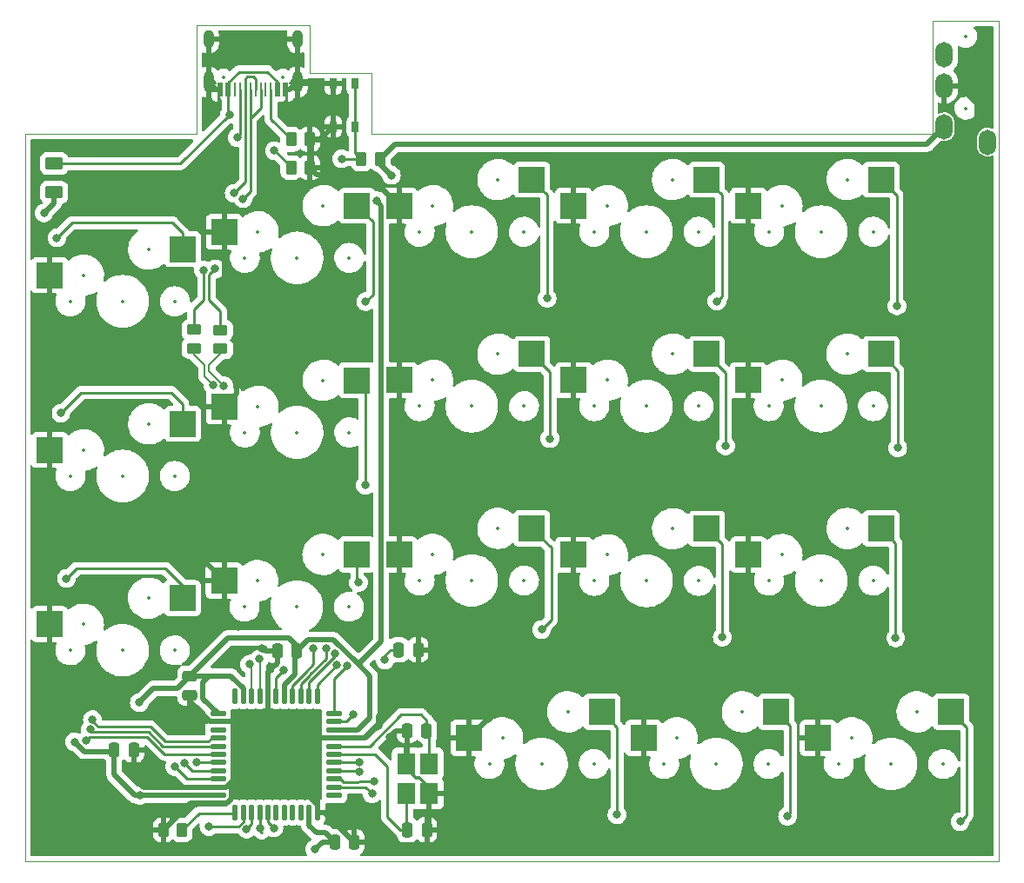
<source format=gbl>
%TF.GenerationSoftware,KiCad,Pcbnew,(6.0.9)*%
%TF.CreationDate,2023-01-09T12:53:46+09:00*%
%TF.ProjectId,split-mini__left,73706c69-742d-46d6-996e-695f5f6c6566,rev?*%
%TF.SameCoordinates,Original*%
%TF.FileFunction,Copper,L2,Bot*%
%TF.FilePolarity,Positive*%
%FSLAX46Y46*%
G04 Gerber Fmt 4.6, Leading zero omitted, Abs format (unit mm)*
G04 Created by KiCad (PCBNEW (6.0.9)) date 2023-01-09 12:53:46*
%MOMM*%
%LPD*%
G01*
G04 APERTURE LIST*
G04 Aperture macros list*
%AMRoundRect*
0 Rectangle with rounded corners*
0 $1 Rounding radius*
0 $2 $3 $4 $5 $6 $7 $8 $9 X,Y pos of 4 corners*
0 Add a 4 corners polygon primitive as box body*
4,1,4,$2,$3,$4,$5,$6,$7,$8,$9,$2,$3,0*
0 Add four circle primitives for the rounded corners*
1,1,$1+$1,$2,$3*
1,1,$1+$1,$4,$5*
1,1,$1+$1,$6,$7*
1,1,$1+$1,$8,$9*
0 Add four rect primitives between the rounded corners*
20,1,$1+$1,$2,$3,$4,$5,0*
20,1,$1+$1,$4,$5,$6,$7,0*
20,1,$1+$1,$6,$7,$8,$9,0*
20,1,$1+$1,$8,$9,$2,$3,0*%
G04 Aperture macros list end*
%TA.AperFunction,Profile*%
%ADD10C,0.100000*%
%TD*%
%TA.AperFunction,SMDPad,CuDef*%
%ADD11R,2.550000X2.500000*%
%TD*%
%TA.AperFunction,SMDPad,CuDef*%
%ADD12R,0.580000X1.400000*%
%TD*%
%TA.AperFunction,SMDPad,CuDef*%
%ADD13R,0.280000X1.400000*%
%TD*%
%TA.AperFunction,ComponentPad*%
%ADD14O,1.000000X1.800000*%
%TD*%
%TA.AperFunction,ComponentPad*%
%ADD15O,1.000000X2.100000*%
%TD*%
%TA.AperFunction,SMDPad,CuDef*%
%ADD16RoundRect,0.137500X-0.137500X0.600000X-0.137500X-0.600000X0.137500X-0.600000X0.137500X0.600000X0*%
%TD*%
%TA.AperFunction,SMDPad,CuDef*%
%ADD17RoundRect,0.137500X-0.600000X0.137500X-0.600000X-0.137500X0.600000X-0.137500X0.600000X0.137500X0*%
%TD*%
%TA.AperFunction,SMDPad,CuDef*%
%ADD18RoundRect,0.250000X-0.625000X0.375000X-0.625000X-0.375000X0.625000X-0.375000X0.625000X0.375000X0*%
%TD*%
%TA.AperFunction,SMDPad,CuDef*%
%ADD19RoundRect,0.250000X0.262500X0.450000X-0.262500X0.450000X-0.262500X-0.450000X0.262500X-0.450000X0*%
%TD*%
%TA.AperFunction,SMDPad,CuDef*%
%ADD20RoundRect,0.250000X-0.262500X-0.450000X0.262500X-0.450000X0.262500X0.450000X-0.262500X0.450000X0*%
%TD*%
%TA.AperFunction,SMDPad,CuDef*%
%ADD21RoundRect,0.250000X-0.250000X-0.475000X0.250000X-0.475000X0.250000X0.475000X-0.250000X0.475000X0*%
%TD*%
%TA.AperFunction,ComponentPad*%
%ADD22O,1.700000X2.500000*%
%TD*%
%TA.AperFunction,SMDPad,CuDef*%
%ADD23RoundRect,0.250000X0.250000X0.475000X-0.250000X0.475000X-0.250000X-0.475000X0.250000X-0.475000X0*%
%TD*%
%TA.AperFunction,SMDPad,CuDef*%
%ADD24R,0.650000X1.050000*%
%TD*%
%TA.AperFunction,SMDPad,CuDef*%
%ADD25R,1.800000X2.100000*%
%TD*%
%TA.AperFunction,SMDPad,CuDef*%
%ADD26RoundRect,0.250000X-0.475000X0.250000X-0.475000X-0.250000X0.475000X-0.250000X0.475000X0.250000X0*%
%TD*%
%TA.AperFunction,SMDPad,CuDef*%
%ADD27RoundRect,0.250000X-0.450000X0.262500X-0.450000X-0.262500X0.450000X-0.262500X0.450000X0.262500X0*%
%TD*%
%TA.AperFunction,ViaPad*%
%ADD28C,0.800000*%
%TD*%
%TA.AperFunction,Conductor*%
%ADD29C,0.250000*%
%TD*%
%TA.AperFunction,Conductor*%
%ADD30C,0.500000*%
%TD*%
%TA.AperFunction,Conductor*%
%ADD31C,0.300000*%
%TD*%
%TA.AperFunction,Conductor*%
%ADD32C,0.200000*%
%TD*%
%ADD33C,0.350000*%
%ADD34O,0.600000X1.400000*%
%ADD35O,0.600000X1.700000*%
%ADD36O,1.000000X1.500000*%
G04 APERTURE END LIST*
D10*
X45300000Y-24800000D02*
X51300000Y-24800000D01*
X112386197Y-19800000D02*
X112386197Y-101650000D01*
X34300000Y-20168424D02*
X45300000Y-20168424D01*
X17586197Y-30800000D02*
X34300000Y-30800000D01*
X105886197Y-19800000D02*
X112386197Y-19800000D01*
X105886197Y-30800000D02*
X105886197Y-19800000D01*
X34300000Y-30800000D02*
X34300000Y-20168424D01*
X17586197Y-101650000D02*
X17586197Y-30800000D01*
X51300000Y-24800000D02*
X51300000Y-30800000D01*
X51300000Y-30800000D02*
X105886197Y-30800000D01*
X45300000Y-20168424D02*
X45300000Y-24800000D01*
X112386197Y-101650000D02*
X17586197Y-101650000D01*
D11*
%TO.P,SW15,1,1*%
%TO.N,GND*%
X87990000Y-71760000D03*
%TO.P,SW15,2,2*%
%TO.N,/col14*%
X100917000Y-69220000D03*
%TD*%
%TO.P,SW7,1,1*%
%TO.N,GND*%
X36990000Y-57310000D03*
%TO.P,SW7,2,2*%
%TO.N,/col6*%
X49917000Y-54770000D03*
%TD*%
%TO.P,SW3,1,1*%
%TO.N,GND*%
X53990000Y-37760000D03*
%TO.P,SW3,2,2*%
%TO.N,/col2*%
X66917000Y-35220000D03*
%TD*%
%TO.P,SW6,1,1*%
%TO.N,GND*%
X20015000Y-61560000D03*
%TO.P,SW6,2,2*%
%TO.N,/col5*%
X32942000Y-59020000D03*
%TD*%
%TO.P,SW17,1,1*%
%TO.N,GND*%
X77790000Y-89610000D03*
%TO.P,SW17,2,2*%
%TO.N,/col16*%
X90717000Y-87070000D03*
%TD*%
%TO.P,SW14,1,1*%
%TO.N,GND*%
X71000000Y-71775000D03*
%TO.P,SW14,2,2*%
%TO.N,/col13*%
X83927000Y-69235000D03*
%TD*%
%TO.P,SW9,1,1*%
%TO.N,GND*%
X70990000Y-54760000D03*
%TO.P,SW9,2,2*%
%TO.N,/col8*%
X83917000Y-52220000D03*
%TD*%
%TO.P,SW8,1,1*%
%TO.N,GND*%
X53990000Y-54760000D03*
%TO.P,SW8,2,2*%
%TO.N,/col7*%
X66917000Y-52220000D03*
%TD*%
%TO.P,SW10,1,1*%
%TO.N,GND*%
X87965000Y-54760000D03*
%TO.P,SW10,2,2*%
%TO.N,/col9*%
X100892000Y-52220000D03*
%TD*%
%TO.P,SW11,1,1*%
%TO.N,GND*%
X20000000Y-78540000D03*
%TO.P,SW11,2,2*%
%TO.N,/col10*%
X32927000Y-76000000D03*
%TD*%
%TO.P,SW1,1,1*%
%TO.N,GND*%
X20015000Y-44535000D03*
%TO.P,SW1,2,2*%
%TO.N,/col0*%
X32942000Y-41995000D03*
%TD*%
%TO.P,SW12,1,1*%
%TO.N,GND*%
X36965000Y-74285000D03*
%TO.P,SW12,2,2*%
%TO.N,/col11*%
X49892000Y-71745000D03*
%TD*%
%TO.P,SW5,1,1*%
%TO.N,GND*%
X87990000Y-37760000D03*
%TO.P,SW5,2,2*%
%TO.N,/col4*%
X100917000Y-35220000D03*
%TD*%
%TO.P,SW2,1,1*%
%TO.N,GND*%
X36990000Y-40310000D03*
%TO.P,SW2,2,2*%
%TO.N,/col1*%
X49917000Y-37770000D03*
%TD*%
%TO.P,SW13,1,1*%
%TO.N,GND*%
X53990000Y-71735000D03*
%TO.P,SW13,2,2*%
%TO.N,/col12*%
X66917000Y-69195000D03*
%TD*%
%TO.P,SW16,1,1*%
%TO.N,GND*%
X60790000Y-89610000D03*
%TO.P,SW16,2,2*%
%TO.N,/col15*%
X73717000Y-87070000D03*
%TD*%
%TO.P,SW4,1,1*%
%TO.N,GND*%
X70990000Y-37760000D03*
%TO.P,SW4,2,2*%
%TO.N,/col3*%
X83917000Y-35220000D03*
%TD*%
%TO.P,SW18,1,1*%
%TO.N,GND*%
X94790000Y-89610000D03*
%TO.P,SW18,2,2*%
%TO.N,/col17*%
X107717000Y-87070000D03*
%TD*%
D12*
%TO.P,J1,A1,GND*%
%TO.N,GND*%
X36575000Y-26425000D03*
%TO.P,J1,A4,VBUS*%
%TO.N,Net-(F1-Pad1)*%
X37375000Y-26425000D03*
D13*
%TO.P,J1,A5,CC1*%
%TO.N,Net-(J1-PadA5)*%
X38525000Y-26425000D03*
%TO.P,J1,A6,D+*%
%TO.N,Net-(J1-PadA6)*%
X39525000Y-26425000D03*
%TO.P,J1,A7,D-*%
%TO.N,Net-(J1-PadA7)*%
X40025000Y-26425000D03*
%TO.P,J1,A8,SBU1*%
%TO.N,unconnected-(J1-PadA8)*%
X41025000Y-26425000D03*
D12*
%TO.P,J1,A9,VBUS*%
%TO.N,Net-(F1-Pad1)*%
X42175000Y-26425000D03*
%TO.P,J1,A12,GND*%
%TO.N,GND*%
X42975000Y-26425000D03*
%TO.P,J1,B1,GND*%
X42975000Y-26425000D03*
%TO.P,J1,B4,VBUS*%
%TO.N,Net-(F1-Pad1)*%
X42175000Y-26425000D03*
D13*
%TO.P,J1,B5,CC2*%
%TO.N,Net-(J1-PadB5)*%
X41525000Y-26425000D03*
%TO.P,J1,B6,D+*%
%TO.N,Net-(J1-PadA6)*%
X40525000Y-26425000D03*
%TO.P,J1,B7,D-*%
%TO.N,Net-(J1-PadA7)*%
X39025000Y-26425000D03*
%TO.P,J1,B8,SBU2*%
%TO.N,unconnected-(J1-PadB8)*%
X38025000Y-26425000D03*
D12*
%TO.P,J1,B9,VBUS*%
%TO.N,Net-(F1-Pad1)*%
X37375000Y-26425000D03*
%TO.P,J1,B12,GND*%
%TO.N,GND*%
X36575000Y-26425000D03*
D14*
%TO.P,J1,S1,SHIELD*%
X44095000Y-21545000D03*
D15*
X35455000Y-25725000D03*
X44095000Y-25725000D03*
D14*
X35455000Y-21545000D03*
%TD*%
D16*
%TO.P,U1,1,PE6*%
%TO.N,unconnected-(U1-Pad1)*%
X38040000Y-85552500D03*
%TO.P,U1,2,UVCC*%
%TO.N,VCC*%
X38840000Y-85552500D03*
%TO.P,U1,3,D-*%
%TO.N,D-*%
X39640000Y-85552500D03*
%TO.P,U1,4,D+*%
%TO.N,D+*%
X40440000Y-85552500D03*
%TO.P,U1,5,UGND*%
%TO.N,GND*%
X41240000Y-85552500D03*
%TO.P,U1,6,UCAP*%
%TO.N,Net-(C1-Pad1)*%
X42040000Y-85552500D03*
%TO.P,U1,7,VBUS*%
%TO.N,VCC*%
X42840000Y-85552500D03*
%TO.P,U1,8,PB0*%
%TO.N,/col11*%
X43640000Y-85552500D03*
%TO.P,U1,9,PB1*%
%TO.N,/col6*%
X44440000Y-85552500D03*
%TO.P,U1,10,PB2*%
%TO.N,/col7*%
X45240000Y-85552500D03*
%TO.P,U1,11,PB3*%
%TO.N,/col8*%
X46040000Y-85552500D03*
D17*
%TO.P,U1,12,PB7*%
%TO.N,/col9*%
X47702500Y-87215000D03*
%TO.P,U1,13,~{RESET}*%
%TO.N,RESET*%
X47702500Y-88015000D03*
%TO.P,U1,14,VCC*%
%TO.N,VCC*%
X47702500Y-88815000D03*
%TO.P,U1,15,GND*%
%TO.N,GND*%
X47702500Y-89615000D03*
%TO.P,U1,16,XTAL2*%
%TO.N,XTAL2*%
X47702500Y-90415000D03*
%TO.P,U1,17,XTAL1*%
%TO.N,XTAL1*%
X47702500Y-91215000D03*
%TO.P,U1,18,PD0*%
%TO.N,SCL*%
X47702500Y-92015000D03*
%TO.P,U1,19,PD1*%
%TO.N,/col12*%
X47702500Y-92815000D03*
%TO.P,U1,20,PD2*%
%TO.N,/col13*%
X47702500Y-93615000D03*
%TO.P,U1,21,PD3*%
%TO.N,/col14*%
X47702500Y-94415000D03*
%TO.P,U1,22,PD5*%
%TO.N,unconnected-(U1-Pad22)*%
X47702500Y-95215000D03*
D16*
%TO.P,U1,23,GND*%
%TO.N,GND*%
X46040000Y-96877500D03*
%TO.P,U1,24,AVCC*%
%TO.N,VCC*%
X45240000Y-96877500D03*
%TO.P,U1,25,PD4*%
%TO.N,unconnected-(U1-Pad25)*%
X44440000Y-96877500D03*
%TO.P,U1,26,PD6*%
%TO.N,unconnected-(U1-Pad26)*%
X43640000Y-96877500D03*
%TO.P,U1,27,PD7*%
%TO.N,unconnected-(U1-Pad27)*%
X42840000Y-96877500D03*
%TO.P,U1,28,PB4*%
%TO.N,unconnected-(U1-Pad28)*%
X42040000Y-96877500D03*
%TO.P,U1,29,PB5*%
%TO.N,/col15*%
X41240000Y-96877500D03*
%TO.P,U1,30,PB6*%
%TO.N,/col16*%
X40440000Y-96877500D03*
%TO.P,U1,31,PC6*%
%TO.N,/col17*%
X39640000Y-96877500D03*
%TO.P,U1,32,PC7*%
%TO.N,/col4*%
X38840000Y-96877500D03*
%TO.P,U1,33,~{HWB}/PE2*%
%TO.N,Net-(R5-Pad1)*%
X38040000Y-96877500D03*
D17*
%TO.P,U1,34,VCC*%
%TO.N,VCC*%
X36377500Y-95215000D03*
%TO.P,U1,35,GND*%
%TO.N,GND*%
X36377500Y-94415000D03*
%TO.P,U1,36,PF7*%
%TO.N,/col1*%
X36377500Y-93615000D03*
%TO.P,U1,37,PF6*%
%TO.N,/col2*%
X36377500Y-92815000D03*
%TO.P,U1,38,PF5*%
%TO.N,/col3*%
X36377500Y-92015000D03*
%TO.P,U1,39,PF4*%
%TO.N,/col0*%
X36377500Y-91215000D03*
%TO.P,U1,40,PF1*%
%TO.N,/col5*%
X36377500Y-90415000D03*
%TO.P,U1,41,PF0*%
%TO.N,/col10*%
X36377500Y-89615000D03*
%TO.P,U1,42,AREF*%
%TO.N,unconnected-(U1-Pad42)*%
X36377500Y-88815000D03*
%TO.P,U1,43,GND*%
%TO.N,GND*%
X36377500Y-88015000D03*
%TO.P,U1,44,AVCC*%
%TO.N,VCC*%
X36377500Y-87215000D03*
%TD*%
D18*
%TO.P,F1,1*%
%TO.N,Net-(F1-Pad1)*%
X20425000Y-33650000D03*
%TO.P,F1,2*%
%TO.N,VCC*%
X20425000Y-36450000D03*
%TD*%
D19*
%TO.P,R5,1*%
%TO.N,Net-(R5-Pad1)*%
X32882500Y-98585000D03*
%TO.P,R5,2*%
%TO.N,GND*%
X31057500Y-98585000D03*
%TD*%
D20*
%TO.P,R1,1*%
%TO.N,Net-(J1-PadA5)*%
X43487500Y-34050000D03*
%TO.P,R1,2*%
%TO.N,GND*%
X45312500Y-34050000D03*
%TD*%
D21*
%TO.P,C5,1*%
%TO.N,VCC*%
X26280000Y-90785000D03*
%TO.P,C5,2*%
%TO.N,GND*%
X28180000Y-90785000D03*
%TD*%
D22*
%TO.P,J2,A*%
%TO.N,unconnected-(J2-PadA)*%
X111250000Y-31575000D03*
%TO.P,J2,B*%
%TO.N,SCL*%
X107050000Y-23075000D03*
%TO.P,J2,C*%
%TO.N,GND*%
X107050000Y-26075000D03*
%TO.P,J2,D*%
%TO.N,VCC*%
X107050000Y-30075000D03*
%TD*%
D23*
%TO.P,C7,1*%
%TO.N,XTAL2*%
X56690000Y-88895000D03*
%TO.P,C7,2*%
%TO.N,GND*%
X54790000Y-88895000D03*
%TD*%
D20*
%TO.P,R2,1*%
%TO.N,Net-(J1-PadB5)*%
X43487500Y-31300000D03*
%TO.P,R2,2*%
%TO.N,GND*%
X45312500Y-31300000D03*
%TD*%
D24*
%TO.P,RESET1,4,D*%
%TO.N,RESET*%
X49730000Y-30055000D03*
%TO.P,RESET1,3,C*%
X49730000Y-25895000D03*
%TO.P,RESET1,2,B*%
%TO.N,GND*%
X47570000Y-30055000D03*
%TO.P,RESET1,1,A*%
X47570000Y-25895000D03*
%TD*%
D25*
%TO.P,Y1,1,1*%
%TO.N,XTAL1*%
X54710000Y-95015000D03*
%TO.P,Y1,2,2*%
%TO.N,GND*%
X54710000Y-92115000D03*
%TO.P,Y1,3,3*%
%TO.N,XTAL2*%
X56910000Y-92115000D03*
%TO.P,Y1,4,4*%
%TO.N,GND*%
X56910000Y-95015000D03*
%TD*%
D21*
%TO.P,C4,1*%
%TO.N,VCC*%
X47750000Y-99765000D03*
%TO.P,C4,2*%
%TO.N,GND*%
X49650000Y-99765000D03*
%TD*%
D26*
%TO.P,C2,1*%
%TO.N,VCC*%
X33640000Y-83565000D03*
%TO.P,C2,2*%
%TO.N,GND*%
X33640000Y-85465000D03*
%TD*%
D19*
%TO.P,R6,1*%
%TO.N,VCC*%
X52162500Y-33225000D03*
%TO.P,R6,2*%
%TO.N,RESET*%
X50337500Y-33225000D03*
%TD*%
D23*
%TO.P,C6,1*%
%TO.N,GND*%
X56700000Y-98575000D03*
%TO.P,C6,2*%
%TO.N,XTAL1*%
X54800000Y-98575000D03*
%TD*%
D27*
%TO.P,R4,1*%
%TO.N,Net-(J1-PadA6)*%
X36625000Y-49887500D03*
X36625000Y-49887500D03*
%TO.P,R4,2*%
%TO.N,D+*%
X36625000Y-51712500D03*
%TD*%
%TO.P,R3,1*%
%TO.N,Net-(J1-PadA7)*%
X34025000Y-49837500D03*
%TO.P,R3,2*%
%TO.N,D-*%
X34025000Y-51662500D03*
%TD*%
D23*
%TO.P,C3,1*%
%TO.N,VCC*%
X44040000Y-81145000D03*
%TO.P,C3,2*%
%TO.N,GND*%
X42140000Y-81145000D03*
%TD*%
D21*
%TO.P,C1,1*%
%TO.N,Net-(C1-Pad1)*%
X53950000Y-81035000D03*
%TO.P,C1,2*%
%TO.N,GND*%
X55850000Y-81035000D03*
%TD*%
D28*
%TO.N,Net-(C1-Pad1)*%
X52625000Y-82025000D03*
X42750000Y-83025000D03*
%TO.N,GND*%
X51975000Y-88400000D03*
X53087299Y-89512299D03*
X40650000Y-80850000D03*
X110000000Y-24150000D03*
X38325000Y-78750000D03*
%TO.N,VCC*%
X28725000Y-86175000D03*
X28785000Y-95215000D03*
X53250000Y-34800000D03*
X45775000Y-100450000D03*
X51791502Y-37300000D03*
X19450000Y-38475000D03*
X22425000Y-90000000D03*
%TO.N,Net-(F1-Pad1)*%
X37500000Y-28875000D03*
%TO.N,Net-(J1-PadA5)*%
X41875000Y-32400000D03*
X38250000Y-31125000D03*
%TO.N,Net-(J1-PadA6)*%
X38825000Y-37075000D03*
X36099799Y-43924799D03*
%TO.N,Net-(J1-PadA7)*%
X34975000Y-44025000D03*
X37950000Y-36550000D03*
%TO.N,SCL*%
X50125000Y-91950000D03*
%TO.N,D-*%
X39450000Y-82425000D03*
X35908820Y-55248063D03*
%TO.N,D+*%
X40400000Y-81925000D03*
X36950000Y-55300000D03*
%TO.N,RESET*%
X49550000Y-87300000D03*
X48400000Y-33200000D03*
%TO.N,/col0*%
X20700000Y-40900000D03*
X23507920Y-89881544D03*
%TO.N,/col1*%
X32145549Y-92397131D03*
X50750000Y-47100000D03*
%TO.N,/col2*%
X33087299Y-92062299D03*
X68412500Y-46787500D03*
%TO.N,/col3*%
X34325000Y-91975000D03*
X84925000Y-47075000D03*
%TO.N,/col4*%
X35500000Y-98250000D03*
X102450000Y-47525000D03*
%TO.N,/col5*%
X21075000Y-57975000D03*
X23934953Y-88800500D03*
%TO.N,/col6*%
X50725000Y-65000000D03*
X46874549Y-80899500D03*
%TO.N,/col7*%
X47751913Y-81378288D03*
X68675000Y-60450000D03*
%TO.N,/col8*%
X47950000Y-82525000D03*
X85775000Y-61175000D03*
X85775000Y-61175000D03*
%TO.N,/col9*%
X102525000Y-61350000D03*
X48950000Y-82625000D03*
%TO.N,/col10*%
X24156888Y-87825949D03*
X21625000Y-74075000D03*
%TO.N,/col11*%
X50050000Y-74475000D03*
X45675000Y-80899500D03*
%TO.N,/col12*%
X67875000Y-79050000D03*
X50165409Y-92948686D03*
%TO.N,/col13*%
X85450000Y-79800000D03*
X51600000Y-93850000D03*
%TO.N,/col14*%
X51375000Y-95050000D03*
X102325000Y-79875000D03*
%TO.N,/col15*%
X41812500Y-98387500D03*
X75200000Y-97100000D03*
%TO.N,/col16*%
X91800000Y-97250000D03*
X40440000Y-98390000D03*
%TO.N,/col17*%
X108600000Y-97775000D03*
X39150000Y-98500000D03*
%TD*%
D29*
%TO.N,Net-(C1-Pad1)*%
X53190000Y-81035000D02*
X53950000Y-81035000D01*
X52625000Y-82025000D02*
X52625000Y-81600000D01*
X42040000Y-85552500D02*
X42040000Y-83735000D01*
X42040000Y-83735000D02*
X42750000Y-83025000D01*
X52625000Y-81600000D02*
X53190000Y-81035000D01*
D30*
%TO.N,GND*%
X33640000Y-86045850D02*
X33640000Y-85465000D01*
X37235000Y-95940000D02*
X37667925Y-95507075D01*
X53990000Y-37760000D02*
X50980000Y-34750000D01*
X42802925Y-92872075D02*
X46060000Y-89615000D01*
X51975000Y-88400000D02*
X50760000Y-89615000D01*
X35455000Y-21545000D02*
X44095000Y-21545000D01*
X44265000Y-25895000D02*
X44095000Y-25725000D01*
X37667925Y-95507075D02*
X37667925Y-93892925D01*
X20000000Y-44550000D02*
X20015000Y-44535000D01*
X55387500Y-84112500D02*
X51975000Y-87525000D01*
X70990000Y-54760000D02*
X70990000Y-37760000D01*
X42975000Y-26425000D02*
X43395000Y-26425000D01*
X46060000Y-89615000D02*
X47702500Y-89615000D01*
X37667925Y-93892925D02*
X40655425Y-90905425D01*
X20000000Y-78540000D02*
X20000000Y-74300000D01*
X28180000Y-93455000D02*
X29140000Y-94415000D01*
X40945000Y-81145000D02*
X40650000Y-80850000D01*
X29140000Y-94415000D02*
X36377500Y-94415000D01*
X53990000Y-54760000D02*
X53990000Y-71735000D01*
X46237500Y-31387500D02*
X47570000Y-30055000D01*
X56910000Y-95015000D02*
X56910000Y-94460000D01*
X78312500Y-84387500D02*
X72312500Y-84387500D01*
X36377500Y-94415000D02*
X37145850Y-94415000D01*
X56910000Y-95015000D02*
X56910000Y-98365000D01*
X87965000Y-37785000D02*
X87990000Y-37760000D01*
X51975000Y-87525000D02*
X51975000Y-88400000D01*
X46040000Y-96109150D02*
X46040000Y-96877500D01*
X71000000Y-83075000D02*
X72312500Y-84387500D01*
X56125000Y-84850000D02*
X55387500Y-84112500D01*
X34730000Y-72050000D02*
X36965000Y-74285000D01*
X46762500Y-96877500D02*
X46040000Y-96877500D01*
X40655425Y-90905425D02*
X40836275Y-90905425D01*
X50760000Y-89615000D02*
X47702500Y-89615000D01*
X36965000Y-77365000D02*
X36965000Y-77390000D01*
X36155000Y-26425000D02*
X35455000Y-25725000D01*
X35455000Y-21545000D02*
X35455000Y-25725000D01*
X63300000Y-84850000D02*
X56125000Y-84850000D01*
X53990000Y-77540000D02*
X55850000Y-79400000D01*
X44095000Y-21545000D02*
X44095000Y-25725000D01*
X46012500Y-34750000D02*
X45312500Y-34050000D01*
X90761000Y-83689000D02*
X87990000Y-80918000D01*
X87990000Y-71760000D02*
X87990000Y-54785000D01*
X35609150Y-88015000D02*
X33640000Y-86045850D01*
X36990000Y-57310000D02*
X36990000Y-74260000D01*
X77790000Y-89610000D02*
X77790000Y-84910000D01*
X49650000Y-99765000D02*
X46762500Y-96877500D01*
X36965000Y-77390000D02*
X38325000Y-78750000D01*
X94790000Y-87718000D02*
X90761000Y-83689000D01*
X36990000Y-74260000D02*
X36965000Y-74285000D01*
X43395000Y-26425000D02*
X44095000Y-25725000D01*
X42140000Y-81145000D02*
X40945000Y-81145000D01*
X37145850Y-94415000D02*
X37667925Y-93892925D01*
X41240000Y-85552500D02*
X41240000Y-83210000D01*
X41240000Y-90320850D02*
X41240000Y-85552500D01*
X94790000Y-89610000D02*
X94790000Y-87718000D01*
X22000000Y-72050000D02*
X34730000Y-72050000D01*
X42140000Y-82310000D02*
X42140000Y-81145000D01*
X36575000Y-26425000D02*
X36155000Y-26425000D01*
D31*
X55660000Y-93515000D02*
X54710000Y-92565000D01*
D30*
X55850000Y-81035000D02*
X55850000Y-83650000D01*
X53990000Y-71735000D02*
X53990000Y-77540000D01*
X45475000Y-31387500D02*
X46237500Y-31387500D01*
D31*
X56910000Y-94460000D02*
X55965000Y-93515000D01*
D30*
X53704598Y-88895000D02*
X54790000Y-88895000D01*
X71000000Y-71775000D02*
X71000000Y-83075000D01*
X53990000Y-37760000D02*
X53990000Y-54760000D01*
X47570000Y-25895000D02*
X47570000Y-30055000D01*
X88600000Y-32775000D02*
X87990000Y-33385000D01*
X106750000Y-32775000D02*
X88600000Y-32775000D01*
X110250001Y-29274999D02*
X106750000Y-32775000D01*
X36377500Y-88015000D02*
X35609150Y-88015000D01*
X64425000Y-85975000D02*
X60790000Y-89610000D01*
X72312500Y-84387500D02*
X66012500Y-84387500D01*
D31*
X55965000Y-93515000D02*
X55660000Y-93515000D01*
D30*
X36990000Y-40310000D02*
X36990000Y-46965000D01*
X31057500Y-98585000D02*
X33702500Y-95940000D01*
X87990000Y-54785000D02*
X87965000Y-54760000D01*
X45475000Y-31387500D02*
X45475000Y-34112500D01*
X108505637Y-26075000D02*
X110250001Y-27819364D01*
X50980000Y-34750000D02*
X46012500Y-34750000D01*
X20000000Y-74050000D02*
X22000000Y-72050000D01*
X28180000Y-90785000D02*
X28180000Y-93455000D01*
X36990000Y-46965000D02*
X38225000Y-48200000D01*
X66012500Y-84387500D02*
X64425000Y-85975000D01*
X87990000Y-33385000D02*
X87990000Y-37760000D01*
X45475000Y-34112500D02*
X45425000Y-34162500D01*
X54790000Y-92035000D02*
X54710000Y-92115000D01*
X54790000Y-88895000D02*
X54790000Y-92035000D01*
X41240000Y-83210000D02*
X42140000Y-82310000D01*
X110250001Y-27819364D02*
X110250001Y-29274999D01*
X38225000Y-56075000D02*
X36990000Y-57310000D01*
X36965000Y-74285000D02*
X36965000Y-77365000D01*
X47570000Y-25895000D02*
X44265000Y-25895000D01*
D31*
X54710000Y-92565000D02*
X54710000Y-92115000D01*
D30*
X55850000Y-79400000D02*
X55850000Y-81035000D01*
X53087299Y-89512299D02*
X53704598Y-88895000D01*
X87990000Y-80918000D02*
X87990000Y-71760000D01*
X55850000Y-83650000D02*
X55387500Y-84112500D01*
X37765000Y-88015000D02*
X40655425Y-90905425D01*
X56910000Y-98365000D02*
X56700000Y-98575000D01*
X40655425Y-90905425D02*
X41240000Y-90320850D01*
X79011000Y-83689000D02*
X90761000Y-83689000D01*
X40836275Y-90905425D02*
X42802925Y-92872075D01*
X33702500Y-95940000D02*
X37235000Y-95940000D01*
X42802925Y-92872075D02*
X46040000Y-96109150D01*
X71000000Y-71775000D02*
X71000000Y-54770000D01*
X20000000Y-74300000D02*
X20000000Y-44550000D01*
X71000000Y-54770000D02*
X70990000Y-54760000D01*
X36377500Y-88015000D02*
X37765000Y-88015000D01*
X64425000Y-85975000D02*
X63300000Y-84850000D01*
X78312500Y-84387500D02*
X79011000Y-83689000D01*
X20000000Y-74300000D02*
X20000000Y-74050000D01*
X87965000Y-54760000D02*
X87965000Y-37785000D01*
X77790000Y-84910000D02*
X78312500Y-84387500D01*
X107050000Y-26075000D02*
X108505637Y-26075000D01*
X38225000Y-48200000D02*
X38225000Y-56075000D01*
%TO.N,VCC*%
X53637500Y-31750000D02*
X105375000Y-31750000D01*
X26280000Y-90785000D02*
X26280000Y-93180000D01*
X45775000Y-100450000D02*
X45875000Y-100450000D01*
X34925000Y-84150000D02*
X34925000Y-85762500D01*
X22425000Y-90000000D02*
X23350000Y-90925000D01*
X28315000Y-95215000D02*
X28785000Y-95215000D01*
X44040000Y-81145000D02*
X45135000Y-80050000D01*
X37620850Y-83565000D02*
X35510000Y-83565000D01*
X45240000Y-98140000D02*
X45950000Y-98850000D01*
X23350000Y-90925000D02*
X26140000Y-90925000D01*
X42840000Y-85552500D02*
X42840000Y-84485000D01*
X20425000Y-37500000D02*
X19450000Y-38475000D01*
X38840000Y-84784150D02*
X37620850Y-83565000D01*
X35510000Y-83565000D02*
X33640000Y-83565000D01*
X105375000Y-31750000D02*
X107050000Y-30075000D01*
X30100000Y-84800000D02*
X32405000Y-84800000D01*
X52162500Y-33712500D02*
X53250000Y-34800000D01*
X49985000Y-88815000D02*
X47702500Y-88815000D01*
X52265000Y-37773498D02*
X52265000Y-80210000D01*
X52265000Y-80210000D02*
X50025000Y-82450000D01*
X28785000Y-95215000D02*
X36377500Y-95215000D01*
X47625000Y-80050000D02*
X50025000Y-82450000D01*
X26280000Y-93180000D02*
X28315000Y-95215000D01*
X50025000Y-82450000D02*
X51175000Y-83600000D01*
X45240000Y-96877500D02*
X45240000Y-98140000D01*
X52162500Y-33225000D02*
X53637500Y-31750000D01*
X32405000Y-84800000D02*
X33640000Y-83565000D01*
X20425000Y-36450000D02*
X20425000Y-37500000D01*
X35510000Y-83565000D02*
X34925000Y-84150000D01*
X43875000Y-83450000D02*
X43875000Y-81310000D01*
X26140000Y-90925000D02*
X26280000Y-90785000D01*
X52162500Y-33225000D02*
X52162500Y-33712500D01*
X51791502Y-37300000D02*
X52265000Y-37773498D01*
X43250000Y-79875000D02*
X37330000Y-79875000D01*
X43875000Y-81310000D02*
X44040000Y-81145000D01*
X46560000Y-99765000D02*
X45775000Y-100450000D01*
X51175000Y-83600000D02*
X51175000Y-87625000D01*
X44040000Y-81145000D02*
X44040000Y-80665000D01*
X28725000Y-86175000D02*
X30100000Y-84800000D01*
X47750000Y-99765000D02*
X46560000Y-99765000D01*
X44040000Y-80665000D02*
X43250000Y-79875000D01*
X45135000Y-80050000D02*
X47625000Y-80050000D01*
X42840000Y-84485000D02*
X43875000Y-83450000D01*
X38840000Y-85552500D02*
X38840000Y-84784150D01*
X46835000Y-98850000D02*
X47750000Y-99765000D01*
X34925000Y-85762500D02*
X36377500Y-87215000D01*
X51175000Y-87625000D02*
X49985000Y-88815000D01*
X45950000Y-98850000D02*
X46835000Y-98850000D01*
X37330000Y-79875000D02*
X33640000Y-83565000D01*
D29*
%TO.N,XTAL1*%
X52875000Y-92425000D02*
X51665000Y-91215000D01*
X51665000Y-91215000D02*
X47702500Y-91215000D01*
X54710000Y-98485000D02*
X54710000Y-95015000D01*
X54150000Y-98575000D02*
X52875000Y-97300000D01*
X54800000Y-98575000D02*
X54710000Y-98485000D01*
X52875000Y-97300000D02*
X52875000Y-92425000D01*
X54800000Y-98575000D02*
X54150000Y-98575000D01*
%TO.N,XTAL2*%
X56910000Y-89115000D02*
X56690000Y-88895000D01*
X56125000Y-87350000D02*
X54225000Y-87350000D01*
X51160000Y-90415000D02*
X47702500Y-90415000D01*
X56910000Y-92115000D02*
X56910000Y-89115000D01*
X56690000Y-88895000D02*
X56690000Y-87915000D01*
X54225000Y-87350000D02*
X51160000Y-90415000D01*
X56690000Y-87915000D02*
X56125000Y-87350000D01*
%TO.N,Net-(F1-Pad1)*%
X42175000Y-26425000D02*
X42175000Y-25724951D01*
X38425000Y-24725000D02*
X37375000Y-25775000D01*
X37375000Y-28750000D02*
X37500000Y-28875000D01*
X42175000Y-25724951D02*
X41175049Y-24725000D01*
X37500000Y-28875000D02*
X32725000Y-33650000D01*
X32725000Y-33650000D02*
X20425000Y-33650000D01*
X41175049Y-24725000D02*
X38425000Y-24725000D01*
X37375000Y-26425000D02*
X37375000Y-28750000D01*
X37375000Y-25775000D02*
X37375000Y-26425000D01*
%TO.N,Net-(J1-PadA5)*%
X43487500Y-33987500D02*
X41875000Y-32400000D01*
X41875000Y-32400000D02*
X41875000Y-32375000D01*
X43487500Y-34050000D02*
X43487500Y-33987500D01*
X38525000Y-30850000D02*
X38250000Y-31125000D01*
X38525000Y-26425000D02*
X38525000Y-30850000D01*
%TO.N,Net-(J1-PadA6)*%
X35500000Y-44524598D02*
X35500000Y-46950000D01*
X36099799Y-43924799D02*
X35500000Y-44524598D01*
X39510000Y-29240000D02*
X39510000Y-36390000D01*
X40525000Y-26425000D02*
X40525000Y-28225000D01*
X39525000Y-26425000D02*
X39525000Y-29225000D01*
X40525000Y-28225000D02*
X39525000Y-29225000D01*
X39510000Y-36390000D02*
X38825000Y-37075000D01*
X36625000Y-48075000D02*
X36625000Y-49887500D01*
X35500000Y-46950000D02*
X36625000Y-48075000D01*
X39525000Y-29225000D02*
X39510000Y-29240000D01*
%TO.N,Net-(J1-PadA7)*%
X34975000Y-46900000D02*
X34025000Y-47850000D01*
X37950000Y-36550000D02*
X39060000Y-35440000D01*
X39250000Y-25175000D02*
X39765000Y-25175000D01*
X39025000Y-26425000D02*
X39025000Y-25400000D01*
X34975000Y-44025000D02*
X34975000Y-46900000D01*
X39025000Y-25400000D02*
X39250000Y-25175000D01*
X34025000Y-47850000D02*
X34025000Y-49837500D01*
X39060000Y-35440000D02*
X39060000Y-26415000D01*
X39765000Y-25175000D02*
X40025000Y-25435000D01*
X40025000Y-25435000D02*
X40025000Y-26425000D01*
%TO.N,Net-(J1-PadB5)*%
X41525000Y-26425000D02*
X41525000Y-29337500D01*
X41525000Y-29337500D02*
X43487500Y-31300000D01*
%TO.N,SCL*%
X50125000Y-91950000D02*
X47767500Y-91950000D01*
X47767500Y-91950000D02*
X47702500Y-92015000D01*
D32*
%TO.N,D-*%
X39625000Y-82600000D02*
X39625000Y-85537500D01*
X39625000Y-85537500D02*
X39640000Y-85552500D01*
X35050000Y-53275000D02*
X34025000Y-52250000D01*
X39450000Y-82425000D02*
X39625000Y-82600000D01*
X34025000Y-52250000D02*
X34025000Y-51662500D01*
X35908820Y-55248063D02*
X35050000Y-54389243D01*
X35050000Y-54389243D02*
X35050000Y-53275000D01*
%TO.N,D+*%
X40440000Y-85552500D02*
X40440000Y-81965000D01*
X36625000Y-52200000D02*
X36625000Y-51712500D01*
X36950000Y-55300000D02*
X35500000Y-53850000D01*
X40440000Y-81965000D02*
X40400000Y-81925000D01*
X35500000Y-53850000D02*
X35500000Y-53325000D01*
X35500000Y-53325000D02*
X36625000Y-52200000D01*
D29*
%TO.N,Net-(R5-Pad1)*%
X34517500Y-96950000D02*
X37967500Y-96950000D01*
X37967500Y-96950000D02*
X38040000Y-96877500D01*
X32882500Y-98585000D02*
X34517500Y-96950000D01*
%TO.N,RESET*%
X49550000Y-87300000D02*
X48835000Y-88015000D01*
X49730000Y-32617500D02*
X49730000Y-30055000D01*
X48835000Y-88015000D02*
X47702500Y-88015000D01*
X48425000Y-33225000D02*
X48400000Y-33200000D01*
X49730000Y-25895000D02*
X49730000Y-30055000D01*
X50337500Y-33225000D02*
X48425000Y-33225000D01*
X50337500Y-33225000D02*
X49730000Y-32617500D01*
%TO.N,/col0*%
X29500000Y-89525000D02*
X31190000Y-91215000D01*
X20700000Y-40900000D02*
X22175000Y-39425000D01*
X23507920Y-89881544D02*
X23864464Y-89525000D01*
X31190000Y-91215000D02*
X36377500Y-91215000D01*
X23864464Y-89525000D02*
X29500000Y-89525000D01*
X22175000Y-39425000D02*
X31925000Y-39425000D01*
X32942000Y-40442000D02*
X32942000Y-41995000D01*
X31925000Y-39425000D02*
X32942000Y-40442000D01*
%TO.N,/col1*%
X51450000Y-39303000D02*
X49917000Y-37770000D01*
X50750000Y-47100000D02*
X51450000Y-46400000D01*
X32145549Y-92397131D02*
X33363418Y-93615000D01*
X51450000Y-46400000D02*
X51450000Y-39303000D01*
X33363418Y-93615000D02*
X36377500Y-93615000D01*
%TO.N,/col2*%
X33840000Y-92815000D02*
X33087299Y-92062299D01*
X68412500Y-46787500D02*
X68412500Y-36715500D01*
X36377500Y-92815000D02*
X33840000Y-92815000D01*
X68412500Y-36715500D02*
X66917000Y-35220000D01*
%TO.N,/col3*%
X85425000Y-46575000D02*
X85425000Y-36728000D01*
X34365000Y-92015000D02*
X34325000Y-91975000D01*
X36377500Y-92015000D02*
X34365000Y-92015000D01*
X85425000Y-36728000D02*
X83917000Y-35220000D01*
X84925000Y-47075000D02*
X85425000Y-46575000D01*
%TO.N,/col4*%
X38840000Y-97785000D02*
X38840000Y-96877500D01*
X102450000Y-36753000D02*
X100917000Y-35220000D01*
X102450000Y-47525000D02*
X102450000Y-36753000D01*
X35500000Y-98250000D02*
X38375000Y-98250000D01*
X38375000Y-98250000D02*
X38840000Y-97785000D01*
%TO.N,/col5*%
X31825000Y-55975000D02*
X32942000Y-57092000D01*
X23934953Y-88800500D02*
X24134453Y-89000000D01*
X32942000Y-57092000D02*
X32942000Y-59020000D01*
X21075000Y-57975000D02*
X23075000Y-55975000D01*
X24134453Y-89000000D02*
X29611396Y-89000000D01*
X23075000Y-55975000D02*
X31825000Y-55975000D01*
X31026396Y-90415000D02*
X36377500Y-90415000D01*
X29611396Y-89000000D02*
X31026396Y-90415000D01*
%TO.N,/col6*%
X45300000Y-83463604D02*
X45300000Y-83474568D01*
X46874549Y-80899500D02*
X46874549Y-81889055D01*
X50700000Y-55553000D02*
X49917000Y-54770000D01*
X50725000Y-65000000D02*
X50700000Y-64975000D01*
X46874549Y-81889055D02*
X45300000Y-83463604D01*
X45300000Y-83474568D02*
X44440000Y-84334568D01*
X50700000Y-64975000D02*
X50700000Y-55553000D01*
X44440000Y-84334568D02*
X44440000Y-85552500D01*
%TO.N,/col7*%
X47751913Y-81648087D02*
X45750000Y-83650000D01*
X68675000Y-53978000D02*
X66917000Y-52220000D01*
X45750000Y-83660964D02*
X45240000Y-84170964D01*
X47751913Y-81378288D02*
X47751913Y-81648087D01*
X45240000Y-84170964D02*
X45240000Y-85552500D01*
X68675000Y-60450000D02*
X68675000Y-53978000D01*
X45750000Y-83650000D02*
X45750000Y-83660964D01*
%TO.N,/col8*%
X46040000Y-85552500D02*
X46040000Y-84435000D01*
X46040000Y-84435000D02*
X47950000Y-82525000D01*
X85775000Y-61175000D02*
X85775000Y-54078000D01*
X85775000Y-54078000D02*
X83917000Y-52220000D01*
%TO.N,/col9*%
X48950000Y-82625000D02*
X47702500Y-83872500D01*
X102525000Y-61350000D02*
X102525000Y-53853000D01*
X47702500Y-83872500D02*
X47702500Y-87215000D01*
X102525000Y-53853000D02*
X100892000Y-52220000D01*
%TO.N,/col10*%
X24709758Y-88550000D02*
X29797792Y-88550000D01*
X24156888Y-87997130D02*
X24709758Y-88550000D01*
X31250000Y-73100000D02*
X32927000Y-74777000D01*
X31212792Y-89965000D02*
X35435926Y-89965000D01*
X35785926Y-89615000D02*
X36377500Y-89615000D01*
X29797792Y-88550000D02*
X31212792Y-89965000D01*
X24156888Y-87825949D02*
X24156888Y-87997130D01*
X32927000Y-74777000D02*
X32927000Y-76000000D01*
X22600000Y-73100000D02*
X31250000Y-73100000D01*
X21625000Y-74075000D02*
X22600000Y-73100000D01*
X35435926Y-89965000D02*
X35785926Y-89615000D01*
%TO.N,/col11*%
X49892000Y-74317000D02*
X49892000Y-71745000D01*
X44850000Y-83277208D02*
X44850000Y-83288172D01*
X43640000Y-84498172D02*
X43640000Y-85552500D01*
X44850000Y-83288172D02*
X43640000Y-84498172D01*
X45675000Y-82452208D02*
X44850000Y-83277208D01*
X50050000Y-74475000D02*
X49892000Y-74317000D01*
X45675000Y-80899500D02*
X45675000Y-82452208D01*
%TO.N,/col12*%
X50165409Y-92948686D02*
X50031723Y-92815000D01*
X67875000Y-79050000D02*
X68800000Y-78125000D01*
X50031723Y-92815000D02*
X47702500Y-92815000D01*
X68800000Y-78125000D02*
X68800000Y-71078000D01*
X68800000Y-71078000D02*
X66917000Y-69195000D01*
%TO.N,/col13*%
X48579074Y-93900000D02*
X51600000Y-93850000D01*
X85450000Y-79800000D02*
X85450000Y-70758000D01*
X47702500Y-93615000D02*
X48294074Y-93615000D01*
X48294074Y-93615000D02*
X48579074Y-93900000D01*
X51600000Y-93850000D02*
X51550000Y-93900000D01*
X85450000Y-70758000D02*
X83927000Y-69235000D01*
%TO.N,/col14*%
X47702500Y-94415000D02*
X50740000Y-94415000D01*
X102325000Y-70628000D02*
X100917000Y-69220000D01*
X50740000Y-94415000D02*
X51375000Y-95050000D01*
X102325000Y-79875000D02*
X102325000Y-70628000D01*
%TO.N,/col15*%
X75200000Y-88553000D02*
X73717000Y-87070000D01*
X41812500Y-98387500D02*
X41975000Y-98550000D01*
X41240000Y-96877500D02*
X41240000Y-97815000D01*
X75200000Y-97100000D02*
X75200000Y-88553000D01*
X41240000Y-97815000D02*
X41812500Y-98387500D01*
%TO.N,/col16*%
X91800000Y-97250000D02*
X92050000Y-97000000D01*
X40440000Y-98390000D02*
X40440000Y-96877500D01*
X92050000Y-97000000D02*
X92050000Y-88403000D01*
X40440000Y-98665000D02*
X40650000Y-98875000D01*
X92050000Y-88403000D02*
X90717000Y-87070000D01*
X40440000Y-98390000D02*
X40440000Y-98665000D01*
%TO.N,/col17*%
X108600000Y-97775000D02*
X109250000Y-97125000D01*
X39150000Y-98500000D02*
X39640000Y-98010000D01*
X109250000Y-88603000D02*
X107717000Y-87070000D01*
X39640000Y-98010000D02*
X39640000Y-96877500D01*
X109250000Y-97125000D02*
X109250000Y-88603000D01*
%TD*%
%TA.AperFunction,Conductor*%
%TO.N,GND*%
G36*
X111819818Y-20328502D02*
G01*
X111866311Y-20382158D01*
X111877697Y-20434500D01*
X111877697Y-30166361D01*
X111857695Y-30234482D01*
X111804039Y-30280975D01*
X111733765Y-30291079D01*
X111696067Y-30279415D01*
X111606280Y-30235234D01*
X111606272Y-30235231D01*
X111600545Y-30232413D01*
X111594367Y-30230804D01*
X111594365Y-30230803D01*
X111410034Y-30182788D01*
X111410031Y-30182788D01*
X111403852Y-30181178D01*
X111322672Y-30176924D01*
X111207256Y-30170875D01*
X111207252Y-30170875D01*
X111200874Y-30170541D01*
X110999903Y-30200935D01*
X110809148Y-30271119D01*
X110803728Y-30274479D01*
X110803727Y-30274480D01*
X110641824Y-30374863D01*
X110641820Y-30374866D01*
X110636401Y-30378226D01*
X110631763Y-30382612D01*
X110518704Y-30489527D01*
X110488720Y-30517881D01*
X110372137Y-30684379D01*
X110291414Y-30870919D01*
X110290108Y-30877171D01*
X110254838Y-31046000D01*
X110249849Y-31069880D01*
X110249500Y-31076539D01*
X110249500Y-32025800D01*
X110249892Y-32029655D01*
X110263081Y-32159500D01*
X110264880Y-32177216D01*
X110325662Y-32371172D01*
X110424203Y-32548944D01*
X110556477Y-32703271D01*
X110717081Y-32827848D01*
X110899455Y-32917587D01*
X110905633Y-32919196D01*
X110905635Y-32919197D01*
X111089966Y-32967212D01*
X111089969Y-32967212D01*
X111096148Y-32968822D01*
X111177328Y-32973076D01*
X111292744Y-32979125D01*
X111292748Y-32979125D01*
X111299126Y-32979459D01*
X111500097Y-32949065D01*
X111508341Y-32946032D01*
X111684859Y-32881086D01*
X111690852Y-32878881D01*
X111696278Y-32875517D01*
X111696464Y-32875426D01*
X111766459Y-32863543D01*
X111831767Y-32891388D01*
X111871654Y-32950121D01*
X111877697Y-32988675D01*
X111877697Y-101015500D01*
X111857695Y-101083621D01*
X111804039Y-101130114D01*
X111751697Y-101141500D01*
X50326779Y-101141500D01*
X50258658Y-101121498D01*
X50212165Y-101067842D01*
X50202061Y-100997568D01*
X50231555Y-100932988D01*
X50260476Y-100908356D01*
X50367807Y-100841937D01*
X50379208Y-100832901D01*
X50493739Y-100718171D01*
X50502751Y-100706760D01*
X50587816Y-100568757D01*
X50593963Y-100555576D01*
X50645138Y-100401290D01*
X50648005Y-100387914D01*
X50657672Y-100293562D01*
X50658000Y-100287146D01*
X50658000Y-100037115D01*
X50653525Y-100021876D01*
X50652135Y-100020671D01*
X50644452Y-100019000D01*
X49522000Y-100019000D01*
X49453879Y-99998998D01*
X49407386Y-99945342D01*
X49396000Y-99893000D01*
X49396000Y-99492885D01*
X49904000Y-99492885D01*
X49908475Y-99508124D01*
X49909865Y-99509329D01*
X49917548Y-99511000D01*
X50639884Y-99511000D01*
X50655123Y-99506525D01*
X50656328Y-99505135D01*
X50657999Y-99497452D01*
X50657999Y-99242905D01*
X50657662Y-99236386D01*
X50647743Y-99140794D01*
X50644851Y-99127400D01*
X50593412Y-98973216D01*
X50587239Y-98960038D01*
X50501937Y-98822193D01*
X50492901Y-98810792D01*
X50378171Y-98696261D01*
X50366760Y-98687249D01*
X50228757Y-98602184D01*
X50215576Y-98596037D01*
X50061290Y-98544862D01*
X50047914Y-98541995D01*
X49953562Y-98532328D01*
X49947145Y-98532000D01*
X49922115Y-98532000D01*
X49906876Y-98536475D01*
X49905671Y-98537865D01*
X49904000Y-98545548D01*
X49904000Y-99492885D01*
X49396000Y-99492885D01*
X49396000Y-98550116D01*
X49391525Y-98534877D01*
X49390135Y-98533672D01*
X49382452Y-98532001D01*
X49352905Y-98532001D01*
X49346386Y-98532338D01*
X49250794Y-98542257D01*
X49237400Y-98545149D01*
X49083216Y-98596588D01*
X49070038Y-98602761D01*
X48932193Y-98688063D01*
X48920792Y-98697099D01*
X48806262Y-98811828D01*
X48799206Y-98820762D01*
X48741288Y-98861823D01*
X48670365Y-98865053D01*
X48608954Y-98829426D01*
X48602154Y-98821593D01*
X48598478Y-98815652D01*
X48473303Y-98690695D01*
X48464885Y-98685506D01*
X48328968Y-98601725D01*
X48328966Y-98601724D01*
X48322738Y-98597885D01*
X48215262Y-98562237D01*
X48161389Y-98544368D01*
X48161387Y-98544368D01*
X48154861Y-98542203D01*
X48148025Y-98541503D01*
X48148022Y-98541502D01*
X48104969Y-98537091D01*
X48050400Y-98531500D01*
X47641371Y-98531500D01*
X47573250Y-98511498D01*
X47552276Y-98494595D01*
X47418770Y-98361089D01*
X47406384Y-98346677D01*
X47397851Y-98335082D01*
X47397846Y-98335077D01*
X47393508Y-98329182D01*
X47387930Y-98324443D01*
X47387927Y-98324440D01*
X47353232Y-98294965D01*
X47345716Y-98288035D01*
X47340021Y-98282340D01*
X47333880Y-98277482D01*
X47317749Y-98264719D01*
X47314345Y-98261928D01*
X47264297Y-98219409D01*
X47264295Y-98219408D01*
X47258715Y-98214667D01*
X47252199Y-98211339D01*
X47247150Y-98207972D01*
X47242021Y-98204805D01*
X47236284Y-98200266D01*
X47170125Y-98169345D01*
X47166225Y-98167439D01*
X47148719Y-98158500D01*
X47101192Y-98134231D01*
X47094084Y-98132492D01*
X47088441Y-98130393D01*
X47082678Y-98128476D01*
X47076050Y-98125378D01*
X47067022Y-98123500D01*
X47004588Y-98110514D01*
X47000299Y-98109543D01*
X46929390Y-98092192D01*
X46923788Y-98091844D01*
X46923785Y-98091844D01*
X46918236Y-98091500D01*
X46918238Y-98091464D01*
X46914245Y-98091225D01*
X46910053Y-98090851D01*
X46902885Y-98089360D01*
X46836675Y-98091151D01*
X46825479Y-98091454D01*
X46822072Y-98091500D01*
X46780565Y-98091500D01*
X46712444Y-98071498D01*
X46665951Y-98017842D01*
X46655847Y-97947568D01*
X46682503Y-97889202D01*
X46681137Y-97888142D01*
X46695633Y-97869455D01*
X46770584Y-97742719D01*
X46776831Y-97728283D01*
X46818326Y-97585458D01*
X46820624Y-97572871D01*
X46822807Y-97545143D01*
X46823000Y-97540217D01*
X46823000Y-97149615D01*
X46818525Y-97134376D01*
X46817135Y-97133171D01*
X46809452Y-97131500D01*
X46149500Y-97131500D01*
X46081379Y-97111498D01*
X46034886Y-97057842D01*
X46023500Y-97005500D01*
X46023500Y-96212270D01*
X46022565Y-96200388D01*
X46021122Y-96182050D01*
X46021121Y-96182045D01*
X46020617Y-96175640D01*
X46018824Y-96169468D01*
X46018823Y-96169463D01*
X45977293Y-96026517D01*
X45977292Y-96026515D01*
X45975081Y-96018904D01*
X45969107Y-96008803D01*
X45896031Y-95885235D01*
X45896028Y-95885231D01*
X45891997Y-95878415D01*
X45822905Y-95809323D01*
X45788879Y-95747011D01*
X45786000Y-95720228D01*
X45786000Y-95657271D01*
X45782027Y-95643740D01*
X45774129Y-95642605D01*
X45676048Y-95671100D01*
X45605742Y-95671100D01*
X45544913Y-95653428D01*
X45479360Y-95634383D01*
X45472955Y-95633879D01*
X45472950Y-95633878D01*
X45445186Y-95631693D01*
X45445178Y-95631693D01*
X45442730Y-95631500D01*
X45037270Y-95631500D01*
X45034822Y-95631693D01*
X45034814Y-95631693D01*
X45007050Y-95633878D01*
X45007045Y-95633879D01*
X45000640Y-95634383D01*
X44935087Y-95653428D01*
X44875153Y-95670840D01*
X44804847Y-95670840D01*
X44744913Y-95653428D01*
X44679360Y-95634383D01*
X44672955Y-95633879D01*
X44672950Y-95633878D01*
X44645186Y-95631693D01*
X44645178Y-95631693D01*
X44642730Y-95631500D01*
X44237270Y-95631500D01*
X44234822Y-95631693D01*
X44234814Y-95631693D01*
X44207050Y-95633878D01*
X44207045Y-95633879D01*
X44200640Y-95634383D01*
X44135087Y-95653428D01*
X44075153Y-95670840D01*
X44004847Y-95670840D01*
X43944913Y-95653428D01*
X43879360Y-95634383D01*
X43872955Y-95633879D01*
X43872950Y-95633878D01*
X43845186Y-95631693D01*
X43845178Y-95631693D01*
X43842730Y-95631500D01*
X43437270Y-95631500D01*
X43434822Y-95631693D01*
X43434814Y-95631693D01*
X43407050Y-95633878D01*
X43407045Y-95633879D01*
X43400640Y-95634383D01*
X43335087Y-95653428D01*
X43275153Y-95670840D01*
X43204847Y-95670840D01*
X43144913Y-95653428D01*
X43079360Y-95634383D01*
X43072955Y-95633879D01*
X43072950Y-95633878D01*
X43045186Y-95631693D01*
X43045178Y-95631693D01*
X43042730Y-95631500D01*
X42637270Y-95631500D01*
X42634822Y-95631693D01*
X42634814Y-95631693D01*
X42607050Y-95633878D01*
X42607045Y-95633879D01*
X42600640Y-95634383D01*
X42535087Y-95653428D01*
X42475153Y-95670840D01*
X42404847Y-95670840D01*
X42344913Y-95653428D01*
X42279360Y-95634383D01*
X42272955Y-95633879D01*
X42272950Y-95633878D01*
X42245186Y-95631693D01*
X42245178Y-95631693D01*
X42242730Y-95631500D01*
X41837270Y-95631500D01*
X41834822Y-95631693D01*
X41834814Y-95631693D01*
X41807050Y-95633878D01*
X41807045Y-95633879D01*
X41800640Y-95634383D01*
X41735087Y-95653428D01*
X41675153Y-95670840D01*
X41604847Y-95670840D01*
X41544913Y-95653428D01*
X41479360Y-95634383D01*
X41472955Y-95633879D01*
X41472950Y-95633878D01*
X41445186Y-95631693D01*
X41445178Y-95631693D01*
X41442730Y-95631500D01*
X41037270Y-95631500D01*
X41034822Y-95631693D01*
X41034814Y-95631693D01*
X41007050Y-95633878D01*
X41007045Y-95633879D01*
X41000640Y-95634383D01*
X40935087Y-95653428D01*
X40875153Y-95670840D01*
X40804847Y-95670840D01*
X40744913Y-95653428D01*
X40679360Y-95634383D01*
X40672955Y-95633879D01*
X40672950Y-95633878D01*
X40645186Y-95631693D01*
X40645178Y-95631693D01*
X40642730Y-95631500D01*
X40237270Y-95631500D01*
X40234822Y-95631693D01*
X40234814Y-95631693D01*
X40207050Y-95633878D01*
X40207045Y-95633879D01*
X40200640Y-95634383D01*
X40135087Y-95653428D01*
X40075153Y-95670840D01*
X40004847Y-95670840D01*
X39944913Y-95653428D01*
X39879360Y-95634383D01*
X39872955Y-95633879D01*
X39872950Y-95633878D01*
X39845186Y-95631693D01*
X39845178Y-95631693D01*
X39842730Y-95631500D01*
X39437270Y-95631500D01*
X39434822Y-95631693D01*
X39434814Y-95631693D01*
X39407050Y-95633878D01*
X39407045Y-95633879D01*
X39400640Y-95634383D01*
X39335087Y-95653428D01*
X39275153Y-95670840D01*
X39204847Y-95670840D01*
X39144913Y-95653428D01*
X39079360Y-95634383D01*
X39072955Y-95633879D01*
X39072950Y-95633878D01*
X39045186Y-95631693D01*
X39045178Y-95631693D01*
X39042730Y-95631500D01*
X38637270Y-95631500D01*
X38634822Y-95631693D01*
X38634814Y-95631693D01*
X38607050Y-95633878D01*
X38607045Y-95633879D01*
X38600640Y-95634383D01*
X38535087Y-95653428D01*
X38475153Y-95670840D01*
X38404847Y-95670840D01*
X38344913Y-95653428D01*
X38279360Y-95634383D01*
X38272955Y-95633879D01*
X38272950Y-95633878D01*
X38245186Y-95631693D01*
X38245178Y-95631693D01*
X38242730Y-95631500D01*
X37837270Y-95631500D01*
X37834822Y-95631693D01*
X37834814Y-95631693D01*
X37807050Y-95633878D01*
X37807045Y-95633879D01*
X37800640Y-95634383D01*
X37794468Y-95636176D01*
X37794463Y-95636177D01*
X37766991Y-95644159D01*
X37695995Y-95643956D01*
X37636378Y-95605402D01*
X37607070Y-95540738D01*
X37610841Y-95488009D01*
X37618823Y-95460537D01*
X37618824Y-95460532D01*
X37620617Y-95454360D01*
X37622749Y-95427279D01*
X37623307Y-95420186D01*
X37623307Y-95420178D01*
X37623500Y-95417730D01*
X37623500Y-95012270D01*
X37620617Y-94975640D01*
X37583900Y-94849258D01*
X37583900Y-94778952D01*
X37610790Y-94686395D01*
X37610750Y-94672295D01*
X37603480Y-94669000D01*
X37534772Y-94669000D01*
X37466651Y-94648998D01*
X37445677Y-94632095D01*
X37376585Y-94563003D01*
X37369764Y-94558969D01*
X37309711Y-94523454D01*
X37261258Y-94471561D01*
X37248553Y-94401710D01*
X37275628Y-94336079D01*
X37309711Y-94306546D01*
X37369764Y-94271031D01*
X37369765Y-94271031D01*
X37376585Y-94266997D01*
X37445677Y-94197905D01*
X37507989Y-94163879D01*
X37534772Y-94161000D01*
X37597729Y-94161000D01*
X37611260Y-94157027D01*
X37612395Y-94149129D01*
X37583900Y-94051048D01*
X37583900Y-93980742D01*
X37618822Y-93860537D01*
X37620617Y-93854360D01*
X37621166Y-93847396D01*
X37623307Y-93820186D01*
X37623307Y-93820178D01*
X37623500Y-93817730D01*
X37623500Y-93412270D01*
X37620617Y-93375640D01*
X37589188Y-93267460D01*
X37584160Y-93250153D01*
X37584160Y-93179847D01*
X37603601Y-93112930D01*
X37620617Y-93054360D01*
X37623305Y-93020215D01*
X37623307Y-93020186D01*
X37623307Y-93020178D01*
X37623500Y-93017730D01*
X37623500Y-92612270D01*
X37620617Y-92575640D01*
X37595493Y-92489163D01*
X37584160Y-92450153D01*
X37584160Y-92379847D01*
X37605321Y-92307008D01*
X37620617Y-92254360D01*
X37621512Y-92243000D01*
X37623307Y-92220186D01*
X37623307Y-92220178D01*
X37623500Y-92217730D01*
X37623500Y-91812270D01*
X37623219Y-91808695D01*
X37621122Y-91782050D01*
X37621121Y-91782045D01*
X37620617Y-91775640D01*
X37589921Y-91669984D01*
X37584160Y-91650153D01*
X37584160Y-91579847D01*
X37604367Y-91510293D01*
X37620617Y-91454360D01*
X37621176Y-91447267D01*
X37623307Y-91420186D01*
X37623307Y-91420178D01*
X37623500Y-91417730D01*
X37623500Y-91012270D01*
X37623307Y-91009814D01*
X37621122Y-90982050D01*
X37621121Y-90982045D01*
X37620617Y-90975640D01*
X37589975Y-90870169D01*
X37584160Y-90850153D01*
X37584160Y-90779847D01*
X37615382Y-90672379D01*
X37620617Y-90654360D01*
X37623305Y-90620214D01*
X37623307Y-90620186D01*
X37623307Y-90620178D01*
X37623500Y-90617730D01*
X37623500Y-90212270D01*
X37620617Y-90175640D01*
X37597462Y-90095941D01*
X37584160Y-90050153D01*
X37584160Y-89979847D01*
X37615209Y-89872973D01*
X37620617Y-89854360D01*
X37621808Y-89839238D01*
X37623307Y-89820186D01*
X37623307Y-89820178D01*
X37623500Y-89817730D01*
X37623500Y-89412270D01*
X37623130Y-89407571D01*
X37621122Y-89382050D01*
X37621121Y-89382045D01*
X37620617Y-89375640D01*
X37584160Y-89250153D01*
X37584160Y-89179847D01*
X37599480Y-89127114D01*
X37620617Y-89054360D01*
X37621890Y-89038195D01*
X37623307Y-89020186D01*
X37623307Y-89020178D01*
X37623500Y-89017730D01*
X37623500Y-88612270D01*
X37623307Y-88609814D01*
X37621122Y-88582050D01*
X37621121Y-88582045D01*
X37620617Y-88575640D01*
X37597332Y-88495493D01*
X37583900Y-88449258D01*
X37583900Y-88378952D01*
X37610790Y-88286395D01*
X37610750Y-88272295D01*
X37603480Y-88269000D01*
X37534772Y-88269000D01*
X37466651Y-88248998D01*
X37445677Y-88232095D01*
X37376585Y-88163003D01*
X37367894Y-88157863D01*
X37309711Y-88123454D01*
X37261258Y-88071561D01*
X37248553Y-88001710D01*
X37275628Y-87936079D01*
X37309711Y-87906546D01*
X37369764Y-87871031D01*
X37369765Y-87871031D01*
X37376585Y-87866997D01*
X37445677Y-87797905D01*
X37507989Y-87763879D01*
X37534772Y-87761000D01*
X37597729Y-87761000D01*
X37611260Y-87757027D01*
X37612395Y-87749129D01*
X37583900Y-87651048D01*
X37583900Y-87580742D01*
X37602119Y-87518029D01*
X37620617Y-87454360D01*
X37623500Y-87417730D01*
X37623500Y-87012270D01*
X37623307Y-87009814D01*
X37621122Y-86982050D01*
X37621121Y-86982045D01*
X37620617Y-86975640D01*
X37618824Y-86969468D01*
X37618823Y-86969463D01*
X37610841Y-86941991D01*
X37611044Y-86870995D01*
X37649598Y-86811378D01*
X37714262Y-86782070D01*
X37766991Y-86785841D01*
X37794463Y-86793823D01*
X37794468Y-86793824D01*
X37800640Y-86795617D01*
X37807045Y-86796121D01*
X37807050Y-86796122D01*
X37834814Y-86798307D01*
X37834822Y-86798307D01*
X37837270Y-86798500D01*
X38242730Y-86798500D01*
X38245178Y-86798307D01*
X38245186Y-86798307D01*
X38272950Y-86796122D01*
X38272955Y-86796121D01*
X38279360Y-86795617D01*
X38358141Y-86772729D01*
X38404847Y-86759160D01*
X38475153Y-86759160D01*
X38521859Y-86772729D01*
X38600640Y-86795617D01*
X38607045Y-86796121D01*
X38607050Y-86796122D01*
X38634814Y-86798307D01*
X38634822Y-86798307D01*
X38637270Y-86798500D01*
X39042730Y-86798500D01*
X39045178Y-86798307D01*
X39045186Y-86798307D01*
X39072950Y-86796122D01*
X39072955Y-86796121D01*
X39079360Y-86795617D01*
X39158141Y-86772729D01*
X39204847Y-86759160D01*
X39275153Y-86759160D01*
X39321859Y-86772729D01*
X39400640Y-86795617D01*
X39407045Y-86796121D01*
X39407050Y-86796122D01*
X39434814Y-86798307D01*
X39434822Y-86798307D01*
X39437270Y-86798500D01*
X39842730Y-86798500D01*
X39845178Y-86798307D01*
X39845186Y-86798307D01*
X39872950Y-86796122D01*
X39872955Y-86796121D01*
X39879360Y-86795617D01*
X39958141Y-86772729D01*
X40004847Y-86759160D01*
X40075153Y-86759160D01*
X40121859Y-86772729D01*
X40200640Y-86795617D01*
X40207045Y-86796121D01*
X40207050Y-86796122D01*
X40234814Y-86798307D01*
X40234822Y-86798307D01*
X40237270Y-86798500D01*
X40642730Y-86798500D01*
X40645178Y-86798307D01*
X40645186Y-86798307D01*
X40672950Y-86796122D01*
X40672955Y-86796121D01*
X40679360Y-86795617D01*
X40758141Y-86772729D01*
X40805742Y-86758900D01*
X40876048Y-86758900D01*
X40968605Y-86785790D01*
X40982705Y-86785750D01*
X40986000Y-86778480D01*
X40986000Y-86709772D01*
X41006002Y-86641651D01*
X41022905Y-86620677D01*
X41091997Y-86551585D01*
X41131546Y-86484711D01*
X41183439Y-86436258D01*
X41253290Y-86423553D01*
X41318921Y-86450628D01*
X41348454Y-86484711D01*
X41388003Y-86551585D01*
X41457095Y-86620677D01*
X41491121Y-86682989D01*
X41494000Y-86709772D01*
X41494000Y-86772729D01*
X41497973Y-86786260D01*
X41505871Y-86787395D01*
X41603952Y-86758900D01*
X41674258Y-86758900D01*
X41721859Y-86772729D01*
X41800640Y-86795617D01*
X41807045Y-86796121D01*
X41807050Y-86796122D01*
X41834814Y-86798307D01*
X41834822Y-86798307D01*
X41837270Y-86798500D01*
X42242730Y-86798500D01*
X42245178Y-86798307D01*
X42245186Y-86798307D01*
X42272950Y-86796122D01*
X42272955Y-86796121D01*
X42279360Y-86795617D01*
X42358141Y-86772729D01*
X42404847Y-86759160D01*
X42475153Y-86759160D01*
X42521859Y-86772729D01*
X42600640Y-86795617D01*
X42607045Y-86796121D01*
X42607050Y-86796122D01*
X42634814Y-86798307D01*
X42634822Y-86798307D01*
X42637270Y-86798500D01*
X43042730Y-86798500D01*
X43045178Y-86798307D01*
X43045186Y-86798307D01*
X43072950Y-86796122D01*
X43072955Y-86796121D01*
X43079360Y-86795617D01*
X43158141Y-86772729D01*
X43204847Y-86759160D01*
X43275153Y-86759160D01*
X43321859Y-86772729D01*
X43400640Y-86795617D01*
X43407045Y-86796121D01*
X43407050Y-86796122D01*
X43434814Y-86798307D01*
X43434822Y-86798307D01*
X43437270Y-86798500D01*
X43842730Y-86798500D01*
X43845178Y-86798307D01*
X43845186Y-86798307D01*
X43872950Y-86796122D01*
X43872955Y-86796121D01*
X43879360Y-86795617D01*
X43958141Y-86772729D01*
X44004847Y-86759160D01*
X44075153Y-86759160D01*
X44121859Y-86772729D01*
X44200640Y-86795617D01*
X44207045Y-86796121D01*
X44207050Y-86796122D01*
X44234814Y-86798307D01*
X44234822Y-86798307D01*
X44237270Y-86798500D01*
X44642730Y-86798500D01*
X44645178Y-86798307D01*
X44645186Y-86798307D01*
X44672950Y-86796122D01*
X44672955Y-86796121D01*
X44679360Y-86795617D01*
X44758141Y-86772729D01*
X44804847Y-86759160D01*
X44875153Y-86759160D01*
X44921859Y-86772729D01*
X45000640Y-86795617D01*
X45007045Y-86796121D01*
X45007050Y-86796122D01*
X45034814Y-86798307D01*
X45034822Y-86798307D01*
X45037270Y-86798500D01*
X45442730Y-86798500D01*
X45445178Y-86798307D01*
X45445186Y-86798307D01*
X45472950Y-86796122D01*
X45472955Y-86796121D01*
X45479360Y-86795617D01*
X45558141Y-86772729D01*
X45604847Y-86759160D01*
X45675153Y-86759160D01*
X45721859Y-86772729D01*
X45800640Y-86795617D01*
X45807045Y-86796121D01*
X45807050Y-86796122D01*
X45834814Y-86798307D01*
X45834822Y-86798307D01*
X45837270Y-86798500D01*
X46242730Y-86798500D01*
X46245178Y-86798307D01*
X46245186Y-86798307D01*
X46272950Y-86796122D01*
X46272955Y-86796121D01*
X46279360Y-86795617D01*
X46285532Y-86793824D01*
X46285537Y-86793823D01*
X46313009Y-86785841D01*
X46384005Y-86786044D01*
X46443622Y-86824598D01*
X46472930Y-86889262D01*
X46469159Y-86941991D01*
X46461177Y-86969463D01*
X46461176Y-86969468D01*
X46459383Y-86975640D01*
X46458879Y-86982045D01*
X46458878Y-86982050D01*
X46456693Y-87009814D01*
X46456500Y-87012270D01*
X46456500Y-87417730D01*
X46459383Y-87454360D01*
X46477881Y-87518029D01*
X46495840Y-87579847D01*
X46495840Y-87650153D01*
X46480520Y-87702886D01*
X46459383Y-87775640D01*
X46458879Y-87782045D01*
X46458878Y-87782050D01*
X46457177Y-87803670D01*
X46456500Y-87812270D01*
X46456500Y-88217730D01*
X46456693Y-88220178D01*
X46456693Y-88220186D01*
X46458584Y-88244203D01*
X46459383Y-88254360D01*
X46474364Y-88305925D01*
X46495840Y-88379847D01*
X46495840Y-88450153D01*
X46482668Y-88495493D01*
X46459383Y-88575640D01*
X46458879Y-88582045D01*
X46458878Y-88582050D01*
X46456693Y-88609814D01*
X46456500Y-88612270D01*
X46456500Y-89017730D01*
X46456693Y-89020178D01*
X46456693Y-89020186D01*
X46458111Y-89038195D01*
X46459383Y-89054360D01*
X46467292Y-89081583D01*
X46496100Y-89180742D01*
X46496100Y-89251048D01*
X46469210Y-89343605D01*
X46469250Y-89357705D01*
X46476520Y-89361000D01*
X46545228Y-89361000D01*
X46613349Y-89381002D01*
X46634323Y-89397905D01*
X46703415Y-89466997D01*
X46710235Y-89471031D01*
X46710236Y-89471031D01*
X46770289Y-89506546D01*
X46818742Y-89558439D01*
X46831447Y-89628290D01*
X46804372Y-89693921D01*
X46770289Y-89723454D01*
X46710236Y-89758969D01*
X46703415Y-89763003D01*
X46634323Y-89832095D01*
X46572011Y-89866121D01*
X46545228Y-89869000D01*
X46482271Y-89869000D01*
X46468740Y-89872973D01*
X46467605Y-89880871D01*
X46496100Y-89978952D01*
X46496100Y-90049258D01*
X46482538Y-90095941D01*
X46459383Y-90175640D01*
X46456500Y-90212270D01*
X46456500Y-90617730D01*
X46456693Y-90620178D01*
X46456693Y-90620186D01*
X46456696Y-90620214D01*
X46459383Y-90654360D01*
X46464618Y-90672379D01*
X46495840Y-90779847D01*
X46495840Y-90850153D01*
X46490025Y-90870169D01*
X46459383Y-90975640D01*
X46458879Y-90982045D01*
X46458878Y-90982050D01*
X46456693Y-91009814D01*
X46456500Y-91012270D01*
X46456500Y-91417730D01*
X46456693Y-91420178D01*
X46456693Y-91420186D01*
X46458825Y-91447267D01*
X46459383Y-91454360D01*
X46475633Y-91510293D01*
X46495840Y-91579847D01*
X46495840Y-91650153D01*
X46490079Y-91669984D01*
X46459383Y-91775640D01*
X46458879Y-91782045D01*
X46458878Y-91782050D01*
X46456781Y-91808695D01*
X46456500Y-91812270D01*
X46456500Y-92217730D01*
X46456693Y-92220178D01*
X46456693Y-92220186D01*
X46458489Y-92243000D01*
X46459383Y-92254360D01*
X46474679Y-92307008D01*
X46495840Y-92379847D01*
X46495840Y-92450153D01*
X46484507Y-92489163D01*
X46459383Y-92575640D01*
X46456500Y-92612270D01*
X46456500Y-93017730D01*
X46456693Y-93020178D01*
X46456693Y-93020186D01*
X46456696Y-93020215D01*
X46459383Y-93054360D01*
X46476399Y-93112930D01*
X46495840Y-93179847D01*
X46495840Y-93250153D01*
X46490812Y-93267460D01*
X46459383Y-93375640D01*
X46456500Y-93412270D01*
X46456500Y-93817730D01*
X46456693Y-93820178D01*
X46456693Y-93820186D01*
X46458835Y-93847396D01*
X46459383Y-93854360D01*
X46461178Y-93860537D01*
X46495840Y-93979847D01*
X46495840Y-94050153D01*
X46459383Y-94175640D01*
X46458879Y-94182045D01*
X46458878Y-94182050D01*
X46456781Y-94208695D01*
X46456500Y-94212270D01*
X46456500Y-94617730D01*
X46456693Y-94620178D01*
X46456693Y-94620186D01*
X46457631Y-94632095D01*
X46459383Y-94654360D01*
X46464594Y-94672295D01*
X46495840Y-94779847D01*
X46495840Y-94850153D01*
X46459383Y-94975640D01*
X46456500Y-95012270D01*
X46456500Y-95417730D01*
X46456693Y-95420178D01*
X46456693Y-95420186D01*
X46457252Y-95427279D01*
X46459383Y-95454360D01*
X46461176Y-95460532D01*
X46461177Y-95460537D01*
X46469324Y-95488577D01*
X46469121Y-95559573D01*
X46430567Y-95619190D01*
X46365903Y-95648498D01*
X46313172Y-95644726D01*
X46311395Y-95644210D01*
X46297295Y-95644250D01*
X46294000Y-95651520D01*
X46294000Y-96605385D01*
X46298475Y-96620624D01*
X46299865Y-96621829D01*
X46307548Y-96623500D01*
X46804885Y-96623500D01*
X46820124Y-96619025D01*
X46821329Y-96617635D01*
X46823000Y-96609952D01*
X46823000Y-96214784D01*
X46822807Y-96209857D01*
X46820624Y-96182129D01*
X46818326Y-96169543D01*
X46810273Y-96141826D01*
X46810476Y-96070830D01*
X46849029Y-96011214D01*
X46913694Y-95981905D01*
X46966423Y-95985676D01*
X46994463Y-95993823D01*
X46994468Y-95993824D01*
X47000640Y-95995617D01*
X47007045Y-95996121D01*
X47007050Y-95996122D01*
X47034814Y-95998307D01*
X47034822Y-95998307D01*
X47037270Y-95998500D01*
X48367730Y-95998500D01*
X48370178Y-95998307D01*
X48370186Y-95998307D01*
X48397950Y-95996122D01*
X48397955Y-95996121D01*
X48404360Y-95995617D01*
X48410532Y-95993824D01*
X48410537Y-95993823D01*
X48553483Y-95952293D01*
X48553485Y-95952292D01*
X48561096Y-95950081D01*
X48576262Y-95941112D01*
X48694765Y-95871031D01*
X48694769Y-95871028D01*
X48701585Y-95866997D01*
X48816997Y-95751585D01*
X48821028Y-95744769D01*
X48821031Y-95744765D01*
X48896046Y-95617919D01*
X48900081Y-95611096D01*
X48920522Y-95540738D01*
X48943823Y-95460537D01*
X48943824Y-95460532D01*
X48945617Y-95454360D01*
X48947749Y-95427279D01*
X48948307Y-95420186D01*
X48948307Y-95420178D01*
X48948500Y-95417730D01*
X48948500Y-95174500D01*
X48968502Y-95106379D01*
X49022158Y-95059886D01*
X49074500Y-95048500D01*
X50347887Y-95048500D01*
X50416008Y-95068502D01*
X50462501Y-95122158D01*
X50473197Y-95161329D01*
X50481458Y-95239928D01*
X50540473Y-95421556D01*
X50543776Y-95427278D01*
X50543777Y-95427279D01*
X50559412Y-95454360D01*
X50635960Y-95586944D01*
X50640378Y-95591851D01*
X50640379Y-95591852D01*
X50711500Y-95670840D01*
X50763747Y-95728866D01*
X50918248Y-95841118D01*
X50924276Y-95843802D01*
X50924278Y-95843803D01*
X51086681Y-95916109D01*
X51092712Y-95918794D01*
X51186113Y-95938647D01*
X51273056Y-95957128D01*
X51273061Y-95957128D01*
X51279513Y-95958500D01*
X51470487Y-95958500D01*
X51476939Y-95957128D01*
X51476944Y-95957128D01*
X51563887Y-95938647D01*
X51657288Y-95918794D01*
X51663319Y-95916109D01*
X51825722Y-95843803D01*
X51825724Y-95843802D01*
X51831752Y-95841118D01*
X51986253Y-95728866D01*
X52021864Y-95689316D01*
X52082310Y-95652076D01*
X52153294Y-95653428D01*
X52212278Y-95692941D01*
X52240536Y-95758072D01*
X52241500Y-95773626D01*
X52241500Y-97221233D01*
X52240973Y-97232416D01*
X52239298Y-97239909D01*
X52239547Y-97247835D01*
X52239547Y-97247836D01*
X52241438Y-97307986D01*
X52241500Y-97311945D01*
X52241500Y-97339856D01*
X52241997Y-97343790D01*
X52241997Y-97343791D01*
X52242005Y-97343856D01*
X52242938Y-97355693D01*
X52244327Y-97399889D01*
X52249978Y-97419339D01*
X52253987Y-97438700D01*
X52256526Y-97458797D01*
X52259445Y-97466168D01*
X52259445Y-97466170D01*
X52272804Y-97499912D01*
X52276649Y-97511142D01*
X52285528Y-97541704D01*
X52288982Y-97553593D01*
X52293015Y-97560412D01*
X52293017Y-97560417D01*
X52299293Y-97571028D01*
X52307988Y-97588776D01*
X52315448Y-97607617D01*
X52320110Y-97614033D01*
X52320110Y-97614034D01*
X52341436Y-97643387D01*
X52347952Y-97653307D01*
X52360813Y-97675053D01*
X52370458Y-97691362D01*
X52384779Y-97705683D01*
X52397619Y-97720716D01*
X52409528Y-97737107D01*
X52415634Y-97742158D01*
X52443605Y-97765298D01*
X52452384Y-97773288D01*
X53646343Y-98967247D01*
X53653887Y-98975537D01*
X53658000Y-98982018D01*
X53663777Y-98987443D01*
X53707667Y-99028658D01*
X53710509Y-99031413D01*
X53730230Y-99051134D01*
X53733425Y-99053612D01*
X53742444Y-99061315D01*
X53758074Y-99075993D01*
X53794040Y-99137203D01*
X53797148Y-99154836D01*
X53802474Y-99206166D01*
X53858450Y-99373946D01*
X53951522Y-99524348D01*
X54076697Y-99649305D01*
X54082927Y-99653145D01*
X54082928Y-99653146D01*
X54220288Y-99737816D01*
X54227262Y-99742115D01*
X54303045Y-99767251D01*
X54388611Y-99795632D01*
X54388613Y-99795632D01*
X54395139Y-99797797D01*
X54401975Y-99798497D01*
X54401978Y-99798498D01*
X54445031Y-99802909D01*
X54499600Y-99808500D01*
X55100400Y-99808500D01*
X55103646Y-99808163D01*
X55103650Y-99808163D01*
X55199308Y-99798238D01*
X55199312Y-99798237D01*
X55206166Y-99797526D01*
X55212702Y-99795345D01*
X55212704Y-99795345D01*
X55344806Y-99751272D01*
X55373946Y-99741550D01*
X55524348Y-99648478D01*
X55649305Y-99523303D01*
X55652102Y-99518765D01*
X55709353Y-99478176D01*
X55780276Y-99474946D01*
X55841687Y-99510572D01*
X55849062Y-99519068D01*
X55857098Y-99529207D01*
X55971829Y-99643739D01*
X55983240Y-99652751D01*
X56121243Y-99737816D01*
X56134424Y-99743963D01*
X56288710Y-99795138D01*
X56302086Y-99798005D01*
X56396438Y-99807672D01*
X56402854Y-99808000D01*
X56427885Y-99808000D01*
X56443124Y-99803525D01*
X56444329Y-99802135D01*
X56446000Y-99794452D01*
X56446000Y-99789884D01*
X56954000Y-99789884D01*
X56958475Y-99805123D01*
X56959865Y-99806328D01*
X56967548Y-99807999D01*
X56997095Y-99807999D01*
X57003614Y-99807662D01*
X57099206Y-99797743D01*
X57112600Y-99794851D01*
X57266784Y-99743412D01*
X57279962Y-99737239D01*
X57417807Y-99651937D01*
X57429208Y-99642901D01*
X57543739Y-99528171D01*
X57552751Y-99516760D01*
X57637816Y-99378757D01*
X57643963Y-99365576D01*
X57695138Y-99211290D01*
X57698005Y-99197914D01*
X57707672Y-99103562D01*
X57708000Y-99097146D01*
X57708000Y-98847115D01*
X57703525Y-98831876D01*
X57702135Y-98830671D01*
X57694452Y-98829000D01*
X56972115Y-98829000D01*
X56956876Y-98833475D01*
X56955671Y-98834865D01*
X56954000Y-98842548D01*
X56954000Y-99789884D01*
X56446000Y-99789884D01*
X56446000Y-98302885D01*
X56954000Y-98302885D01*
X56958475Y-98318124D01*
X56959865Y-98319329D01*
X56967548Y-98321000D01*
X57689884Y-98321000D01*
X57705123Y-98316525D01*
X57706328Y-98315135D01*
X57707999Y-98307452D01*
X57707999Y-98052905D01*
X57707662Y-98046386D01*
X57697743Y-97950794D01*
X57694851Y-97937400D01*
X57643412Y-97783216D01*
X57637239Y-97770038D01*
X57551937Y-97632193D01*
X57542901Y-97620792D01*
X57428171Y-97506261D01*
X57416760Y-97497249D01*
X57278757Y-97412184D01*
X57265576Y-97406037D01*
X57111290Y-97354862D01*
X57097914Y-97351995D01*
X57003562Y-97342328D01*
X56997145Y-97342000D01*
X56972115Y-97342000D01*
X56956876Y-97346475D01*
X56955671Y-97347865D01*
X56954000Y-97355548D01*
X56954000Y-98302885D01*
X56446000Y-98302885D01*
X56446000Y-97360116D01*
X56441525Y-97344877D01*
X56440135Y-97343672D01*
X56432452Y-97342001D01*
X56402905Y-97342001D01*
X56396386Y-97342338D01*
X56300794Y-97352257D01*
X56287400Y-97355149D01*
X56133216Y-97406588D01*
X56120038Y-97412761D01*
X55982193Y-97498063D01*
X55970792Y-97507099D01*
X55856262Y-97621828D01*
X55849206Y-97630762D01*
X55791288Y-97671823D01*
X55720365Y-97675053D01*
X55658954Y-97639426D01*
X55652154Y-97631593D01*
X55648478Y-97625652D01*
X55523303Y-97500695D01*
X55403383Y-97426775D01*
X55355891Y-97374004D01*
X55343500Y-97319516D01*
X55343500Y-96699500D01*
X55363502Y-96631379D01*
X55417158Y-96584886D01*
X55469500Y-96573500D01*
X55658134Y-96573500D01*
X55720316Y-96566745D01*
X55766482Y-96549438D01*
X55837289Y-96544255D01*
X55854942Y-96549438D01*
X55892394Y-96563478D01*
X55907649Y-96567105D01*
X55958514Y-96572631D01*
X55965328Y-96573000D01*
X56637885Y-96573000D01*
X56653124Y-96568525D01*
X56654329Y-96567135D01*
X56656000Y-96559452D01*
X56656000Y-96554884D01*
X57164000Y-96554884D01*
X57168475Y-96570123D01*
X57169865Y-96571328D01*
X57177548Y-96572999D01*
X57854669Y-96572999D01*
X57861490Y-96572629D01*
X57912352Y-96567105D01*
X57927604Y-96563479D01*
X58048054Y-96518324D01*
X58063649Y-96509786D01*
X58165724Y-96433285D01*
X58178285Y-96420724D01*
X58254786Y-96318649D01*
X58263324Y-96303054D01*
X58308478Y-96182606D01*
X58312105Y-96167351D01*
X58317631Y-96116486D01*
X58318000Y-96109672D01*
X58318000Y-95287115D01*
X58313525Y-95271876D01*
X58312135Y-95270671D01*
X58304452Y-95269000D01*
X57182115Y-95269000D01*
X57166876Y-95273475D01*
X57165671Y-95274865D01*
X57164000Y-95282548D01*
X57164000Y-96554884D01*
X56656000Y-96554884D01*
X56656000Y-94887000D01*
X56676002Y-94818879D01*
X56729658Y-94772386D01*
X56782000Y-94761000D01*
X58299884Y-94761000D01*
X58315123Y-94756525D01*
X58316328Y-94755135D01*
X58317999Y-94747452D01*
X58317999Y-93920331D01*
X58317629Y-93913510D01*
X58312105Y-93862648D01*
X58308479Y-93847396D01*
X58263324Y-93726946D01*
X58254786Y-93711352D01*
X58202047Y-93640982D01*
X58177199Y-93574476D01*
X58192252Y-93505093D01*
X58202047Y-93489852D01*
X58238025Y-93441847D01*
X58260615Y-93411705D01*
X58311745Y-93275316D01*
X58318500Y-93213134D01*
X58318500Y-91016866D01*
X58311745Y-90954684D01*
X58292995Y-90904669D01*
X59007001Y-90904669D01*
X59007371Y-90911490D01*
X59012895Y-90962352D01*
X59016521Y-90977604D01*
X59061676Y-91098054D01*
X59070214Y-91113649D01*
X59146715Y-91215724D01*
X59159276Y-91228285D01*
X59261351Y-91304786D01*
X59276946Y-91313324D01*
X59397394Y-91358478D01*
X59412649Y-91362105D01*
X59463514Y-91367631D01*
X59470328Y-91368000D01*
X60517885Y-91368000D01*
X60533124Y-91363525D01*
X60534329Y-91362135D01*
X60536000Y-91354452D01*
X60536000Y-91349884D01*
X61044000Y-91349884D01*
X61048475Y-91365123D01*
X61049865Y-91366328D01*
X61057548Y-91367999D01*
X61347640Y-91367999D01*
X61415761Y-91388001D01*
X61462254Y-91441657D01*
X61472358Y-91511931D01*
X61462578Y-91545613D01*
X61460113Y-91550078D01*
X61458390Y-91554944D01*
X61458389Y-91554946D01*
X61382002Y-91770658D01*
X61380055Y-91776155D01*
X61379148Y-91781248D01*
X61379147Y-91781251D01*
X61339267Y-92005138D01*
X61337996Y-92012273D01*
X61337796Y-92028637D01*
X61336517Y-92133365D01*
X61335066Y-92252089D01*
X61371343Y-92489163D01*
X61445854Y-92717129D01*
X61448244Y-92721720D01*
X61545740Y-92909007D01*
X61556597Y-92929864D01*
X61559700Y-92933997D01*
X61559702Y-92934000D01*
X61666317Y-93075997D01*
X61700598Y-93121655D01*
X61704336Y-93125227D01*
X61869138Y-93282715D01*
X61873990Y-93287352D01*
X61878262Y-93290266D01*
X61878263Y-93290267D01*
X61954652Y-93342376D01*
X62072117Y-93422505D01*
X62159905Y-93463255D01*
X62282476Y-93520151D01*
X62289656Y-93523484D01*
X62404931Y-93555452D01*
X62504181Y-93582976D01*
X62520768Y-93587576D01*
X62624479Y-93598660D01*
X62713222Y-93608144D01*
X62713230Y-93608144D01*
X62716557Y-93608500D01*
X62855803Y-93608500D01*
X62858376Y-93608288D01*
X62858387Y-93608288D01*
X63028876Y-93594271D01*
X63028882Y-93594270D01*
X63034027Y-93593847D01*
X63186885Y-93555452D01*
X63261625Y-93536679D01*
X63261629Y-93536678D01*
X63266636Y-93535420D01*
X63271366Y-93533364D01*
X63271373Y-93533361D01*
X63481841Y-93441847D01*
X63481844Y-93441845D01*
X63486578Y-93439787D01*
X63490912Y-93436983D01*
X63490916Y-93436981D01*
X63683604Y-93312325D01*
X63683607Y-93312323D01*
X63687947Y-93309515D01*
X63692216Y-93305631D01*
X63861513Y-93151582D01*
X63861514Y-93151580D01*
X63865335Y-93148104D01*
X63868534Y-93144053D01*
X63868538Y-93144049D01*
X63990113Y-92990108D01*
X64013979Y-92959888D01*
X64129887Y-92749922D01*
X64185337Y-92593337D01*
X64208219Y-92528720D01*
X64208220Y-92528715D01*
X64209945Y-92523845D01*
X64215094Y-92494938D01*
X64251098Y-92292816D01*
X64251099Y-92292810D01*
X64252004Y-92287727D01*
X64253733Y-92146206D01*
X64254871Y-92053081D01*
X64254871Y-92053079D01*
X64254934Y-92047911D01*
X64218657Y-91810837D01*
X64205524Y-91770657D01*
X64203373Y-91699694D01*
X64239929Y-91638832D01*
X64303586Y-91607395D01*
X64316499Y-91605819D01*
X64340828Y-91604118D01*
X64340834Y-91604117D01*
X64345212Y-91603811D01*
X64619970Y-91545409D01*
X64624099Y-91543906D01*
X64624103Y-91543905D01*
X64879781Y-91450846D01*
X64879785Y-91450844D01*
X64883926Y-91449337D01*
X65131942Y-91317464D01*
X65137313Y-91313562D01*
X65236446Y-91241538D01*
X65303314Y-91217679D01*
X65372466Y-91233760D01*
X65421946Y-91284674D01*
X65436045Y-91354257D01*
X65432548Y-91374809D01*
X65422162Y-91415261D01*
X65356849Y-91669637D01*
X65356353Y-91673565D01*
X65356352Y-91673569D01*
X65343458Y-91775640D01*
X65316500Y-91989033D01*
X65316500Y-92310967D01*
X65334083Y-92450153D01*
X65353326Y-92602473D01*
X65356849Y-92630363D01*
X65357835Y-92634202D01*
X65435925Y-92938345D01*
X65435928Y-92938353D01*
X65436911Y-92942183D01*
X65555422Y-93241510D01*
X65710516Y-93523624D01*
X65899744Y-93784074D01*
X65902454Y-93786960D01*
X65902455Y-93786961D01*
X65965747Y-93854360D01*
X66120123Y-94018754D01*
X66261132Y-94135407D01*
X66355347Y-94213348D01*
X66368178Y-94223963D01*
X66639996Y-94396464D01*
X66643575Y-94398148D01*
X66643582Y-94398152D01*
X66927701Y-94531848D01*
X66927705Y-94531850D01*
X66931291Y-94533537D01*
X67237469Y-94633020D01*
X67553701Y-94693345D01*
X67794588Y-94708500D01*
X67955412Y-94708500D01*
X68196299Y-94693345D01*
X68512531Y-94633020D01*
X68818709Y-94533537D01*
X68822295Y-94531850D01*
X68822299Y-94531848D01*
X69106418Y-94398152D01*
X69106425Y-94398148D01*
X69110004Y-94396464D01*
X69381822Y-94223963D01*
X69394654Y-94213348D01*
X69488868Y-94135407D01*
X69629877Y-94018754D01*
X69784253Y-93854360D01*
X69847545Y-93786961D01*
X69847546Y-93786960D01*
X69850256Y-93784074D01*
X70039484Y-93523624D01*
X70194578Y-93241510D01*
X70313089Y-92942183D01*
X70314072Y-92938353D01*
X70314075Y-92938345D01*
X70392165Y-92634202D01*
X70393151Y-92630363D01*
X70396675Y-92602473D01*
X70415917Y-92450153D01*
X70433500Y-92310967D01*
X70433500Y-91989033D01*
X70406542Y-91775640D01*
X70393648Y-91673569D01*
X70393647Y-91673565D01*
X70393151Y-91669637D01*
X70360868Y-91543905D01*
X70314075Y-91361655D01*
X70314072Y-91361647D01*
X70313089Y-91357817D01*
X70194578Y-91058490D01*
X70039484Y-90776376D01*
X69918353Y-90609654D01*
X69852584Y-90519130D01*
X69852583Y-90519128D01*
X69850256Y-90515926D01*
X69629877Y-90281246D01*
X69456765Y-90138035D01*
X69384871Y-90078559D01*
X69384863Y-90078553D01*
X69381822Y-90076037D01*
X69110004Y-89903536D01*
X69106425Y-89901852D01*
X69106418Y-89901848D01*
X68822299Y-89768152D01*
X68822295Y-89768150D01*
X68818709Y-89766463D01*
X68512531Y-89666980D01*
X68196299Y-89606655D01*
X67955412Y-89591500D01*
X67794588Y-89591500D01*
X67553701Y-89606655D01*
X67237469Y-89666980D01*
X66931291Y-89766463D01*
X66927705Y-89768150D01*
X66927701Y-89768152D01*
X66643582Y-89901848D01*
X66643575Y-89901852D01*
X66639996Y-89903536D01*
X66368178Y-90076037D01*
X66223282Y-90195905D01*
X66158047Y-90223914D01*
X66088022Y-90212207D01*
X66035443Y-90164500D01*
X66017002Y-90095941D01*
X66020712Y-90068337D01*
X66046753Y-89963893D01*
X66046754Y-89963888D01*
X66047817Y-89959624D01*
X66053890Y-89901848D01*
X66076719Y-89684636D01*
X66076719Y-89684633D01*
X66077178Y-89680267D01*
X66075475Y-89631500D01*
X66067529Y-89403939D01*
X66067528Y-89403933D01*
X66067375Y-89399542D01*
X66063161Y-89375640D01*
X66023198Y-89149000D01*
X66018598Y-89122913D01*
X65931797Y-88855765D01*
X65928750Y-88849516D01*
X65862974Y-88714658D01*
X65808660Y-88603298D01*
X65806205Y-88599659D01*
X65806202Y-88599653D01*
X65720735Y-88472943D01*
X65651585Y-88370424D01*
X65641438Y-88359154D01*
X65536306Y-88242394D01*
X65463629Y-88161678D01*
X65459083Y-88157863D01*
X65384184Y-88095016D01*
X65248450Y-87981121D01*
X65010236Y-87832269D01*
X64753625Y-87718018D01*
X64495373Y-87643966D01*
X64487837Y-87641805D01*
X64487836Y-87641805D01*
X64483610Y-87640593D01*
X64479260Y-87639982D01*
X64479257Y-87639981D01*
X64329284Y-87618904D01*
X64205448Y-87601500D01*
X63994854Y-87601500D01*
X63992668Y-87601653D01*
X63992664Y-87601653D01*
X63789173Y-87615882D01*
X63789168Y-87615883D01*
X63784788Y-87616189D01*
X63510030Y-87674591D01*
X63505901Y-87676094D01*
X63505897Y-87676095D01*
X63250219Y-87769154D01*
X63250215Y-87769156D01*
X63246074Y-87770663D01*
X62998058Y-87902536D01*
X62994499Y-87905122D01*
X62994497Y-87905123D01*
X62788470Y-88054810D01*
X62770808Y-88067642D01*
X62767644Y-88070698D01*
X62767641Y-88070700D01*
X62741073Y-88096357D01*
X62706523Y-88129722D01*
X62704960Y-88131231D01*
X62642064Y-88164163D01*
X62571347Y-88157863D01*
X62515263Y-88114331D01*
X62512574Y-88110072D01*
X62433285Y-88004276D01*
X62420724Y-87991715D01*
X62318649Y-87915214D01*
X62303054Y-87906676D01*
X62182606Y-87861522D01*
X62167351Y-87857895D01*
X62116486Y-87852369D01*
X62109672Y-87852000D01*
X61062115Y-87852000D01*
X61046876Y-87856475D01*
X61045671Y-87857865D01*
X61044000Y-87865548D01*
X61044000Y-91349884D01*
X60536000Y-91349884D01*
X60536000Y-89882115D01*
X60531525Y-89866876D01*
X60530135Y-89865671D01*
X60522452Y-89864000D01*
X59025116Y-89864000D01*
X59009877Y-89868475D01*
X59008672Y-89869865D01*
X59007001Y-89877548D01*
X59007001Y-90904669D01*
X58292995Y-90904669D01*
X58260615Y-90818295D01*
X58173261Y-90701739D01*
X58056705Y-90614385D01*
X57920316Y-90563255D01*
X57858134Y-90556500D01*
X57669500Y-90556500D01*
X57601379Y-90536498D01*
X57554886Y-90482842D01*
X57543500Y-90430500D01*
X57543500Y-89872211D01*
X57562240Y-89806095D01*
X57563659Y-89803794D01*
X57632115Y-89692738D01*
X57687797Y-89524861D01*
X57690978Y-89493820D01*
X57694632Y-89458148D01*
X57698500Y-89420400D01*
X57698500Y-89337885D01*
X59007000Y-89337885D01*
X59011475Y-89353124D01*
X59012865Y-89354329D01*
X59020548Y-89356000D01*
X60517885Y-89356000D01*
X60533124Y-89351525D01*
X60534329Y-89350135D01*
X60536000Y-89342452D01*
X60536000Y-87870116D01*
X60531525Y-87854877D01*
X60530135Y-87853672D01*
X60522452Y-87852001D01*
X59470331Y-87852001D01*
X59463510Y-87852371D01*
X59412648Y-87857895D01*
X59397396Y-87861521D01*
X59276946Y-87906676D01*
X59261351Y-87915214D01*
X59159276Y-87991715D01*
X59146715Y-88004276D01*
X59070214Y-88106351D01*
X59061676Y-88121946D01*
X59016522Y-88242394D01*
X59012895Y-88257649D01*
X59007369Y-88308514D01*
X59007000Y-88315328D01*
X59007000Y-89337885D01*
X57698500Y-89337885D01*
X57698500Y-88369600D01*
X57696405Y-88349406D01*
X57688238Y-88270692D01*
X57688237Y-88270688D01*
X57687526Y-88263834D01*
X57684517Y-88254813D01*
X57633868Y-88103002D01*
X57631550Y-88096054D01*
X57538478Y-87945652D01*
X57413303Y-87820695D01*
X57370950Y-87794588D01*
X57344037Y-87777999D01*
X57296544Y-87725227D01*
X57292994Y-87717105D01*
X57292193Y-87715081D01*
X57288355Y-87703868D01*
X57278230Y-87669017D01*
X57278230Y-87669016D01*
X57276019Y-87661407D01*
X57265705Y-87643966D01*
X57257008Y-87626213D01*
X57252472Y-87614758D01*
X57249552Y-87607383D01*
X57223563Y-87571612D01*
X57217047Y-87561692D01*
X57194542Y-87523638D01*
X57180221Y-87509317D01*
X57167380Y-87494283D01*
X57160132Y-87484307D01*
X57155472Y-87477893D01*
X57121407Y-87449712D01*
X57112626Y-87441722D01*
X56670638Y-86999733D01*
X68402822Y-86999733D01*
X68402975Y-87004121D01*
X68402975Y-87004127D01*
X68407968Y-87147083D01*
X68412625Y-87280458D01*
X68413387Y-87284781D01*
X68413388Y-87284788D01*
X68443294Y-87454393D01*
X68461402Y-87557087D01*
X68548203Y-87824235D01*
X68550131Y-87828188D01*
X68550133Y-87828193D01*
X68599287Y-87928973D01*
X68671340Y-88076702D01*
X68673795Y-88080341D01*
X68673798Y-88080347D01*
X68730333Y-88164163D01*
X68828415Y-88309576D01*
X68831360Y-88312847D01*
X68831361Y-88312848D01*
X68919824Y-88411096D01*
X69016371Y-88518322D01*
X69019733Y-88521143D01*
X69019734Y-88521144D01*
X69045816Y-88543029D01*
X69231550Y-88698879D01*
X69469764Y-88847731D01*
X69726375Y-88961982D01*
X69996390Y-89039407D01*
X70000740Y-89040018D01*
X70000743Y-89040019D01*
X70102786Y-89054360D01*
X70274552Y-89078500D01*
X70485146Y-89078500D01*
X70487332Y-89078347D01*
X70487336Y-89078347D01*
X70690827Y-89064118D01*
X70690832Y-89064117D01*
X70695212Y-89063811D01*
X70969970Y-89005409D01*
X70974099Y-89003906D01*
X70974103Y-89003905D01*
X71229781Y-88910846D01*
X71229785Y-88910844D01*
X71233926Y-88909337D01*
X71481942Y-88777464D01*
X71550876Y-88727381D01*
X71705629Y-88614947D01*
X71705632Y-88614944D01*
X71709192Y-88612358D01*
X71714482Y-88607250D01*
X71756467Y-88566705D01*
X71792326Y-88532076D01*
X71855221Y-88499145D01*
X71925938Y-88505445D01*
X71982022Y-88548977D01*
X71988713Y-88559577D01*
X71991385Y-88566705D01*
X72078739Y-88683261D01*
X72195295Y-88770615D01*
X72331684Y-88821745D01*
X72393866Y-88828500D01*
X74440500Y-88828500D01*
X74508621Y-88848502D01*
X74555114Y-88902158D01*
X74566500Y-88954500D01*
X74566500Y-91594480D01*
X74546498Y-91662601D01*
X74492842Y-91709094D01*
X74422568Y-91719198D01*
X74357988Y-91689704D01*
X74320735Y-91633625D01*
X74312217Y-91607565D01*
X74304146Y-91582871D01*
X74235269Y-91450560D01*
X74195792Y-91374725D01*
X74195791Y-91374724D01*
X74193403Y-91370136D01*
X74189640Y-91365123D01*
X74052507Y-91182480D01*
X74052505Y-91182477D01*
X74049402Y-91178345D01*
X73927838Y-91062176D01*
X73879747Y-91016219D01*
X73879746Y-91016218D01*
X73876010Y-91012648D01*
X73824638Y-90977604D01*
X73682162Y-90880414D01*
X73682163Y-90880414D01*
X73677883Y-90877495D01*
X73516444Y-90802557D01*
X73465030Y-90778691D01*
X73465028Y-90778690D01*
X73460344Y-90776516D01*
X73229232Y-90712424D01*
X73125521Y-90701340D01*
X73036778Y-90691856D01*
X73036770Y-90691856D01*
X73033443Y-90691500D01*
X72894197Y-90691500D01*
X72891624Y-90691712D01*
X72891613Y-90691712D01*
X72721124Y-90705729D01*
X72721118Y-90705730D01*
X72715973Y-90706153D01*
X72626289Y-90728680D01*
X72488375Y-90763321D01*
X72488371Y-90763322D01*
X72483364Y-90764580D01*
X72478634Y-90766636D01*
X72478627Y-90766639D01*
X72268159Y-90858153D01*
X72268156Y-90858155D01*
X72263422Y-90860213D01*
X72259088Y-90863017D01*
X72259084Y-90863019D01*
X72066396Y-90987675D01*
X72066393Y-90987677D01*
X72062053Y-90990485D01*
X72058230Y-90993964D01*
X72058227Y-90993966D01*
X71965238Y-91078580D01*
X71884665Y-91151896D01*
X71881466Y-91155947D01*
X71881462Y-91155951D01*
X71813870Y-91241538D01*
X71736021Y-91340112D01*
X71620113Y-91550078D01*
X71589176Y-91637442D01*
X71542002Y-91770658D01*
X71540055Y-91776155D01*
X71539148Y-91781248D01*
X71539147Y-91781251D01*
X71499267Y-92005138D01*
X71497996Y-92012273D01*
X71497796Y-92028637D01*
X71496517Y-92133365D01*
X71495066Y-92252089D01*
X71531343Y-92489163D01*
X71605854Y-92717129D01*
X71608244Y-92721720D01*
X71705740Y-92909007D01*
X71716597Y-92929864D01*
X71719700Y-92933997D01*
X71719702Y-92934000D01*
X71826317Y-93075997D01*
X71860598Y-93121655D01*
X71864336Y-93125227D01*
X72029138Y-93282715D01*
X72033990Y-93287352D01*
X72038262Y-93290266D01*
X72038263Y-93290267D01*
X72114652Y-93342376D01*
X72232117Y-93422505D01*
X72319905Y-93463255D01*
X72442476Y-93520151D01*
X72449656Y-93523484D01*
X72564931Y-93555452D01*
X72664181Y-93582976D01*
X72680768Y-93587576D01*
X72784479Y-93598660D01*
X72873222Y-93608144D01*
X72873230Y-93608144D01*
X72876557Y-93608500D01*
X73015803Y-93608500D01*
X73018376Y-93608288D01*
X73018387Y-93608288D01*
X73188876Y-93594271D01*
X73188882Y-93594270D01*
X73194027Y-93593847D01*
X73346885Y-93555452D01*
X73421625Y-93536679D01*
X73421629Y-93536678D01*
X73426636Y-93535420D01*
X73431366Y-93533364D01*
X73431373Y-93533361D01*
X73641841Y-93441847D01*
X73641844Y-93441845D01*
X73646578Y-93439787D01*
X73650912Y-93436983D01*
X73650916Y-93436981D01*
X73843604Y-93312325D01*
X73843607Y-93312323D01*
X73847947Y-93309515D01*
X73852216Y-93305631D01*
X74021513Y-93151582D01*
X74021514Y-93151580D01*
X74025335Y-93148104D01*
X74028534Y-93144053D01*
X74028538Y-93144049D01*
X74150113Y-92990108D01*
X74173979Y-92959888D01*
X74289887Y-92749922D01*
X74321727Y-92660009D01*
X74363321Y-92602473D01*
X74429419Y-92576557D01*
X74499035Y-92590491D01*
X74550066Y-92639850D01*
X74566500Y-92702069D01*
X74566500Y-96397476D01*
X74546498Y-96465597D01*
X74534142Y-96481779D01*
X74460960Y-96563056D01*
X74365473Y-96728444D01*
X74306458Y-96910072D01*
X74305768Y-96916633D01*
X74305768Y-96916635D01*
X74298700Y-96983882D01*
X74286496Y-97100000D01*
X74287186Y-97106565D01*
X74296702Y-97197101D01*
X74306458Y-97289928D01*
X74365473Y-97471556D01*
X74368776Y-97477278D01*
X74368777Y-97477279D01*
X74382296Y-97500695D01*
X74460960Y-97636944D01*
X74465378Y-97641851D01*
X74465379Y-97641852D01*
X74584325Y-97773955D01*
X74588747Y-97778866D01*
X74644570Y-97819424D01*
X74713432Y-97869455D01*
X74743248Y-97891118D01*
X74749276Y-97893802D01*
X74749278Y-97893803D01*
X74911681Y-97966109D01*
X74917712Y-97968794D01*
X75003769Y-97987086D01*
X75098056Y-98007128D01*
X75098061Y-98007128D01*
X75104513Y-98008500D01*
X75295487Y-98008500D01*
X75301939Y-98007128D01*
X75301944Y-98007128D01*
X75396231Y-97987086D01*
X75482288Y-97968794D01*
X75488319Y-97966109D01*
X75650722Y-97893803D01*
X75650724Y-97893802D01*
X75656752Y-97891118D01*
X75686569Y-97869455D01*
X75755430Y-97819424D01*
X75811253Y-97778866D01*
X75815675Y-97773955D01*
X75934621Y-97641852D01*
X75934622Y-97641851D01*
X75939040Y-97636944D01*
X76017704Y-97500695D01*
X76031223Y-97477279D01*
X76031224Y-97477278D01*
X76034527Y-97471556D01*
X76093542Y-97289928D01*
X76103299Y-97197101D01*
X76112814Y-97106565D01*
X76113504Y-97100000D01*
X76101300Y-96983882D01*
X76094232Y-96916635D01*
X76094232Y-96916633D01*
X76093542Y-96910072D01*
X76034527Y-96728444D01*
X75939040Y-96563056D01*
X75865863Y-96481785D01*
X75835147Y-96417779D01*
X75833500Y-96397476D01*
X75833500Y-91173804D01*
X75853502Y-91105683D01*
X75907158Y-91059190D01*
X75977432Y-91049086D01*
X76042012Y-91078580D01*
X76064628Y-91106612D01*
X76064828Y-91106462D01*
X76069021Y-91112057D01*
X76070020Y-91113295D01*
X76070212Y-91113646D01*
X76146715Y-91215724D01*
X76159276Y-91228285D01*
X76261351Y-91304786D01*
X76276946Y-91313324D01*
X76397394Y-91358478D01*
X76412649Y-91362105D01*
X76463514Y-91367631D01*
X76470328Y-91368000D01*
X77517885Y-91368000D01*
X77533124Y-91363525D01*
X77534329Y-91362135D01*
X77536000Y-91354452D01*
X77536000Y-91349884D01*
X78044000Y-91349884D01*
X78048475Y-91365123D01*
X78049865Y-91366328D01*
X78057548Y-91367999D01*
X78347640Y-91367999D01*
X78415761Y-91388001D01*
X78462254Y-91441657D01*
X78472358Y-91511931D01*
X78462578Y-91545613D01*
X78460113Y-91550078D01*
X78458390Y-91554944D01*
X78458389Y-91554946D01*
X78382002Y-91770658D01*
X78380055Y-91776155D01*
X78379148Y-91781248D01*
X78379147Y-91781251D01*
X78339267Y-92005138D01*
X78337996Y-92012273D01*
X78337796Y-92028637D01*
X78336517Y-92133365D01*
X78335066Y-92252089D01*
X78371343Y-92489163D01*
X78445854Y-92717129D01*
X78448244Y-92721720D01*
X78545740Y-92909007D01*
X78556597Y-92929864D01*
X78559700Y-92933997D01*
X78559702Y-92934000D01*
X78666317Y-93075997D01*
X78700598Y-93121655D01*
X78704336Y-93125227D01*
X78869138Y-93282715D01*
X78873990Y-93287352D01*
X78878262Y-93290266D01*
X78878263Y-93290267D01*
X78954652Y-93342376D01*
X79072117Y-93422505D01*
X79159905Y-93463255D01*
X79282476Y-93520151D01*
X79289656Y-93523484D01*
X79404931Y-93555452D01*
X79504181Y-93582976D01*
X79520768Y-93587576D01*
X79624479Y-93598660D01*
X79713222Y-93608144D01*
X79713230Y-93608144D01*
X79716557Y-93608500D01*
X79855803Y-93608500D01*
X79858376Y-93608288D01*
X79858387Y-93608288D01*
X80028876Y-93594271D01*
X80028882Y-93594270D01*
X80034027Y-93593847D01*
X80186885Y-93555452D01*
X80261625Y-93536679D01*
X80261629Y-93536678D01*
X80266636Y-93535420D01*
X80271366Y-93533364D01*
X80271373Y-93533361D01*
X80481841Y-93441847D01*
X80481844Y-93441845D01*
X80486578Y-93439787D01*
X80490912Y-93436983D01*
X80490916Y-93436981D01*
X80683604Y-93312325D01*
X80683607Y-93312323D01*
X80687947Y-93309515D01*
X80692216Y-93305631D01*
X80861513Y-93151582D01*
X80861514Y-93151580D01*
X80865335Y-93148104D01*
X80868534Y-93144053D01*
X80868538Y-93144049D01*
X80990113Y-92990108D01*
X81013979Y-92959888D01*
X81129887Y-92749922D01*
X81185337Y-92593337D01*
X81208219Y-92528720D01*
X81208220Y-92528715D01*
X81209945Y-92523845D01*
X81215094Y-92494938D01*
X81251098Y-92292816D01*
X81251099Y-92292810D01*
X81252004Y-92287727D01*
X81253733Y-92146206D01*
X81254871Y-92053081D01*
X81254871Y-92053079D01*
X81254934Y-92047911D01*
X81218657Y-91810837D01*
X81205524Y-91770657D01*
X81203373Y-91699694D01*
X81239929Y-91638832D01*
X81303586Y-91607395D01*
X81316499Y-91605819D01*
X81340828Y-91604118D01*
X81340834Y-91604117D01*
X81345212Y-91603811D01*
X81619970Y-91545409D01*
X81624099Y-91543906D01*
X81624103Y-91543905D01*
X81879781Y-91450846D01*
X81879785Y-91450844D01*
X81883926Y-91449337D01*
X82131942Y-91317464D01*
X82137313Y-91313562D01*
X82236446Y-91241538D01*
X82303314Y-91217679D01*
X82372466Y-91233760D01*
X82421946Y-91284674D01*
X82436045Y-91354257D01*
X82432548Y-91374809D01*
X82422162Y-91415261D01*
X82356849Y-91669637D01*
X82356353Y-91673565D01*
X82356352Y-91673569D01*
X82343458Y-91775640D01*
X82316500Y-91989033D01*
X82316500Y-92310967D01*
X82334083Y-92450153D01*
X82353326Y-92602473D01*
X82356849Y-92630363D01*
X82357835Y-92634202D01*
X82435925Y-92938345D01*
X82435928Y-92938353D01*
X82436911Y-92942183D01*
X82555422Y-93241510D01*
X82710516Y-93523624D01*
X82899744Y-93784074D01*
X82902454Y-93786960D01*
X82902455Y-93786961D01*
X82965747Y-93854360D01*
X83120123Y-94018754D01*
X83261132Y-94135407D01*
X83355347Y-94213348D01*
X83368178Y-94223963D01*
X83639996Y-94396464D01*
X83643575Y-94398148D01*
X83643582Y-94398152D01*
X83927701Y-94531848D01*
X83927705Y-94531850D01*
X83931291Y-94533537D01*
X84237469Y-94633020D01*
X84553701Y-94693345D01*
X84794588Y-94708500D01*
X84955412Y-94708500D01*
X85196299Y-94693345D01*
X85512531Y-94633020D01*
X85818709Y-94533537D01*
X85822295Y-94531850D01*
X85822299Y-94531848D01*
X86106418Y-94398152D01*
X86106425Y-94398148D01*
X86110004Y-94396464D01*
X86381822Y-94223963D01*
X86394654Y-94213348D01*
X86488868Y-94135407D01*
X86629877Y-94018754D01*
X86784253Y-93854360D01*
X86847545Y-93786961D01*
X86847546Y-93786960D01*
X86850256Y-93784074D01*
X87039484Y-93523624D01*
X87194578Y-93241510D01*
X87313089Y-92942183D01*
X87314072Y-92938353D01*
X87314075Y-92938345D01*
X87392165Y-92634202D01*
X87393151Y-92630363D01*
X87396675Y-92602473D01*
X87415917Y-92450153D01*
X87433500Y-92310967D01*
X87433500Y-91989033D01*
X87406542Y-91775640D01*
X87393648Y-91673569D01*
X87393647Y-91673565D01*
X87393151Y-91669637D01*
X87360868Y-91543905D01*
X87314075Y-91361655D01*
X87314072Y-91361647D01*
X87313089Y-91357817D01*
X87194578Y-91058490D01*
X87039484Y-90776376D01*
X86918353Y-90609654D01*
X86852584Y-90519130D01*
X86852583Y-90519128D01*
X86850256Y-90515926D01*
X86629877Y-90281246D01*
X86456765Y-90138035D01*
X86384871Y-90078559D01*
X86384863Y-90078553D01*
X86381822Y-90076037D01*
X86110004Y-89903536D01*
X86106425Y-89901852D01*
X86106418Y-89901848D01*
X85822299Y-89768152D01*
X85822295Y-89768150D01*
X85818709Y-89766463D01*
X85512531Y-89666980D01*
X85196299Y-89606655D01*
X84955412Y-89591500D01*
X84794588Y-89591500D01*
X84553701Y-89606655D01*
X84237469Y-89666980D01*
X83931291Y-89766463D01*
X83927705Y-89768150D01*
X83927701Y-89768152D01*
X83643582Y-89901848D01*
X83643575Y-89901852D01*
X83639996Y-89903536D01*
X83368178Y-90076037D01*
X83223282Y-90195905D01*
X83158047Y-90223914D01*
X83088022Y-90212207D01*
X83035443Y-90164500D01*
X83017002Y-90095941D01*
X83020712Y-90068337D01*
X83046753Y-89963893D01*
X83046754Y-89963888D01*
X83047817Y-89959624D01*
X83053890Y-89901848D01*
X83076719Y-89684636D01*
X83076719Y-89684633D01*
X83077178Y-89680267D01*
X83075475Y-89631500D01*
X83067529Y-89403939D01*
X83067528Y-89403933D01*
X83067375Y-89399542D01*
X83063161Y-89375640D01*
X83023198Y-89149000D01*
X83018598Y-89122913D01*
X82931797Y-88855765D01*
X82928750Y-88849516D01*
X82862974Y-88714658D01*
X82808660Y-88603298D01*
X82806205Y-88599659D01*
X82806202Y-88599653D01*
X82720735Y-88472943D01*
X82651585Y-88370424D01*
X82641438Y-88359154D01*
X82536306Y-88242394D01*
X82463629Y-88161678D01*
X82459083Y-88157863D01*
X82384184Y-88095016D01*
X82248450Y-87981121D01*
X82010236Y-87832269D01*
X81753625Y-87718018D01*
X81495373Y-87643966D01*
X81487837Y-87641805D01*
X81487836Y-87641805D01*
X81483610Y-87640593D01*
X81479260Y-87639982D01*
X81479257Y-87639981D01*
X81329284Y-87618904D01*
X81205448Y-87601500D01*
X80994854Y-87601500D01*
X80992668Y-87601653D01*
X80992664Y-87601653D01*
X80789173Y-87615882D01*
X80789168Y-87615883D01*
X80784788Y-87616189D01*
X80510030Y-87674591D01*
X80505901Y-87676094D01*
X80505897Y-87676095D01*
X80250219Y-87769154D01*
X80250215Y-87769156D01*
X80246074Y-87770663D01*
X79998058Y-87902536D01*
X79994499Y-87905122D01*
X79994497Y-87905123D01*
X79788470Y-88054810D01*
X79770808Y-88067642D01*
X79767644Y-88070698D01*
X79767641Y-88070700D01*
X79741073Y-88096357D01*
X79706523Y-88129722D01*
X79704960Y-88131231D01*
X79642064Y-88164163D01*
X79571347Y-88157863D01*
X79515263Y-88114331D01*
X79512574Y-88110072D01*
X79433285Y-88004276D01*
X79420724Y-87991715D01*
X79318649Y-87915214D01*
X79303054Y-87906676D01*
X79182606Y-87861522D01*
X79167351Y-87857895D01*
X79116486Y-87852369D01*
X79109672Y-87852000D01*
X78062115Y-87852000D01*
X78046876Y-87856475D01*
X78045671Y-87857865D01*
X78044000Y-87865548D01*
X78044000Y-91349884D01*
X77536000Y-91349884D01*
X77536000Y-87870116D01*
X77531525Y-87854877D01*
X77530135Y-87853672D01*
X77522452Y-87852001D01*
X76470331Y-87852001D01*
X76463510Y-87852371D01*
X76412648Y-87857895D01*
X76397396Y-87861521D01*
X76276946Y-87906676D01*
X76261351Y-87915214D01*
X76159276Y-87991715D01*
X76146715Y-88004276D01*
X76070214Y-88106351D01*
X76061676Y-88121946D01*
X76016520Y-88242399D01*
X76012939Y-88257459D01*
X75977721Y-88319104D01*
X75914766Y-88351924D01*
X75844061Y-88345497D01*
X75788054Y-88301865D01*
X75781904Y-88292451D01*
X75778323Y-88286395D01*
X75775705Y-88281970D01*
X75767012Y-88264224D01*
X75759552Y-88245383D01*
X75735035Y-88211637D01*
X75733564Y-88209613D01*
X75727048Y-88199693D01*
X75708580Y-88168465D01*
X75708578Y-88168462D01*
X75704542Y-88161638D01*
X75690221Y-88147317D01*
X75677380Y-88132283D01*
X75676616Y-88131231D01*
X75665472Y-88115893D01*
X75631395Y-88087702D01*
X75622616Y-88079712D01*
X75537405Y-87994501D01*
X75503379Y-87932189D01*
X75500500Y-87905406D01*
X75500500Y-86999733D01*
X85402822Y-86999733D01*
X85402975Y-87004121D01*
X85402975Y-87004127D01*
X85407968Y-87147083D01*
X85412625Y-87280458D01*
X85413387Y-87284781D01*
X85413388Y-87284788D01*
X85443294Y-87454393D01*
X85461402Y-87557087D01*
X85548203Y-87824235D01*
X85550131Y-87828188D01*
X85550133Y-87828193D01*
X85599287Y-87928973D01*
X85671340Y-88076702D01*
X85673795Y-88080341D01*
X85673798Y-88080347D01*
X85730333Y-88164163D01*
X85828415Y-88309576D01*
X85831360Y-88312847D01*
X85831361Y-88312848D01*
X85919824Y-88411096D01*
X86016371Y-88518322D01*
X86019733Y-88521143D01*
X86019734Y-88521144D01*
X86045816Y-88543029D01*
X86231550Y-88698879D01*
X86469764Y-88847731D01*
X86726375Y-88961982D01*
X86996390Y-89039407D01*
X87000740Y-89040018D01*
X87000743Y-89040019D01*
X87102786Y-89054360D01*
X87274552Y-89078500D01*
X87485146Y-89078500D01*
X87487332Y-89078347D01*
X87487336Y-89078347D01*
X87690827Y-89064118D01*
X87690832Y-89064117D01*
X87695212Y-89063811D01*
X87969970Y-89005409D01*
X87974099Y-89003906D01*
X87974103Y-89003905D01*
X88229781Y-88910846D01*
X88229785Y-88910844D01*
X88233926Y-88909337D01*
X88481942Y-88777464D01*
X88550876Y-88727381D01*
X88705629Y-88614947D01*
X88705632Y-88614944D01*
X88709192Y-88612358D01*
X88714482Y-88607250D01*
X88756467Y-88566705D01*
X88792326Y-88532076D01*
X88855221Y-88499145D01*
X88925938Y-88505445D01*
X88982022Y-88548977D01*
X88988713Y-88559577D01*
X88991385Y-88566705D01*
X89078739Y-88683261D01*
X89195295Y-88770615D01*
X89331684Y-88821745D01*
X89393866Y-88828500D01*
X91290500Y-88828500D01*
X91358621Y-88848502D01*
X91405114Y-88902158D01*
X91416500Y-88954500D01*
X91416500Y-91289604D01*
X91396498Y-91357725D01*
X91342842Y-91404218D01*
X91272568Y-91414322D01*
X91207988Y-91384828D01*
X91189740Y-91365257D01*
X91052507Y-91182480D01*
X91052505Y-91182477D01*
X91049402Y-91178345D01*
X90927838Y-91062176D01*
X90879747Y-91016219D01*
X90879746Y-91016218D01*
X90876010Y-91012648D01*
X90824638Y-90977604D01*
X90682162Y-90880414D01*
X90682163Y-90880414D01*
X90677883Y-90877495D01*
X90516444Y-90802557D01*
X90465030Y-90778691D01*
X90465028Y-90778690D01*
X90460344Y-90776516D01*
X90229232Y-90712424D01*
X90125521Y-90701340D01*
X90036778Y-90691856D01*
X90036770Y-90691856D01*
X90033443Y-90691500D01*
X89894197Y-90691500D01*
X89891624Y-90691712D01*
X89891613Y-90691712D01*
X89721124Y-90705729D01*
X89721118Y-90705730D01*
X89715973Y-90706153D01*
X89626289Y-90728680D01*
X89488375Y-90763321D01*
X89488371Y-90763322D01*
X89483364Y-90764580D01*
X89478634Y-90766636D01*
X89478627Y-90766639D01*
X89268159Y-90858153D01*
X89268156Y-90858155D01*
X89263422Y-90860213D01*
X89259088Y-90863017D01*
X89259084Y-90863019D01*
X89066396Y-90987675D01*
X89066393Y-90987677D01*
X89062053Y-90990485D01*
X89058230Y-90993964D01*
X89058227Y-90993966D01*
X88965238Y-91078580D01*
X88884665Y-91151896D01*
X88881466Y-91155947D01*
X88881462Y-91155951D01*
X88813870Y-91241538D01*
X88736021Y-91340112D01*
X88620113Y-91550078D01*
X88589176Y-91637442D01*
X88542002Y-91770658D01*
X88540055Y-91776155D01*
X88539148Y-91781248D01*
X88539147Y-91781251D01*
X88499267Y-92005138D01*
X88497996Y-92012273D01*
X88497796Y-92028637D01*
X88496517Y-92133365D01*
X88495066Y-92252089D01*
X88531343Y-92489163D01*
X88605854Y-92717129D01*
X88608244Y-92721720D01*
X88705740Y-92909007D01*
X88716597Y-92929864D01*
X88719700Y-92933997D01*
X88719702Y-92934000D01*
X88826317Y-93075997D01*
X88860598Y-93121655D01*
X88864336Y-93125227D01*
X89029138Y-93282715D01*
X89033990Y-93287352D01*
X89038262Y-93290266D01*
X89038263Y-93290267D01*
X89114652Y-93342376D01*
X89232117Y-93422505D01*
X89319905Y-93463255D01*
X89442476Y-93520151D01*
X89449656Y-93523484D01*
X89564931Y-93555452D01*
X89664181Y-93582976D01*
X89680768Y-93587576D01*
X89784479Y-93598660D01*
X89873222Y-93608144D01*
X89873230Y-93608144D01*
X89876557Y-93608500D01*
X90015803Y-93608500D01*
X90018376Y-93608288D01*
X90018387Y-93608288D01*
X90188876Y-93594271D01*
X90188882Y-93594270D01*
X90194027Y-93593847D01*
X90346885Y-93555452D01*
X90421625Y-93536679D01*
X90421629Y-93536678D01*
X90426636Y-93535420D01*
X90431366Y-93533364D01*
X90431373Y-93533361D01*
X90641841Y-93441847D01*
X90641844Y-93441845D01*
X90646578Y-93439787D01*
X90650912Y-93436983D01*
X90650916Y-93436981D01*
X90843604Y-93312325D01*
X90843607Y-93312323D01*
X90847947Y-93309515D01*
X90852216Y-93305631D01*
X91021513Y-93151582D01*
X91021514Y-93151580D01*
X91025335Y-93148104D01*
X91028534Y-93144053D01*
X91028538Y-93144049D01*
X91150113Y-92990108D01*
X91173979Y-92959888D01*
X91180192Y-92948633D01*
X91230623Y-92898663D01*
X91300066Y-92883891D01*
X91366472Y-92909007D01*
X91408757Y-92966037D01*
X91416500Y-93009527D01*
X91416500Y-96344640D01*
X91396498Y-96412761D01*
X91353504Y-96453757D01*
X91349276Y-96456198D01*
X91343248Y-96458882D01*
X91337907Y-96462762D01*
X91337906Y-96462763D01*
X91311722Y-96481787D01*
X91188747Y-96571134D01*
X91184326Y-96576044D01*
X91184325Y-96576045D01*
X91154877Y-96608751D01*
X91060960Y-96713056D01*
X90965473Y-96878444D01*
X90906458Y-97060072D01*
X90905768Y-97066633D01*
X90905768Y-97066635D01*
X90901571Y-97106565D01*
X90886496Y-97250000D01*
X90887186Y-97256565D01*
X90905076Y-97426776D01*
X90906458Y-97439928D01*
X90965473Y-97621556D01*
X90968776Y-97627278D01*
X90968777Y-97627279D01*
X90988648Y-97661697D01*
X91060960Y-97786944D01*
X91065378Y-97791851D01*
X91065379Y-97791852D01*
X91157176Y-97893803D01*
X91188747Y-97928866D01*
X91343248Y-98041118D01*
X91349276Y-98043802D01*
X91349278Y-98043803D01*
X91511681Y-98116109D01*
X91517712Y-98118794D01*
X91605999Y-98137560D01*
X91698056Y-98157128D01*
X91698061Y-98157128D01*
X91704513Y-98158500D01*
X91895487Y-98158500D01*
X91901939Y-98157128D01*
X91901944Y-98157128D01*
X91994001Y-98137560D01*
X92082288Y-98118794D01*
X92088319Y-98116109D01*
X92250722Y-98043803D01*
X92250724Y-98043802D01*
X92256752Y-98041118D01*
X92411253Y-97928866D01*
X92442824Y-97893803D01*
X92534621Y-97791852D01*
X92534622Y-97791851D01*
X92539040Y-97786944D01*
X92611352Y-97661697D01*
X92631223Y-97627279D01*
X92631224Y-97627278D01*
X92634527Y-97621556D01*
X92693542Y-97439928D01*
X92694925Y-97426776D01*
X92712814Y-97256565D01*
X92713504Y-97250000D01*
X92698429Y-97106565D01*
X92694232Y-97066635D01*
X92694232Y-97066633D01*
X92693542Y-97060072D01*
X92691504Y-97053798D01*
X92690129Y-97047331D01*
X92691630Y-97047012D01*
X92687991Y-97021496D01*
X92688219Y-97020057D01*
X92684059Y-96976046D01*
X92683500Y-96964189D01*
X92683500Y-90904669D01*
X93007001Y-90904669D01*
X93007371Y-90911490D01*
X93012895Y-90962352D01*
X93016521Y-90977604D01*
X93061676Y-91098054D01*
X93070214Y-91113649D01*
X93146715Y-91215724D01*
X93159276Y-91228285D01*
X93261351Y-91304786D01*
X93276946Y-91313324D01*
X93397394Y-91358478D01*
X93412649Y-91362105D01*
X93463514Y-91367631D01*
X93470328Y-91368000D01*
X94517885Y-91368000D01*
X94533124Y-91363525D01*
X94534329Y-91362135D01*
X94536000Y-91354452D01*
X94536000Y-91349884D01*
X95044000Y-91349884D01*
X95048475Y-91365123D01*
X95049865Y-91366328D01*
X95057548Y-91367999D01*
X95347640Y-91367999D01*
X95415761Y-91388001D01*
X95462254Y-91441657D01*
X95472358Y-91511931D01*
X95462578Y-91545613D01*
X95460113Y-91550078D01*
X95458390Y-91554944D01*
X95458389Y-91554946D01*
X95382002Y-91770658D01*
X95380055Y-91776155D01*
X95379148Y-91781248D01*
X95379147Y-91781251D01*
X95339267Y-92005138D01*
X95337996Y-92012273D01*
X95337796Y-92028637D01*
X95336517Y-92133365D01*
X95335066Y-92252089D01*
X95371343Y-92489163D01*
X95445854Y-92717129D01*
X95448244Y-92721720D01*
X95545740Y-92909007D01*
X95556597Y-92929864D01*
X95559700Y-92933997D01*
X95559702Y-92934000D01*
X95666317Y-93075997D01*
X95700598Y-93121655D01*
X95704336Y-93125227D01*
X95869138Y-93282715D01*
X95873990Y-93287352D01*
X95878262Y-93290266D01*
X95878263Y-93290267D01*
X95954652Y-93342376D01*
X96072117Y-93422505D01*
X96159905Y-93463255D01*
X96282476Y-93520151D01*
X96289656Y-93523484D01*
X96404931Y-93555452D01*
X96504181Y-93582976D01*
X96520768Y-93587576D01*
X96624479Y-93598660D01*
X96713222Y-93608144D01*
X96713230Y-93608144D01*
X96716557Y-93608500D01*
X96855803Y-93608500D01*
X96858376Y-93608288D01*
X96858387Y-93608288D01*
X97028876Y-93594271D01*
X97028882Y-93594270D01*
X97034027Y-93593847D01*
X97186885Y-93555452D01*
X97261625Y-93536679D01*
X97261629Y-93536678D01*
X97266636Y-93535420D01*
X97271366Y-93533364D01*
X97271373Y-93533361D01*
X97481841Y-93441847D01*
X97481844Y-93441845D01*
X97486578Y-93439787D01*
X97490912Y-93436983D01*
X97490916Y-93436981D01*
X97683604Y-93312325D01*
X97683607Y-93312323D01*
X97687947Y-93309515D01*
X97692216Y-93305631D01*
X97861513Y-93151582D01*
X97861514Y-93151580D01*
X97865335Y-93148104D01*
X97868534Y-93144053D01*
X97868538Y-93144049D01*
X97990113Y-92990108D01*
X98013979Y-92959888D01*
X98129887Y-92749922D01*
X98185337Y-92593337D01*
X98208219Y-92528720D01*
X98208220Y-92528715D01*
X98209945Y-92523845D01*
X98215094Y-92494938D01*
X98251098Y-92292816D01*
X98251099Y-92292810D01*
X98252004Y-92287727D01*
X98253733Y-92146206D01*
X98254871Y-92053081D01*
X98254871Y-92053079D01*
X98254934Y-92047911D01*
X98218657Y-91810837D01*
X98205524Y-91770657D01*
X98203373Y-91699694D01*
X98239929Y-91638832D01*
X98303586Y-91607395D01*
X98316499Y-91605819D01*
X98340828Y-91604118D01*
X98340834Y-91604117D01*
X98345212Y-91603811D01*
X98619970Y-91545409D01*
X98624099Y-91543906D01*
X98624103Y-91543905D01*
X98879781Y-91450846D01*
X98879785Y-91450844D01*
X98883926Y-91449337D01*
X99131942Y-91317464D01*
X99137313Y-91313562D01*
X99236446Y-91241538D01*
X99303314Y-91217679D01*
X99372466Y-91233760D01*
X99421946Y-91284674D01*
X99436045Y-91354257D01*
X99432548Y-91374809D01*
X99422162Y-91415261D01*
X99356849Y-91669637D01*
X99356353Y-91673565D01*
X99356352Y-91673569D01*
X99343458Y-91775640D01*
X99316500Y-91989033D01*
X99316500Y-92310967D01*
X99334083Y-92450153D01*
X99353326Y-92602473D01*
X99356849Y-92630363D01*
X99357835Y-92634202D01*
X99435925Y-92938345D01*
X99435928Y-92938353D01*
X99436911Y-92942183D01*
X99555422Y-93241510D01*
X99710516Y-93523624D01*
X99899744Y-93784074D01*
X99902454Y-93786960D01*
X99902455Y-93786961D01*
X99965747Y-93854360D01*
X100120123Y-94018754D01*
X100261132Y-94135407D01*
X100355347Y-94213348D01*
X100368178Y-94223963D01*
X100639996Y-94396464D01*
X100643575Y-94398148D01*
X100643582Y-94398152D01*
X100927701Y-94531848D01*
X100927705Y-94531850D01*
X100931291Y-94533537D01*
X101237469Y-94633020D01*
X101553701Y-94693345D01*
X101794588Y-94708500D01*
X101955412Y-94708500D01*
X102196299Y-94693345D01*
X102512531Y-94633020D01*
X102818709Y-94533537D01*
X102822295Y-94531850D01*
X102822299Y-94531848D01*
X103106418Y-94398152D01*
X103106425Y-94398148D01*
X103110004Y-94396464D01*
X103381822Y-94223963D01*
X103394654Y-94213348D01*
X103488868Y-94135407D01*
X103629877Y-94018754D01*
X103784253Y-93854360D01*
X103847545Y-93786961D01*
X103847546Y-93786960D01*
X103850256Y-93784074D01*
X104039484Y-93523624D01*
X104194578Y-93241510D01*
X104313089Y-92942183D01*
X104314072Y-92938353D01*
X104314075Y-92938345D01*
X104392165Y-92634202D01*
X104393151Y-92630363D01*
X104396675Y-92602473D01*
X104415917Y-92450153D01*
X104433500Y-92310967D01*
X104433500Y-91989033D01*
X104406542Y-91775640D01*
X104393648Y-91673569D01*
X104393647Y-91673565D01*
X104393151Y-91669637D01*
X104360868Y-91543905D01*
X104314075Y-91361655D01*
X104314072Y-91361647D01*
X104313089Y-91357817D01*
X104194578Y-91058490D01*
X104039484Y-90776376D01*
X103918353Y-90609654D01*
X103852584Y-90519130D01*
X103852583Y-90519128D01*
X103850256Y-90515926D01*
X103629877Y-90281246D01*
X103456765Y-90138035D01*
X103384871Y-90078559D01*
X103384863Y-90078553D01*
X103381822Y-90076037D01*
X103110004Y-89903536D01*
X103106425Y-89901852D01*
X103106418Y-89901848D01*
X102822299Y-89768152D01*
X102822295Y-89768150D01*
X102818709Y-89766463D01*
X102512531Y-89666980D01*
X102196299Y-89606655D01*
X101955412Y-89591500D01*
X101794588Y-89591500D01*
X101553701Y-89606655D01*
X101237469Y-89666980D01*
X100931291Y-89766463D01*
X100927705Y-89768150D01*
X100927701Y-89768152D01*
X100643582Y-89901848D01*
X100643575Y-89901852D01*
X100639996Y-89903536D01*
X100368178Y-90076037D01*
X100223282Y-90195905D01*
X100158047Y-90223914D01*
X100088022Y-90212207D01*
X100035443Y-90164500D01*
X100017002Y-90095941D01*
X100020712Y-90068337D01*
X100046753Y-89963893D01*
X100046754Y-89963888D01*
X100047817Y-89959624D01*
X100053890Y-89901848D01*
X100076719Y-89684636D01*
X100076719Y-89684633D01*
X100077178Y-89680267D01*
X100075475Y-89631500D01*
X100067529Y-89403939D01*
X100067528Y-89403933D01*
X100067375Y-89399542D01*
X100063161Y-89375640D01*
X100023198Y-89149000D01*
X100018598Y-89122913D01*
X99931797Y-88855765D01*
X99928750Y-88849516D01*
X99862974Y-88714658D01*
X99808660Y-88603298D01*
X99806205Y-88599659D01*
X99806202Y-88599653D01*
X99720735Y-88472943D01*
X99651585Y-88370424D01*
X99641438Y-88359154D01*
X99536306Y-88242394D01*
X99463629Y-88161678D01*
X99459083Y-88157863D01*
X99384184Y-88095016D01*
X99248450Y-87981121D01*
X99010236Y-87832269D01*
X98753625Y-87718018D01*
X98495373Y-87643966D01*
X98487837Y-87641805D01*
X98487836Y-87641805D01*
X98483610Y-87640593D01*
X98479260Y-87639982D01*
X98479257Y-87639981D01*
X98329284Y-87618904D01*
X98205448Y-87601500D01*
X97994854Y-87601500D01*
X97992668Y-87601653D01*
X97992664Y-87601653D01*
X97789173Y-87615882D01*
X97789168Y-87615883D01*
X97784788Y-87616189D01*
X97510030Y-87674591D01*
X97505901Y-87676094D01*
X97505897Y-87676095D01*
X97250219Y-87769154D01*
X97250215Y-87769156D01*
X97246074Y-87770663D01*
X96998058Y-87902536D01*
X96994499Y-87905122D01*
X96994497Y-87905123D01*
X96788470Y-88054810D01*
X96770808Y-88067642D01*
X96767644Y-88070698D01*
X96767641Y-88070700D01*
X96741073Y-88096357D01*
X96706523Y-88129722D01*
X96704960Y-88131231D01*
X96642064Y-88164163D01*
X96571347Y-88157863D01*
X96515263Y-88114331D01*
X96512574Y-88110072D01*
X96433285Y-88004276D01*
X96420724Y-87991715D01*
X96318649Y-87915214D01*
X96303054Y-87906676D01*
X96182606Y-87861522D01*
X96167351Y-87857895D01*
X96116486Y-87852369D01*
X96109672Y-87852000D01*
X95062115Y-87852000D01*
X95046876Y-87856475D01*
X95045671Y-87857865D01*
X95044000Y-87865548D01*
X95044000Y-91349884D01*
X94536000Y-91349884D01*
X94536000Y-89882115D01*
X94531525Y-89866876D01*
X94530135Y-89865671D01*
X94522452Y-89864000D01*
X93025116Y-89864000D01*
X93009877Y-89868475D01*
X93008672Y-89869865D01*
X93007001Y-89877548D01*
X93007001Y-90904669D01*
X92683500Y-90904669D01*
X92683500Y-89337885D01*
X93007000Y-89337885D01*
X93011475Y-89353124D01*
X93012865Y-89354329D01*
X93020548Y-89356000D01*
X94517885Y-89356000D01*
X94533124Y-89351525D01*
X94534329Y-89350135D01*
X94536000Y-89342452D01*
X94536000Y-87870116D01*
X94531525Y-87854877D01*
X94530135Y-87853672D01*
X94522452Y-87852001D01*
X93470331Y-87852001D01*
X93463510Y-87852371D01*
X93412648Y-87857895D01*
X93397396Y-87861521D01*
X93276946Y-87906676D01*
X93261351Y-87915214D01*
X93159276Y-87991715D01*
X93146715Y-88004276D01*
X93070214Y-88106351D01*
X93061676Y-88121946D01*
X93016522Y-88242394D01*
X93012895Y-88257649D01*
X93007369Y-88308514D01*
X93007000Y-88315328D01*
X93007000Y-89337885D01*
X92683500Y-89337885D01*
X92683500Y-88481768D01*
X92684027Y-88470585D01*
X92685702Y-88463092D01*
X92683562Y-88395001D01*
X92683500Y-88391044D01*
X92683500Y-88363144D01*
X92682996Y-88359153D01*
X92682063Y-88347311D01*
X92681915Y-88342582D01*
X92680674Y-88303111D01*
X92677577Y-88292451D01*
X92675021Y-88283652D01*
X92671012Y-88264293D01*
X92670298Y-88258643D01*
X92668474Y-88244203D01*
X92665558Y-88236837D01*
X92665556Y-88236831D01*
X92652200Y-88203098D01*
X92648355Y-88191868D01*
X92638230Y-88157017D01*
X92638230Y-88157016D01*
X92636019Y-88149407D01*
X92629011Y-88137557D01*
X92625705Y-88131966D01*
X92617008Y-88114213D01*
X92613763Y-88106018D01*
X92609552Y-88095383D01*
X92587516Y-88065053D01*
X92583563Y-88059612D01*
X92577047Y-88049692D01*
X92566288Y-88031500D01*
X92554542Y-88011638D01*
X92540221Y-87997317D01*
X92527379Y-87982282D01*
X92526061Y-87980467D01*
X92524563Y-87978405D01*
X92500500Y-87904346D01*
X92500500Y-86999733D01*
X102402822Y-86999733D01*
X102402975Y-87004121D01*
X102402975Y-87004127D01*
X102407968Y-87147083D01*
X102412625Y-87280458D01*
X102413387Y-87284781D01*
X102413388Y-87284788D01*
X102443294Y-87454393D01*
X102461402Y-87557087D01*
X102548203Y-87824235D01*
X102550131Y-87828188D01*
X102550133Y-87828193D01*
X102599287Y-87928973D01*
X102671340Y-88076702D01*
X102673795Y-88080341D01*
X102673798Y-88080347D01*
X102730333Y-88164163D01*
X102828415Y-88309576D01*
X102831360Y-88312847D01*
X102831361Y-88312848D01*
X102919824Y-88411096D01*
X103016371Y-88518322D01*
X103019733Y-88521143D01*
X103019734Y-88521144D01*
X103045816Y-88543029D01*
X103231550Y-88698879D01*
X103469764Y-88847731D01*
X103726375Y-88961982D01*
X103996390Y-89039407D01*
X104000740Y-89040018D01*
X104000743Y-89040019D01*
X104102786Y-89054360D01*
X104274552Y-89078500D01*
X104485146Y-89078500D01*
X104487332Y-89078347D01*
X104487336Y-89078347D01*
X104690827Y-89064118D01*
X104690832Y-89064117D01*
X104695212Y-89063811D01*
X104969970Y-89005409D01*
X104974099Y-89003906D01*
X104974103Y-89003905D01*
X105229781Y-88910846D01*
X105229785Y-88910844D01*
X105233926Y-88909337D01*
X105481942Y-88777464D01*
X105550876Y-88727381D01*
X105705629Y-88614947D01*
X105705632Y-88614944D01*
X105709192Y-88612358D01*
X105714482Y-88607250D01*
X105756467Y-88566705D01*
X105792326Y-88532076D01*
X105855221Y-88499145D01*
X105925938Y-88505445D01*
X105982022Y-88548977D01*
X105988713Y-88559577D01*
X105991385Y-88566705D01*
X106078739Y-88683261D01*
X106195295Y-88770615D01*
X106331684Y-88821745D01*
X106393866Y-88828500D01*
X108490500Y-88828500D01*
X108558621Y-88848502D01*
X108605114Y-88902158D01*
X108616500Y-88954500D01*
X108616500Y-91747455D01*
X108596498Y-91815576D01*
X108542842Y-91862069D01*
X108472568Y-91872173D01*
X108407988Y-91842679D01*
X108370735Y-91786600D01*
X108304146Y-91582871D01*
X108235269Y-91450560D01*
X108195792Y-91374725D01*
X108195791Y-91374724D01*
X108193403Y-91370136D01*
X108189640Y-91365123D01*
X108052507Y-91182480D01*
X108052505Y-91182477D01*
X108049402Y-91178345D01*
X107927838Y-91062176D01*
X107879747Y-91016219D01*
X107879746Y-91016218D01*
X107876010Y-91012648D01*
X107824638Y-90977604D01*
X107682162Y-90880414D01*
X107682163Y-90880414D01*
X107677883Y-90877495D01*
X107516444Y-90802557D01*
X107465030Y-90778691D01*
X107465028Y-90778690D01*
X107460344Y-90776516D01*
X107229232Y-90712424D01*
X107125521Y-90701340D01*
X107036778Y-90691856D01*
X107036770Y-90691856D01*
X107033443Y-90691500D01*
X106894197Y-90691500D01*
X106891624Y-90691712D01*
X106891613Y-90691712D01*
X106721124Y-90705729D01*
X106721118Y-90705730D01*
X106715973Y-90706153D01*
X106626289Y-90728680D01*
X106488375Y-90763321D01*
X106488371Y-90763322D01*
X106483364Y-90764580D01*
X106478634Y-90766636D01*
X106478627Y-90766639D01*
X106268159Y-90858153D01*
X106268156Y-90858155D01*
X106263422Y-90860213D01*
X106259088Y-90863017D01*
X106259084Y-90863019D01*
X106066396Y-90987675D01*
X106066393Y-90987677D01*
X106062053Y-90990485D01*
X106058230Y-90993964D01*
X106058227Y-90993966D01*
X105965238Y-91078580D01*
X105884665Y-91151896D01*
X105881466Y-91155947D01*
X105881462Y-91155951D01*
X105813870Y-91241538D01*
X105736021Y-91340112D01*
X105620113Y-91550078D01*
X105589176Y-91637442D01*
X105542002Y-91770658D01*
X105540055Y-91776155D01*
X105539148Y-91781248D01*
X105539147Y-91781251D01*
X105499267Y-92005138D01*
X105497996Y-92012273D01*
X105497796Y-92028637D01*
X105496517Y-92133365D01*
X105495066Y-92252089D01*
X105531343Y-92489163D01*
X105605854Y-92717129D01*
X105608244Y-92721720D01*
X105705740Y-92909007D01*
X105716597Y-92929864D01*
X105719700Y-92933997D01*
X105719702Y-92934000D01*
X105826317Y-93075997D01*
X105860598Y-93121655D01*
X105864336Y-93125227D01*
X106029138Y-93282715D01*
X106033990Y-93287352D01*
X106038262Y-93290266D01*
X106038263Y-93290267D01*
X106114652Y-93342376D01*
X106232117Y-93422505D01*
X106319905Y-93463255D01*
X106442476Y-93520151D01*
X106449656Y-93523484D01*
X106564931Y-93555452D01*
X106664181Y-93582976D01*
X106680768Y-93587576D01*
X106784479Y-93598660D01*
X106873222Y-93608144D01*
X106873230Y-93608144D01*
X106876557Y-93608500D01*
X107015803Y-93608500D01*
X107018376Y-93608288D01*
X107018387Y-93608288D01*
X107188876Y-93594271D01*
X107188882Y-93594270D01*
X107194027Y-93593847D01*
X107346885Y-93555452D01*
X107421625Y-93536679D01*
X107421629Y-93536678D01*
X107426636Y-93535420D01*
X107431366Y-93533364D01*
X107431373Y-93533361D01*
X107641841Y-93441847D01*
X107641844Y-93441845D01*
X107646578Y-93439787D01*
X107650912Y-93436983D01*
X107650916Y-93436981D01*
X107843604Y-93312325D01*
X107843607Y-93312323D01*
X107847947Y-93309515D01*
X107852216Y-93305631D01*
X108021513Y-93151582D01*
X108021514Y-93151580D01*
X108025335Y-93148104D01*
X108028534Y-93144053D01*
X108028538Y-93144049D01*
X108150113Y-92990108D01*
X108173979Y-92959888D01*
X108289887Y-92749922D01*
X108369945Y-92523845D01*
X108370463Y-92524028D01*
X108405415Y-92466226D01*
X108469165Y-92434978D01*
X108539689Y-92443157D01*
X108594596Y-92488166D01*
X108616500Y-92559159D01*
X108616500Y-96741973D01*
X108596498Y-96810094D01*
X108542842Y-96856587D01*
X108506533Y-96866500D01*
X108504513Y-96866500D01*
X108317712Y-96906206D01*
X108311682Y-96908891D01*
X108311681Y-96908891D01*
X108149278Y-96981197D01*
X108149276Y-96981198D01*
X108143248Y-96983882D01*
X107988747Y-97096134D01*
X107984326Y-97101044D01*
X107984325Y-97101045D01*
X107940593Y-97149615D01*
X107860960Y-97238056D01*
X107804474Y-97335892D01*
X107769408Y-97396629D01*
X107765473Y-97403444D01*
X107706458Y-97585072D01*
X107705768Y-97591633D01*
X107705768Y-97591635D01*
X107701656Y-97630762D01*
X107686496Y-97775000D01*
X107687186Y-97781565D01*
X107702152Y-97923955D01*
X107706458Y-97964928D01*
X107765473Y-98146556D01*
X107768776Y-98152278D01*
X107768777Y-98152279D01*
X107794688Y-98197158D01*
X107860960Y-98311944D01*
X107865378Y-98316851D01*
X107865379Y-98316852D01*
X107892234Y-98346677D01*
X107988747Y-98453866D01*
X108068070Y-98511498D01*
X108116515Y-98546695D01*
X108143248Y-98566118D01*
X108149276Y-98568802D01*
X108149278Y-98568803D01*
X108311681Y-98641109D01*
X108317712Y-98643794D01*
X108411112Y-98663647D01*
X108498056Y-98682128D01*
X108498061Y-98682128D01*
X108504513Y-98683500D01*
X108695487Y-98683500D01*
X108701939Y-98682128D01*
X108701944Y-98682128D01*
X108788888Y-98663647D01*
X108882288Y-98643794D01*
X108888319Y-98641109D01*
X109050722Y-98568803D01*
X109050724Y-98568802D01*
X109056752Y-98566118D01*
X109083486Y-98546695D01*
X109131930Y-98511498D01*
X109211253Y-98453866D01*
X109307766Y-98346677D01*
X109334621Y-98316852D01*
X109334622Y-98316851D01*
X109339040Y-98311944D01*
X109405312Y-98197158D01*
X109431223Y-98152279D01*
X109431224Y-98152278D01*
X109434527Y-98146556D01*
X109493542Y-97964928D01*
X109497849Y-97923955D01*
X109510907Y-97799708D01*
X109537920Y-97734051D01*
X109547122Y-97723783D01*
X109642253Y-97628652D01*
X109650539Y-97621112D01*
X109657018Y-97617000D01*
X109703644Y-97567348D01*
X109706398Y-97564507D01*
X109726135Y-97544770D01*
X109728615Y-97541573D01*
X109736320Y-97532551D01*
X109761159Y-97506100D01*
X109766586Y-97500321D01*
X109770405Y-97493375D01*
X109770407Y-97493372D01*
X109776348Y-97482566D01*
X109787199Y-97466047D01*
X109794758Y-97456301D01*
X109799614Y-97450041D01*
X109802759Y-97442772D01*
X109802762Y-97442768D01*
X109817174Y-97409463D01*
X109822391Y-97398813D01*
X109843695Y-97360060D01*
X109845699Y-97352257D01*
X109847593Y-97344877D01*
X109848733Y-97340437D01*
X109855137Y-97321734D01*
X109860033Y-97310420D01*
X109860033Y-97310419D01*
X109863181Y-97303145D01*
X109864420Y-97295322D01*
X109864423Y-97295312D01*
X109870099Y-97259476D01*
X109872505Y-97247856D01*
X109881528Y-97212711D01*
X109881528Y-97212710D01*
X109883500Y-97205030D01*
X109883500Y-97184776D01*
X109885051Y-97165065D01*
X109886980Y-97152886D01*
X109888220Y-97145057D01*
X109884059Y-97101038D01*
X109883500Y-97089181D01*
X109883500Y-88681763D01*
X109884027Y-88670579D01*
X109885701Y-88663091D01*
X109883562Y-88595032D01*
X109883500Y-88591075D01*
X109883500Y-88563144D01*
X109882994Y-88559138D01*
X109882061Y-88547292D01*
X109880922Y-88511037D01*
X109880673Y-88503110D01*
X109875022Y-88483658D01*
X109871014Y-88464306D01*
X109869468Y-88452068D01*
X109869467Y-88452066D01*
X109868474Y-88444203D01*
X109852194Y-88403086D01*
X109848359Y-88391885D01*
X109836018Y-88349406D01*
X109831985Y-88342587D01*
X109831983Y-88342582D01*
X109825707Y-88331971D01*
X109817010Y-88314221D01*
X109809552Y-88295383D01*
X109792778Y-88272295D01*
X109786964Y-88264293D01*
X109783571Y-88259623D01*
X109777053Y-88249701D01*
X109758578Y-88218460D01*
X109758574Y-88218455D01*
X109754542Y-88211637D01*
X109740218Y-88197313D01*
X109727376Y-88182278D01*
X109724215Y-88177927D01*
X109715472Y-88165893D01*
X109681406Y-88137711D01*
X109672627Y-88129722D01*
X109537405Y-87994500D01*
X109503379Y-87932188D01*
X109500500Y-87905405D01*
X109500500Y-85771866D01*
X109493745Y-85709684D01*
X109442615Y-85573295D01*
X109355261Y-85456739D01*
X109238705Y-85369385D01*
X109102316Y-85318255D01*
X109040134Y-85311500D01*
X106393866Y-85311500D01*
X106331684Y-85318255D01*
X106195295Y-85369385D01*
X106078739Y-85456739D01*
X106073358Y-85463919D01*
X105996771Y-85566109D01*
X105991385Y-85573295D01*
X105990137Y-85576625D01*
X105941808Y-85624844D01*
X105872417Y-85639857D01*
X105800557Y-85610710D01*
X105689268Y-85517326D01*
X105601822Y-85443950D01*
X105601818Y-85443947D01*
X105598450Y-85441121D01*
X105360236Y-85292269D01*
X105103625Y-85178018D01*
X104833610Y-85100593D01*
X104829260Y-85099982D01*
X104829257Y-85099981D01*
X104726310Y-85085513D01*
X104555448Y-85061500D01*
X104344854Y-85061500D01*
X104342668Y-85061653D01*
X104342664Y-85061653D01*
X104139173Y-85075882D01*
X104139168Y-85075883D01*
X104134788Y-85076189D01*
X103860030Y-85134591D01*
X103855901Y-85136094D01*
X103855897Y-85136095D01*
X103600219Y-85229154D01*
X103600215Y-85229156D01*
X103596074Y-85230663D01*
X103348058Y-85362536D01*
X103344499Y-85365122D01*
X103344497Y-85365123D01*
X103134732Y-85517526D01*
X103120808Y-85527642D01*
X103117644Y-85530698D01*
X103117641Y-85530700D01*
X103080974Y-85566109D01*
X102918748Y-85722769D01*
X102745812Y-85944118D01*
X102743616Y-85947922D01*
X102743611Y-85947929D01*
X102667130Y-86080399D01*
X102605364Y-86187381D01*
X102500138Y-86447824D01*
X102499073Y-86452097D01*
X102499072Y-86452099D01*
X102433289Y-86715941D01*
X102432183Y-86720376D01*
X102431724Y-86724744D01*
X102431723Y-86724749D01*
X102403281Y-86995364D01*
X102402822Y-86999733D01*
X92500500Y-86999733D01*
X92500500Y-85771866D01*
X92493745Y-85709684D01*
X92442615Y-85573295D01*
X92355261Y-85456739D01*
X92238705Y-85369385D01*
X92102316Y-85318255D01*
X92040134Y-85311500D01*
X89393866Y-85311500D01*
X89331684Y-85318255D01*
X89195295Y-85369385D01*
X89078739Y-85456739D01*
X89073358Y-85463919D01*
X88996771Y-85566109D01*
X88991385Y-85573295D01*
X88990137Y-85576625D01*
X88941808Y-85624844D01*
X88872417Y-85639857D01*
X88800557Y-85610710D01*
X88689268Y-85517326D01*
X88601822Y-85443950D01*
X88601818Y-85443947D01*
X88598450Y-85441121D01*
X88360236Y-85292269D01*
X88103625Y-85178018D01*
X87833610Y-85100593D01*
X87829260Y-85099982D01*
X87829257Y-85099981D01*
X87726310Y-85085513D01*
X87555448Y-85061500D01*
X87344854Y-85061500D01*
X87342668Y-85061653D01*
X87342664Y-85061653D01*
X87139173Y-85075882D01*
X87139168Y-85075883D01*
X87134788Y-85076189D01*
X86860030Y-85134591D01*
X86855901Y-85136094D01*
X86855897Y-85136095D01*
X86600219Y-85229154D01*
X86600215Y-85229156D01*
X86596074Y-85230663D01*
X86348058Y-85362536D01*
X86344499Y-85365122D01*
X86344497Y-85365123D01*
X86134732Y-85517526D01*
X86120808Y-85527642D01*
X86117644Y-85530698D01*
X86117641Y-85530700D01*
X86080974Y-85566109D01*
X85918748Y-85722769D01*
X85745812Y-85944118D01*
X85743616Y-85947922D01*
X85743611Y-85947929D01*
X85667130Y-86080399D01*
X85605364Y-86187381D01*
X85500138Y-86447824D01*
X85499073Y-86452097D01*
X85499072Y-86452099D01*
X85433289Y-86715941D01*
X85432183Y-86720376D01*
X85431724Y-86724744D01*
X85431723Y-86724749D01*
X85403281Y-86995364D01*
X85402822Y-86999733D01*
X75500500Y-86999733D01*
X75500500Y-85771866D01*
X75493745Y-85709684D01*
X75442615Y-85573295D01*
X75355261Y-85456739D01*
X75238705Y-85369385D01*
X75102316Y-85318255D01*
X75040134Y-85311500D01*
X72393866Y-85311500D01*
X72331684Y-85318255D01*
X72195295Y-85369385D01*
X72078739Y-85456739D01*
X72073358Y-85463919D01*
X71996771Y-85566109D01*
X71991385Y-85573295D01*
X71990137Y-85576625D01*
X71941808Y-85624844D01*
X71872417Y-85639857D01*
X71800557Y-85610710D01*
X71689268Y-85517326D01*
X71601822Y-85443950D01*
X71601818Y-85443947D01*
X71598450Y-85441121D01*
X71360236Y-85292269D01*
X71103625Y-85178018D01*
X70833610Y-85100593D01*
X70829260Y-85099982D01*
X70829257Y-85099981D01*
X70726310Y-85085513D01*
X70555448Y-85061500D01*
X70344854Y-85061500D01*
X70342668Y-85061653D01*
X70342664Y-85061653D01*
X70139173Y-85075882D01*
X70139168Y-85075883D01*
X70134788Y-85076189D01*
X69860030Y-85134591D01*
X69855901Y-85136094D01*
X69855897Y-85136095D01*
X69600219Y-85229154D01*
X69600215Y-85229156D01*
X69596074Y-85230663D01*
X69348058Y-85362536D01*
X69344499Y-85365122D01*
X69344497Y-85365123D01*
X69134732Y-85517526D01*
X69120808Y-85527642D01*
X69117644Y-85530698D01*
X69117641Y-85530700D01*
X69080974Y-85566109D01*
X68918748Y-85722769D01*
X68745812Y-85944118D01*
X68743616Y-85947922D01*
X68743611Y-85947929D01*
X68667130Y-86080399D01*
X68605364Y-86187381D01*
X68500138Y-86447824D01*
X68499073Y-86452097D01*
X68499072Y-86452099D01*
X68433289Y-86715941D01*
X68432183Y-86720376D01*
X68431724Y-86724744D01*
X68431723Y-86724749D01*
X68403281Y-86995364D01*
X68402822Y-86999733D01*
X56670638Y-86999733D01*
X56628647Y-86957742D01*
X56621113Y-86949463D01*
X56617000Y-86942982D01*
X56567348Y-86896356D01*
X56564507Y-86893602D01*
X56544770Y-86873865D01*
X56541573Y-86871385D01*
X56532551Y-86863680D01*
X56522100Y-86853866D01*
X56500321Y-86833414D01*
X56493375Y-86829595D01*
X56493372Y-86829593D01*
X56482566Y-86823652D01*
X56466047Y-86812801D01*
X56464212Y-86811378D01*
X56450041Y-86800386D01*
X56442772Y-86797241D01*
X56442768Y-86797238D01*
X56409463Y-86782826D01*
X56398813Y-86777609D01*
X56360060Y-86756305D01*
X56340437Y-86751267D01*
X56321734Y-86744863D01*
X56310420Y-86739967D01*
X56310419Y-86739967D01*
X56303145Y-86736819D01*
X56295322Y-86735580D01*
X56295312Y-86735577D01*
X56259476Y-86729901D01*
X56247856Y-86727495D01*
X56212711Y-86718472D01*
X56212710Y-86718472D01*
X56205030Y-86716500D01*
X56184776Y-86716500D01*
X56165065Y-86714949D01*
X56152886Y-86713020D01*
X56145057Y-86711780D01*
X56115786Y-86714547D01*
X56101039Y-86715941D01*
X56089181Y-86716500D01*
X54303768Y-86716500D01*
X54292585Y-86715973D01*
X54285092Y-86714298D01*
X54277166Y-86714547D01*
X54277165Y-86714547D01*
X54217002Y-86716438D01*
X54213044Y-86716500D01*
X54185144Y-86716500D01*
X54181154Y-86717004D01*
X54169320Y-86717936D01*
X54125111Y-86719326D01*
X54117495Y-86721539D01*
X54117493Y-86721539D01*
X54105652Y-86724979D01*
X54086293Y-86728988D01*
X54084983Y-86729154D01*
X54066203Y-86731526D01*
X54058837Y-86734442D01*
X54058831Y-86734444D01*
X54025098Y-86747800D01*
X54013868Y-86751645D01*
X53997828Y-86756305D01*
X53971407Y-86763981D01*
X53964584Y-86768016D01*
X53953966Y-86774295D01*
X53936213Y-86782992D01*
X53929248Y-86785750D01*
X53917383Y-86790448D01*
X53903705Y-86800386D01*
X53881612Y-86816437D01*
X53871695Y-86822951D01*
X53833638Y-86845458D01*
X53819317Y-86859779D01*
X53804284Y-86872619D01*
X53787893Y-86884528D01*
X53779217Y-86895016D01*
X53759702Y-86918605D01*
X53751712Y-86927384D01*
X50934500Y-89744595D01*
X50872188Y-89778621D01*
X50845405Y-89781500D01*
X50261859Y-89781500D01*
X50193738Y-89761498D01*
X50147245Y-89707842D01*
X50137141Y-89637568D01*
X50166635Y-89572988D01*
X50218866Y-89537062D01*
X50229293Y-89533277D01*
X50233455Y-89531848D01*
X50295936Y-89511607D01*
X50295938Y-89511606D01*
X50302899Y-89509351D01*
X50309154Y-89505555D01*
X50314628Y-89503049D01*
X50320058Y-89500330D01*
X50326937Y-89497833D01*
X50371259Y-89468774D01*
X50387976Y-89457814D01*
X50391680Y-89455477D01*
X50454107Y-89417595D01*
X50462484Y-89410197D01*
X50462508Y-89410224D01*
X50465500Y-89407571D01*
X50468733Y-89404868D01*
X50474852Y-89400856D01*
X50528128Y-89344617D01*
X50530506Y-89342175D01*
X51663911Y-88208770D01*
X51678323Y-88196384D01*
X51689918Y-88187851D01*
X51689923Y-88187846D01*
X51695818Y-88183508D01*
X51700557Y-88177930D01*
X51700560Y-88177927D01*
X51730035Y-88143232D01*
X51736965Y-88135716D01*
X51742660Y-88130021D01*
X51747518Y-88123880D01*
X51760281Y-88107749D01*
X51763072Y-88104345D01*
X51805591Y-88054297D01*
X51805592Y-88054295D01*
X51810333Y-88048715D01*
X51813661Y-88042199D01*
X51817028Y-88037150D01*
X51820195Y-88032021D01*
X51824734Y-88026284D01*
X51855656Y-87960121D01*
X51857561Y-87956225D01*
X51863363Y-87944863D01*
X51890769Y-87891192D01*
X51892508Y-87884084D01*
X51894607Y-87878441D01*
X51896524Y-87872678D01*
X51899622Y-87866050D01*
X51901325Y-87857865D01*
X51914486Y-87794588D01*
X51915457Y-87790299D01*
X51932808Y-87719390D01*
X51933500Y-87708236D01*
X51933536Y-87708238D01*
X51933775Y-87704245D01*
X51934149Y-87700053D01*
X51935640Y-87692885D01*
X51933546Y-87615479D01*
X51933500Y-87612072D01*
X51933500Y-83667070D01*
X51934933Y-83648120D01*
X51937099Y-83633885D01*
X51937099Y-83633881D01*
X51938199Y-83626651D01*
X51933915Y-83573982D01*
X51933500Y-83563767D01*
X51933500Y-83555707D01*
X51930209Y-83527480D01*
X51929778Y-83523121D01*
X51924454Y-83457662D01*
X51924453Y-83457659D01*
X51923860Y-83450364D01*
X51921604Y-83443400D01*
X51920417Y-83437461D01*
X51919030Y-83431590D01*
X51918182Y-83424319D01*
X51915686Y-83417443D01*
X51915684Y-83417434D01*
X51893275Y-83355702D01*
X51891865Y-83351598D01*
X51869352Y-83282101D01*
X51865556Y-83275846D01*
X51863057Y-83270387D01*
X51860329Y-83264939D01*
X51857833Y-83258063D01*
X51817805Y-83197010D01*
X51815481Y-83193327D01*
X51780500Y-83135680D01*
X51780499Y-83135679D01*
X51777595Y-83130893D01*
X51770198Y-83122517D01*
X51770225Y-83122493D01*
X51767570Y-83119499D01*
X51764868Y-83116268D01*
X51760856Y-83110148D01*
X51704617Y-83056872D01*
X51702175Y-83054494D01*
X51186776Y-82539095D01*
X51152750Y-82476783D01*
X51157815Y-82405968D01*
X51186776Y-82360905D01*
X51506746Y-82040935D01*
X51569058Y-82006909D01*
X51639873Y-82011974D01*
X51696709Y-82054521D01*
X51721151Y-82116860D01*
X51730306Y-82203963D01*
X51731458Y-82214928D01*
X51790473Y-82396556D01*
X51885960Y-82561944D01*
X51890378Y-82566851D01*
X51890379Y-82566852D01*
X51933667Y-82614928D01*
X52013747Y-82703866D01*
X52031771Y-82716961D01*
X52154947Y-82806454D01*
X52168248Y-82816118D01*
X52174276Y-82818802D01*
X52174278Y-82818803D01*
X52242621Y-82849231D01*
X52342712Y-82893794D01*
X52429169Y-82912171D01*
X52523056Y-82932128D01*
X52523061Y-82932128D01*
X52529513Y-82933500D01*
X52720487Y-82933500D01*
X52726939Y-82932128D01*
X52726944Y-82932128D01*
X52820831Y-82912171D01*
X52907288Y-82893794D01*
X53007379Y-82849231D01*
X53075722Y-82818803D01*
X53075724Y-82818802D01*
X53081752Y-82816118D01*
X53095054Y-82806454D01*
X53218229Y-82716961D01*
X53236253Y-82703866D01*
X53316333Y-82614928D01*
X53359621Y-82566852D01*
X53359622Y-82566851D01*
X53364040Y-82561944D01*
X53459527Y-82396556D01*
X53474473Y-82350558D01*
X53514547Y-82291953D01*
X53579944Y-82264316D01*
X53607147Y-82264151D01*
X53646397Y-82268172D01*
X53646400Y-82268172D01*
X53649600Y-82268500D01*
X54250400Y-82268500D01*
X54253646Y-82268163D01*
X54253650Y-82268163D01*
X54349308Y-82258238D01*
X54349312Y-82258237D01*
X54356166Y-82257526D01*
X54362702Y-82255345D01*
X54362704Y-82255345D01*
X54516998Y-82203868D01*
X54523946Y-82201550D01*
X54674348Y-82108478D01*
X54799305Y-81983303D01*
X54802102Y-81978765D01*
X54859353Y-81938176D01*
X54930276Y-81934946D01*
X54991687Y-81970572D01*
X54999062Y-81979068D01*
X55007098Y-81989207D01*
X55121829Y-82103739D01*
X55133240Y-82112751D01*
X55271243Y-82197816D01*
X55284424Y-82203963D01*
X55438710Y-82255138D01*
X55452086Y-82258005D01*
X55546438Y-82267672D01*
X55552854Y-82268000D01*
X55577885Y-82268000D01*
X55593124Y-82263525D01*
X55594329Y-82262135D01*
X55596000Y-82254452D01*
X55596000Y-82249884D01*
X56104000Y-82249884D01*
X56108475Y-82265123D01*
X56109865Y-82266328D01*
X56117548Y-82267999D01*
X56147095Y-82267999D01*
X56153614Y-82267662D01*
X56249206Y-82257743D01*
X56262600Y-82254851D01*
X56416784Y-82203412D01*
X56429962Y-82197239D01*
X56567807Y-82111937D01*
X56579208Y-82102901D01*
X56693739Y-81988171D01*
X56702751Y-81976760D01*
X56787816Y-81838757D01*
X56793963Y-81825576D01*
X56845138Y-81671290D01*
X56848005Y-81657914D01*
X56857672Y-81563562D01*
X56858000Y-81557146D01*
X56858000Y-81307115D01*
X56853525Y-81291876D01*
X56852135Y-81290671D01*
X56844452Y-81289000D01*
X56122115Y-81289000D01*
X56106876Y-81293475D01*
X56105671Y-81294865D01*
X56104000Y-81302548D01*
X56104000Y-82249884D01*
X55596000Y-82249884D01*
X55596000Y-80762885D01*
X56104000Y-80762885D01*
X56108475Y-80778124D01*
X56109865Y-80779329D01*
X56117548Y-80781000D01*
X56839884Y-80781000D01*
X56855123Y-80776525D01*
X56856328Y-80775135D01*
X56857999Y-80767452D01*
X56857999Y-80512905D01*
X56857662Y-80506386D01*
X56847743Y-80410794D01*
X56844851Y-80397400D01*
X56793412Y-80243216D01*
X56787239Y-80230038D01*
X56701937Y-80092193D01*
X56692901Y-80080792D01*
X56578171Y-79966261D01*
X56566760Y-79957249D01*
X56428757Y-79872184D01*
X56415576Y-79866037D01*
X56261290Y-79814862D01*
X56247914Y-79811995D01*
X56153562Y-79802328D01*
X56147145Y-79802000D01*
X56122115Y-79802000D01*
X56106876Y-79806475D01*
X56105671Y-79807865D01*
X56104000Y-79815548D01*
X56104000Y-80762885D01*
X55596000Y-80762885D01*
X55596000Y-79820116D01*
X55591525Y-79804877D01*
X55590135Y-79803672D01*
X55582452Y-79802001D01*
X55552905Y-79802001D01*
X55546386Y-79802338D01*
X55450794Y-79812257D01*
X55437400Y-79815149D01*
X55283216Y-79866588D01*
X55270038Y-79872761D01*
X55132193Y-79958063D01*
X55120792Y-79967099D01*
X55006262Y-80081828D01*
X54999206Y-80090762D01*
X54941288Y-80131823D01*
X54870365Y-80135053D01*
X54808954Y-80099426D01*
X54802154Y-80091593D01*
X54798478Y-80085652D01*
X54673303Y-79960695D01*
X54649819Y-79946219D01*
X54528968Y-79871725D01*
X54528966Y-79871724D01*
X54522738Y-79867885D01*
X54415509Y-79832319D01*
X54361389Y-79814368D01*
X54361387Y-79814368D01*
X54354861Y-79812203D01*
X54348025Y-79811503D01*
X54348022Y-79811502D01*
X54299834Y-79806565D01*
X54250400Y-79801500D01*
X53649600Y-79801500D01*
X53646354Y-79801837D01*
X53646350Y-79801837D01*
X53550692Y-79811762D01*
X53550688Y-79811763D01*
X53543834Y-79812474D01*
X53537298Y-79814655D01*
X53537296Y-79814655D01*
X53450451Y-79843629D01*
X53376054Y-79868450D01*
X53306082Y-79911750D01*
X53231874Y-79957671D01*
X53231870Y-79957674D01*
X53225652Y-79961522D01*
X53225212Y-79961962D01*
X53161953Y-79987567D01*
X53092189Y-79974396D01*
X53040621Y-79925598D01*
X53023500Y-79862184D01*
X53023500Y-73619000D01*
X53043502Y-73550879D01*
X53097158Y-73504386D01*
X53149500Y-73493000D01*
X53717885Y-73493000D01*
X53733124Y-73488525D01*
X53734329Y-73487135D01*
X53736000Y-73479452D01*
X53736000Y-73474884D01*
X54244000Y-73474884D01*
X54248475Y-73490123D01*
X54249865Y-73491328D01*
X54257548Y-73492999D01*
X54547640Y-73492999D01*
X54615761Y-73513001D01*
X54662254Y-73566657D01*
X54672358Y-73636931D01*
X54662578Y-73670613D01*
X54660113Y-73675078D01*
X54658390Y-73679944D01*
X54658389Y-73679946D01*
X54582002Y-73895658D01*
X54580055Y-73901155D01*
X54579148Y-73906248D01*
X54579147Y-73906251D01*
X54542136Y-74114033D01*
X54537996Y-74137273D01*
X54537134Y-74207797D01*
X54535333Y-74355267D01*
X54535066Y-74377089D01*
X54571343Y-74614163D01*
X54645854Y-74842129D01*
X54648244Y-74846720D01*
X54706763Y-74959133D01*
X54756597Y-75054864D01*
X54759700Y-75058997D01*
X54759702Y-75059000D01*
X54897493Y-75242520D01*
X54900598Y-75246655D01*
X54947737Y-75291702D01*
X55064020Y-75402824D01*
X55073990Y-75412352D01*
X55078262Y-75415266D01*
X55078263Y-75415267D01*
X55112059Y-75438321D01*
X55272117Y-75547505D01*
X55363205Y-75589787D01*
X55482476Y-75645151D01*
X55489656Y-75648484D01*
X55720768Y-75712576D01*
X55824479Y-75723660D01*
X55913222Y-75733144D01*
X55913230Y-75733144D01*
X55916557Y-75733500D01*
X56055803Y-75733500D01*
X56058376Y-75733288D01*
X56058387Y-75733288D01*
X56228876Y-75719271D01*
X56228882Y-75719270D01*
X56234027Y-75718847D01*
X56368177Y-75685151D01*
X56461625Y-75661679D01*
X56461629Y-75661678D01*
X56466636Y-75660420D01*
X56471366Y-75658364D01*
X56471373Y-75658361D01*
X56681841Y-75566847D01*
X56681844Y-75566845D01*
X56686578Y-75564787D01*
X56690912Y-75561983D01*
X56690916Y-75561981D01*
X56883604Y-75437325D01*
X56883607Y-75437323D01*
X56887947Y-75434515D01*
X56905448Y-75418591D01*
X57061513Y-75276582D01*
X57061514Y-75276580D01*
X57065335Y-75273104D01*
X57068534Y-75269053D01*
X57068538Y-75269049D01*
X57197812Y-75105359D01*
X57213979Y-75084888D01*
X57329887Y-74874922D01*
X57395780Y-74688845D01*
X57408219Y-74653720D01*
X57408220Y-74653716D01*
X57409945Y-74648845D01*
X57413551Y-74628600D01*
X57451098Y-74417816D01*
X57451099Y-74417810D01*
X57452004Y-74412727D01*
X57453472Y-74292536D01*
X57454871Y-74178081D01*
X57454871Y-74178079D01*
X57454934Y-74172911D01*
X57418657Y-73935837D01*
X57405524Y-73895657D01*
X57403373Y-73824694D01*
X57439929Y-73763832D01*
X57503586Y-73732395D01*
X57516499Y-73730819D01*
X57540828Y-73729118D01*
X57540834Y-73729117D01*
X57545212Y-73728811D01*
X57819970Y-73670409D01*
X57824099Y-73668906D01*
X57824103Y-73668905D01*
X58079781Y-73575846D01*
X58079785Y-73575844D01*
X58083926Y-73574337D01*
X58331942Y-73442464D01*
X58395710Y-73396134D01*
X58436446Y-73366538D01*
X58503314Y-73342679D01*
X58572466Y-73358760D01*
X58621946Y-73409674D01*
X58636045Y-73479257D01*
X58632548Y-73499809D01*
X58610845Y-73584337D01*
X58556849Y-73794637D01*
X58556353Y-73798565D01*
X58556352Y-73798569D01*
X58543393Y-73901155D01*
X58516500Y-74114033D01*
X58516500Y-74435967D01*
X58530257Y-74544865D01*
X58556303Y-74751037D01*
X58556849Y-74755363D01*
X58580306Y-74846720D01*
X58635925Y-75063345D01*
X58635928Y-75063353D01*
X58636911Y-75067183D01*
X58755422Y-75366510D01*
X58910516Y-75648624D01*
X58975542Y-75738124D01*
X59059255Y-75853345D01*
X59099744Y-75909074D01*
X59102454Y-75911960D01*
X59102455Y-75911961D01*
X59166147Y-75979786D01*
X59320123Y-76143754D01*
X59452517Y-76253280D01*
X59562949Y-76344637D01*
X59568178Y-76348963D01*
X59627234Y-76386441D01*
X59785827Y-76487087D01*
X59839996Y-76521464D01*
X59843575Y-76523148D01*
X59843582Y-76523152D01*
X60127701Y-76656848D01*
X60127705Y-76656850D01*
X60131291Y-76658537D01*
X60135063Y-76659763D01*
X60135064Y-76659763D01*
X60235625Y-76692437D01*
X60437469Y-76758020D01*
X60753701Y-76818345D01*
X60994588Y-76833500D01*
X61155412Y-76833500D01*
X61396299Y-76818345D01*
X61712531Y-76758020D01*
X61914375Y-76692437D01*
X62014936Y-76659763D01*
X62014937Y-76659763D01*
X62018709Y-76658537D01*
X62022295Y-76656850D01*
X62022299Y-76656848D01*
X62306418Y-76523152D01*
X62306425Y-76523148D01*
X62310004Y-76521464D01*
X62364174Y-76487087D01*
X62522766Y-76386441D01*
X62581822Y-76348963D01*
X62587052Y-76344637D01*
X62697483Y-76253280D01*
X62829877Y-76143754D01*
X62983853Y-75979786D01*
X63047545Y-75911961D01*
X63047546Y-75911960D01*
X63050256Y-75909074D01*
X63090746Y-75853345D01*
X63174458Y-75738124D01*
X63239484Y-75648624D01*
X63394578Y-75366510D01*
X63513089Y-75067183D01*
X63514072Y-75063353D01*
X63514075Y-75063345D01*
X63569694Y-74846720D01*
X63593151Y-74755363D01*
X63593698Y-74751037D01*
X63619743Y-74544865D01*
X63633500Y-74435967D01*
X63633500Y-74377089D01*
X64695066Y-74377089D01*
X64731343Y-74614163D01*
X64805854Y-74842129D01*
X64808244Y-74846720D01*
X64866763Y-74959133D01*
X64916597Y-75054864D01*
X64919700Y-75058997D01*
X64919702Y-75059000D01*
X65057493Y-75242520D01*
X65060598Y-75246655D01*
X65107737Y-75291702D01*
X65224020Y-75402824D01*
X65233990Y-75412352D01*
X65238262Y-75415266D01*
X65238263Y-75415267D01*
X65272059Y-75438321D01*
X65432117Y-75547505D01*
X65523205Y-75589787D01*
X65642476Y-75645151D01*
X65649656Y-75648484D01*
X65880768Y-75712576D01*
X65984479Y-75723660D01*
X66073222Y-75733144D01*
X66073230Y-75733144D01*
X66076557Y-75733500D01*
X66215803Y-75733500D01*
X66218376Y-75733288D01*
X66218387Y-75733288D01*
X66388876Y-75719271D01*
X66388882Y-75719270D01*
X66394027Y-75718847D01*
X66528177Y-75685151D01*
X66621625Y-75661679D01*
X66621629Y-75661678D01*
X66626636Y-75660420D01*
X66631366Y-75658364D01*
X66631373Y-75658361D01*
X66841841Y-75566847D01*
X66841844Y-75566845D01*
X66846578Y-75564787D01*
X66850912Y-75561983D01*
X66850916Y-75561981D01*
X67043604Y-75437325D01*
X67043607Y-75437323D01*
X67047947Y-75434515D01*
X67065448Y-75418591D01*
X67221513Y-75276582D01*
X67221514Y-75276580D01*
X67225335Y-75273104D01*
X67228534Y-75269053D01*
X67228538Y-75269049D01*
X67357812Y-75105359D01*
X67373979Y-75084888D01*
X67489887Y-74874922D01*
X67555780Y-74688845D01*
X67568219Y-74653720D01*
X67568220Y-74653716D01*
X67569945Y-74648845D01*
X67573551Y-74628600D01*
X67611098Y-74417816D01*
X67611099Y-74417810D01*
X67612004Y-74412727D01*
X67613472Y-74292536D01*
X67614871Y-74178081D01*
X67614871Y-74178079D01*
X67614934Y-74172911D01*
X67578657Y-73935837D01*
X67504146Y-73707871D01*
X67435418Y-73575846D01*
X67395792Y-73499725D01*
X67395791Y-73499724D01*
X67393403Y-73495136D01*
X67389640Y-73490123D01*
X67252507Y-73307480D01*
X67252505Y-73307477D01*
X67249402Y-73303345D01*
X67123981Y-73183490D01*
X67079747Y-73141219D01*
X67079746Y-73141218D01*
X67076010Y-73137648D01*
X66877883Y-73002495D01*
X66718090Y-72928321D01*
X66665030Y-72903691D01*
X66665028Y-72903690D01*
X66660344Y-72901516D01*
X66445214Y-72841856D01*
X66434205Y-72838803D01*
X66434204Y-72838803D01*
X66429232Y-72837424D01*
X66325521Y-72826340D01*
X66236778Y-72816856D01*
X66236770Y-72816856D01*
X66233443Y-72816500D01*
X66094197Y-72816500D01*
X66091624Y-72816712D01*
X66091613Y-72816712D01*
X65921124Y-72830729D01*
X65921118Y-72830730D01*
X65915973Y-72831153D01*
X65811431Y-72857412D01*
X65688375Y-72888321D01*
X65688371Y-72888322D01*
X65683364Y-72889580D01*
X65678634Y-72891636D01*
X65678627Y-72891639D01*
X65468159Y-72983153D01*
X65468156Y-72983155D01*
X65463422Y-72985213D01*
X65459088Y-72988017D01*
X65459084Y-72988019D01*
X65266396Y-73112675D01*
X65266393Y-73112677D01*
X65262053Y-73115485D01*
X65258230Y-73118964D01*
X65258227Y-73118966D01*
X65094423Y-73268017D01*
X65084665Y-73276896D01*
X65081466Y-73280947D01*
X65081462Y-73280951D01*
X64988423Y-73398760D01*
X64936021Y-73465112D01*
X64820113Y-73675078D01*
X64786812Y-73769118D01*
X64742002Y-73895658D01*
X64740055Y-73901155D01*
X64739148Y-73906248D01*
X64739147Y-73906251D01*
X64702136Y-74114033D01*
X64697996Y-74137273D01*
X64697134Y-74207797D01*
X64695333Y-74355267D01*
X64695066Y-74377089D01*
X63633500Y-74377089D01*
X63633500Y-74114033D01*
X63606607Y-73901155D01*
X63593648Y-73798569D01*
X63593647Y-73798565D01*
X63593151Y-73794637D01*
X63559078Y-73661931D01*
X63514075Y-73486655D01*
X63514072Y-73486647D01*
X63513089Y-73482817D01*
X63394578Y-73183490D01*
X63239484Y-72901376D01*
X63076736Y-72677373D01*
X63052584Y-72644130D01*
X63052583Y-72644128D01*
X63050256Y-72640926D01*
X62960285Y-72545116D01*
X62882027Y-72461780D01*
X62829877Y-72406246D01*
X62627609Y-72238915D01*
X62584871Y-72203559D01*
X62584863Y-72203553D01*
X62581822Y-72201037D01*
X62310004Y-72028536D01*
X62306425Y-72026852D01*
X62306418Y-72026848D01*
X62022299Y-71893152D01*
X62022295Y-71893150D01*
X62018709Y-71891463D01*
X61712531Y-71791980D01*
X61396299Y-71731655D01*
X61155412Y-71716500D01*
X60994588Y-71716500D01*
X60753701Y-71731655D01*
X60437469Y-71791980D01*
X60131291Y-71891463D01*
X60127705Y-71893150D01*
X60127701Y-71893152D01*
X59843582Y-72026848D01*
X59843575Y-72026852D01*
X59839996Y-72028536D01*
X59568178Y-72201037D01*
X59423282Y-72320905D01*
X59358047Y-72348914D01*
X59288022Y-72337207D01*
X59235443Y-72289500D01*
X59217002Y-72220941D01*
X59220712Y-72193337D01*
X59246753Y-72088893D01*
X59246754Y-72088888D01*
X59247817Y-72084624D01*
X59249686Y-72066848D01*
X59276719Y-71809636D01*
X59276719Y-71809633D01*
X59277178Y-71805267D01*
X59276688Y-71791236D01*
X59267529Y-71528939D01*
X59267528Y-71528933D01*
X59267375Y-71524542D01*
X59249890Y-71425376D01*
X59219360Y-71252236D01*
X59218598Y-71247913D01*
X59131797Y-70980765D01*
X59128750Y-70974516D01*
X59057260Y-70827942D01*
X59008660Y-70728298D01*
X59006205Y-70724659D01*
X59006202Y-70724653D01*
X58908845Y-70580316D01*
X58851585Y-70495424D01*
X58846067Y-70489295D01*
X58736474Y-70367581D01*
X58663629Y-70286678D01*
X58659083Y-70282863D01*
X58562359Y-70201702D01*
X58448450Y-70106121D01*
X58210236Y-69957269D01*
X57980099Y-69854805D01*
X57957639Y-69844805D01*
X57957637Y-69844804D01*
X57953625Y-69843018D01*
X57738000Y-69781189D01*
X57687837Y-69766805D01*
X57687836Y-69766805D01*
X57683610Y-69765593D01*
X57679260Y-69764982D01*
X57679257Y-69764981D01*
X57576310Y-69750513D01*
X57405448Y-69726500D01*
X57194854Y-69726500D01*
X57192668Y-69726653D01*
X57192664Y-69726653D01*
X56989173Y-69740882D01*
X56989168Y-69740883D01*
X56984788Y-69741189D01*
X56710030Y-69799591D01*
X56705901Y-69801094D01*
X56705897Y-69801095D01*
X56450219Y-69894154D01*
X56450215Y-69894156D01*
X56446074Y-69895663D01*
X56198058Y-70027536D01*
X56194499Y-70030122D01*
X56194497Y-70030123D01*
X56002969Y-70169276D01*
X55970808Y-70192642D01*
X55967644Y-70195698D01*
X55967641Y-70195700D01*
X55957286Y-70205700D01*
X55916231Y-70245347D01*
X55904960Y-70256231D01*
X55842064Y-70289163D01*
X55771347Y-70282863D01*
X55715263Y-70239331D01*
X55712574Y-70235072D01*
X55633285Y-70129276D01*
X55620724Y-70116715D01*
X55518649Y-70040214D01*
X55503054Y-70031676D01*
X55382606Y-69986522D01*
X55367351Y-69982895D01*
X55316486Y-69977369D01*
X55309672Y-69977000D01*
X54262115Y-69977000D01*
X54246876Y-69981475D01*
X54245671Y-69982865D01*
X54244000Y-69990548D01*
X54244000Y-73474884D01*
X53736000Y-73474884D01*
X53736000Y-69995116D01*
X53731525Y-69979877D01*
X53730135Y-69978672D01*
X53722452Y-69977001D01*
X53149500Y-69977001D01*
X53081379Y-69956999D01*
X53034886Y-69903343D01*
X53023500Y-69851001D01*
X53023500Y-69124733D01*
X61602822Y-69124733D01*
X61602975Y-69129121D01*
X61602975Y-69129127D01*
X61604219Y-69164733D01*
X61612625Y-69405458D01*
X61613387Y-69409781D01*
X61613388Y-69409788D01*
X61644370Y-69585494D01*
X61661402Y-69682087D01*
X61748203Y-69949235D01*
X61750131Y-69953188D01*
X61750133Y-69953193D01*
X61799848Y-70055123D01*
X61871340Y-70201702D01*
X61873795Y-70205341D01*
X61873798Y-70205347D01*
X61930174Y-70288928D01*
X62028415Y-70434576D01*
X62031360Y-70437847D01*
X62031361Y-70437848D01*
X62053871Y-70462848D01*
X62216371Y-70643322D01*
X62219733Y-70646143D01*
X62219734Y-70646144D01*
X62233995Y-70658110D01*
X62431550Y-70823879D01*
X62669764Y-70972731D01*
X62848159Y-71052158D01*
X62893325Y-71072267D01*
X62926375Y-71086982D01*
X62930603Y-71088194D01*
X62930602Y-71088194D01*
X63104615Y-71138091D01*
X63196390Y-71164407D01*
X63200740Y-71165018D01*
X63200743Y-71165019D01*
X63303690Y-71179487D01*
X63474552Y-71203500D01*
X63685146Y-71203500D01*
X63687332Y-71203347D01*
X63687336Y-71203347D01*
X63890827Y-71189118D01*
X63890832Y-71189117D01*
X63895212Y-71188811D01*
X64169970Y-71130409D01*
X64174099Y-71128906D01*
X64174103Y-71128905D01*
X64429781Y-71035846D01*
X64429785Y-71035844D01*
X64433926Y-71034337D01*
X64681942Y-70902464D01*
X64731496Y-70866461D01*
X64905629Y-70739947D01*
X64905632Y-70739944D01*
X64909192Y-70737358D01*
X64914482Y-70732250D01*
X64974825Y-70673977D01*
X64992326Y-70657076D01*
X65055221Y-70624145D01*
X65125938Y-70630445D01*
X65182022Y-70673977D01*
X65188713Y-70684577D01*
X65191385Y-70691705D01*
X65278739Y-70808261D01*
X65395295Y-70895615D01*
X65531684Y-70946745D01*
X65593866Y-70953500D01*
X67727406Y-70953500D01*
X67795527Y-70973502D01*
X67816501Y-70990405D01*
X68129595Y-71303499D01*
X68163621Y-71365811D01*
X68166500Y-71392594D01*
X68166500Y-77810405D01*
X68146498Y-77878526D01*
X68129595Y-77899501D01*
X67924499Y-78104596D01*
X67862187Y-78138621D01*
X67835404Y-78141500D01*
X67779513Y-78141500D01*
X67773061Y-78142872D01*
X67773056Y-78142872D01*
X67686113Y-78161353D01*
X67592712Y-78181206D01*
X67586682Y-78183891D01*
X67586681Y-78183891D01*
X67424278Y-78256197D01*
X67424276Y-78256198D01*
X67418248Y-78258882D01*
X67263747Y-78371134D01*
X67259326Y-78376044D01*
X67259325Y-78376045D01*
X67147427Y-78500321D01*
X67135960Y-78513056D01*
X67040473Y-78678444D01*
X66981458Y-78860072D01*
X66980768Y-78866633D01*
X66980768Y-78866635D01*
X66977370Y-78898963D01*
X66961496Y-79050000D01*
X66962186Y-79056565D01*
X66975228Y-79180649D01*
X66981458Y-79239928D01*
X67040473Y-79421556D01*
X67135960Y-79586944D01*
X67140378Y-79591851D01*
X67140379Y-79591852D01*
X67185421Y-79641876D01*
X67263747Y-79728866D01*
X67418248Y-79841118D01*
X67424276Y-79843802D01*
X67424278Y-79843803D01*
X67586681Y-79916109D01*
X67592712Y-79918794D01*
X67686112Y-79938647D01*
X67773056Y-79957128D01*
X67773061Y-79957128D01*
X67779513Y-79958500D01*
X67970487Y-79958500D01*
X67976939Y-79957128D01*
X67976944Y-79957128D01*
X68063888Y-79938647D01*
X68157288Y-79918794D01*
X68163319Y-79916109D01*
X68325722Y-79843803D01*
X68325724Y-79843802D01*
X68331752Y-79841118D01*
X68486253Y-79728866D01*
X68564579Y-79641876D01*
X68609621Y-79591852D01*
X68609622Y-79591851D01*
X68614040Y-79586944D01*
X68709527Y-79421556D01*
X68768542Y-79239928D01*
X68785907Y-79074706D01*
X68812920Y-79009050D01*
X68822122Y-78998782D01*
X69192247Y-78628657D01*
X69200537Y-78621113D01*
X69207018Y-78617000D01*
X69253659Y-78567332D01*
X69256413Y-78564491D01*
X69276135Y-78544769D01*
X69278612Y-78541576D01*
X69286317Y-78532555D01*
X69311159Y-78506100D01*
X69316586Y-78500321D01*
X69320407Y-78493371D01*
X69326346Y-78482568D01*
X69337202Y-78466041D01*
X69344757Y-78456302D01*
X69344758Y-78456300D01*
X69349614Y-78450040D01*
X69367174Y-78409460D01*
X69372391Y-78398812D01*
X69389875Y-78367009D01*
X69389876Y-78367007D01*
X69393695Y-78360060D01*
X69398733Y-78340437D01*
X69405137Y-78321734D01*
X69410033Y-78310420D01*
X69410033Y-78310419D01*
X69413181Y-78303145D01*
X69414420Y-78295322D01*
X69414423Y-78295312D01*
X69420099Y-78259476D01*
X69422505Y-78247856D01*
X69431528Y-78212711D01*
X69431528Y-78212710D01*
X69433500Y-78205030D01*
X69433500Y-78184776D01*
X69435051Y-78165065D01*
X69436980Y-78152886D01*
X69438220Y-78145057D01*
X69434059Y-78101038D01*
X69433500Y-78089181D01*
X69433500Y-73640087D01*
X69453502Y-73571966D01*
X69507158Y-73525473D01*
X69577432Y-73515369D01*
X69603726Y-73522104D01*
X69607389Y-73523477D01*
X69622649Y-73527105D01*
X69673514Y-73532631D01*
X69680328Y-73533000D01*
X70727885Y-73533000D01*
X70743124Y-73528525D01*
X70744329Y-73527135D01*
X70746000Y-73519452D01*
X70746000Y-73514884D01*
X71254000Y-73514884D01*
X71258475Y-73530123D01*
X71259865Y-73531328D01*
X71267548Y-73532999D01*
X71557640Y-73532999D01*
X71625761Y-73553001D01*
X71672254Y-73606657D01*
X71682358Y-73676931D01*
X71672578Y-73710613D01*
X71670113Y-73715078D01*
X71668390Y-73719944D01*
X71668389Y-73719946D01*
X71592002Y-73935658D01*
X71590055Y-73941155D01*
X71589148Y-73946248D01*
X71589147Y-73946251D01*
X71549684Y-74167797D01*
X71547996Y-74177273D01*
X71547933Y-74182437D01*
X71545503Y-74381358D01*
X71545066Y-74417089D01*
X71581343Y-74654163D01*
X71655854Y-74882129D01*
X71667477Y-74904456D01*
X71760942Y-75084000D01*
X71766597Y-75094864D01*
X71769700Y-75098997D01*
X71769702Y-75099000D01*
X71903035Y-75276582D01*
X71910598Y-75286655D01*
X71914336Y-75290227D01*
X72064557Y-75433781D01*
X72083990Y-75452352D01*
X72088262Y-75455266D01*
X72088263Y-75455267D01*
X72098610Y-75462325D01*
X72282117Y-75587505D01*
X72338308Y-75613588D01*
X72492476Y-75685151D01*
X72499656Y-75688484D01*
X72660697Y-75733144D01*
X72700821Y-75744271D01*
X72730768Y-75752576D01*
X72834479Y-75763660D01*
X72923222Y-75773144D01*
X72923230Y-75773144D01*
X72926557Y-75773500D01*
X73065803Y-75773500D01*
X73068376Y-75773288D01*
X73068387Y-75773288D01*
X73238876Y-75759271D01*
X73238882Y-75759270D01*
X73244027Y-75758847D01*
X73408287Y-75717588D01*
X73471625Y-75701679D01*
X73471629Y-75701678D01*
X73476636Y-75700420D01*
X73481366Y-75698364D01*
X73481373Y-75698361D01*
X73691841Y-75606847D01*
X73691844Y-75606845D01*
X73696578Y-75604787D01*
X73700912Y-75601983D01*
X73700916Y-75601981D01*
X73893604Y-75477325D01*
X73893607Y-75477323D01*
X73897947Y-75474515D01*
X73918258Y-75456034D01*
X74071513Y-75316582D01*
X74071514Y-75316580D01*
X74075335Y-75313104D01*
X74078534Y-75309053D01*
X74078538Y-75309049D01*
X74198027Y-75157749D01*
X74223979Y-75124888D01*
X74339887Y-74914922D01*
X74388929Y-74776431D01*
X74418219Y-74693720D01*
X74418220Y-74693716D01*
X74419945Y-74688845D01*
X74423525Y-74668749D01*
X74461098Y-74457816D01*
X74461099Y-74457810D01*
X74462004Y-74452727D01*
X74463812Y-74304771D01*
X74464871Y-74218081D01*
X74464871Y-74218079D01*
X74464934Y-74212911D01*
X74428657Y-73975837D01*
X74415524Y-73935657D01*
X74413373Y-73864694D01*
X74449929Y-73803832D01*
X74513586Y-73772395D01*
X74526499Y-73770819D01*
X74550828Y-73769118D01*
X74550834Y-73769117D01*
X74555212Y-73768811D01*
X74829970Y-73710409D01*
X74834099Y-73708906D01*
X74834103Y-73708905D01*
X75089781Y-73615846D01*
X75089785Y-73615844D01*
X75093926Y-73614337D01*
X75341942Y-73482464D01*
X75352375Y-73474884D01*
X75446446Y-73406538D01*
X75513314Y-73382679D01*
X75582466Y-73398760D01*
X75631946Y-73449674D01*
X75646045Y-73519257D01*
X75642548Y-73539809D01*
X75632779Y-73577856D01*
X75566849Y-73834637D01*
X75566353Y-73838565D01*
X75566352Y-73838569D01*
X75553784Y-73938056D01*
X75526500Y-74154033D01*
X75526500Y-74475967D01*
X75543312Y-74609051D01*
X75563909Y-74772087D01*
X75566849Y-74795363D01*
X75593436Y-74898914D01*
X75645925Y-75103345D01*
X75645928Y-75103353D01*
X75646911Y-75107183D01*
X75765422Y-75406510D01*
X75920516Y-75688624D01*
X76109744Y-75949074D01*
X76112454Y-75951960D01*
X76112455Y-75951961D01*
X76150490Y-75992464D01*
X76330123Y-76183754D01*
X76487360Y-76313832D01*
X76560930Y-76374694D01*
X76578178Y-76388963D01*
X76849996Y-76561464D01*
X76853575Y-76563148D01*
X76853582Y-76563152D01*
X77137701Y-76696848D01*
X77137705Y-76696850D01*
X77141291Y-76698537D01*
X77447469Y-76798020D01*
X77763701Y-76858345D01*
X78004588Y-76873500D01*
X78165412Y-76873500D01*
X78406299Y-76858345D01*
X78722531Y-76798020D01*
X79028709Y-76698537D01*
X79032295Y-76696850D01*
X79032299Y-76696848D01*
X79316418Y-76563152D01*
X79316425Y-76563148D01*
X79320004Y-76561464D01*
X79591822Y-76388963D01*
X79609071Y-76374694D01*
X79682640Y-76313832D01*
X79839877Y-76183754D01*
X80019510Y-75992464D01*
X80057545Y-75951961D01*
X80057546Y-75951960D01*
X80060256Y-75949074D01*
X80249484Y-75688624D01*
X80404578Y-75406510D01*
X80523089Y-75107183D01*
X80524072Y-75103353D01*
X80524075Y-75103345D01*
X80576564Y-74898914D01*
X80603151Y-74795363D01*
X80606092Y-74772087D01*
X80626688Y-74609051D01*
X80643500Y-74475967D01*
X80643500Y-74154033D01*
X80616216Y-73938056D01*
X80603648Y-73838569D01*
X80603647Y-73838565D01*
X80603151Y-73834637D01*
X80570603Y-73707871D01*
X80524075Y-73526655D01*
X80524072Y-73526647D01*
X80523089Y-73522817D01*
X80404578Y-73223490D01*
X80249484Y-72941376D01*
X80111678Y-72751702D01*
X80062584Y-72684130D01*
X80062583Y-72684128D01*
X80060256Y-72680926D01*
X80025207Y-72643602D01*
X79916058Y-72527371D01*
X79839877Y-72446246D01*
X79635429Y-72277112D01*
X79594871Y-72243559D01*
X79594863Y-72243553D01*
X79591822Y-72241037D01*
X79377858Y-72105251D01*
X79323351Y-72070660D01*
X79323350Y-72070660D01*
X79320004Y-72068536D01*
X79316425Y-72066852D01*
X79316418Y-72066848D01*
X79032299Y-71933152D01*
X79032295Y-71933150D01*
X79028709Y-71931463D01*
X78978771Y-71915237D01*
X78895704Y-71888247D01*
X78722531Y-71831980D01*
X78406299Y-71771655D01*
X78165412Y-71756500D01*
X78004588Y-71756500D01*
X77763701Y-71771655D01*
X77447469Y-71831980D01*
X77274296Y-71888247D01*
X77191230Y-71915237D01*
X77141291Y-71931463D01*
X77137705Y-71933150D01*
X77137701Y-71933152D01*
X76853582Y-72066848D01*
X76853575Y-72066852D01*
X76849996Y-72068536D01*
X76846650Y-72070660D01*
X76846649Y-72070660D01*
X76792142Y-72105251D01*
X76578178Y-72241037D01*
X76433282Y-72360905D01*
X76368047Y-72388914D01*
X76298022Y-72377207D01*
X76245443Y-72329500D01*
X76227002Y-72260941D01*
X76230712Y-72233337D01*
X76256753Y-72128893D01*
X76256754Y-72128888D01*
X76257817Y-72124624D01*
X76259854Y-72105251D01*
X76286719Y-71849636D01*
X76286719Y-71849633D01*
X76287178Y-71845267D01*
X76286688Y-71831236D01*
X76277529Y-71568939D01*
X76277528Y-71568933D01*
X76277375Y-71564542D01*
X76275506Y-71553939D01*
X76242333Y-71365811D01*
X76228598Y-71287913D01*
X76141797Y-71020765D01*
X76138750Y-71014516D01*
X76078130Y-70890229D01*
X76018660Y-70768298D01*
X76016205Y-70764659D01*
X76016202Y-70764653D01*
X75934363Y-70643322D01*
X75861585Y-70535424D01*
X75795322Y-70461831D01*
X75690395Y-70345299D01*
X75673629Y-70326678D01*
X75669083Y-70322863D01*
X75549257Y-70222317D01*
X75458450Y-70146121D01*
X75220236Y-69997269D01*
X75009276Y-69903343D01*
X74967639Y-69884805D01*
X74967637Y-69884804D01*
X74963625Y-69883018D01*
X74808992Y-69838678D01*
X74697837Y-69806805D01*
X74697836Y-69806805D01*
X74693610Y-69805593D01*
X74689260Y-69804982D01*
X74689257Y-69804981D01*
X74586310Y-69790513D01*
X74415448Y-69766500D01*
X74204854Y-69766500D01*
X74202668Y-69766653D01*
X74202664Y-69766653D01*
X73999173Y-69780882D01*
X73999168Y-69780883D01*
X73994788Y-69781189D01*
X73720030Y-69839591D01*
X73715901Y-69841094D01*
X73715897Y-69841095D01*
X73460219Y-69934154D01*
X73460215Y-69934156D01*
X73456074Y-69935663D01*
X73208058Y-70067536D01*
X73204499Y-70070122D01*
X73204497Y-70070123D01*
X72988984Y-70226702D01*
X72980808Y-70232642D01*
X72977644Y-70235698D01*
X72977641Y-70235700D01*
X72952403Y-70260072D01*
X72925856Y-70285709D01*
X72914960Y-70296231D01*
X72852064Y-70329163D01*
X72781347Y-70322863D01*
X72725263Y-70279331D01*
X72722574Y-70275072D01*
X72643285Y-70169276D01*
X72630724Y-70156715D01*
X72528649Y-70080214D01*
X72513054Y-70071676D01*
X72392606Y-70026522D01*
X72377351Y-70022895D01*
X72326486Y-70017369D01*
X72319672Y-70017000D01*
X71272115Y-70017000D01*
X71256876Y-70021475D01*
X71255671Y-70022865D01*
X71254000Y-70030548D01*
X71254000Y-73514884D01*
X70746000Y-73514884D01*
X70746000Y-70035116D01*
X70741525Y-70019877D01*
X70740135Y-70018672D01*
X70732452Y-70017001D01*
X69680331Y-70017001D01*
X69673510Y-70017371D01*
X69622648Y-70022895D01*
X69607396Y-70026521D01*
X69486946Y-70071676D01*
X69471351Y-70080214D01*
X69369276Y-70156715D01*
X69356715Y-70169276D01*
X69280214Y-70271351D01*
X69271676Y-70286946D01*
X69240351Y-70370505D01*
X69197709Y-70427269D01*
X69131148Y-70451969D01*
X69061799Y-70436762D01*
X69033274Y-70415370D01*
X68737405Y-70119501D01*
X68703379Y-70057189D01*
X68700500Y-70030406D01*
X68700500Y-69164733D01*
X78612822Y-69164733D01*
X78612975Y-69169121D01*
X78612975Y-69169127D01*
X78621948Y-69426061D01*
X78622625Y-69445458D01*
X78671402Y-69722087D01*
X78758203Y-69989235D01*
X78760131Y-69993188D01*
X78760133Y-69993193D01*
X78795385Y-70065470D01*
X78881340Y-70241702D01*
X78883795Y-70245341D01*
X78883798Y-70245347D01*
X78940333Y-70329163D01*
X79038415Y-70474576D01*
X79041360Y-70477847D01*
X79041361Y-70477848D01*
X79071426Y-70511238D01*
X79226371Y-70683322D01*
X79229733Y-70686143D01*
X79229734Y-70686144D01*
X79244919Y-70698886D01*
X79441550Y-70863879D01*
X79679764Y-71012731D01*
X79787832Y-71060846D01*
X79902685Y-71111982D01*
X79936375Y-71126982D01*
X80062666Y-71163195D01*
X80201093Y-71202888D01*
X80206390Y-71204407D01*
X80210740Y-71205018D01*
X80210743Y-71205019D01*
X80313690Y-71219487D01*
X80484552Y-71243500D01*
X80695146Y-71243500D01*
X80697332Y-71243347D01*
X80697336Y-71243347D01*
X80900827Y-71229118D01*
X80900832Y-71229117D01*
X80905212Y-71228811D01*
X81179970Y-71170409D01*
X81184099Y-71168906D01*
X81184103Y-71168905D01*
X81439781Y-71075846D01*
X81439785Y-71075844D01*
X81443926Y-71074337D01*
X81691942Y-70942464D01*
X81708782Y-70930229D01*
X81915629Y-70779947D01*
X81915632Y-70779944D01*
X81919192Y-70777358D01*
X81924482Y-70772250D01*
X81971128Y-70727204D01*
X82002326Y-70697076D01*
X82065221Y-70664145D01*
X82135938Y-70670445D01*
X82192022Y-70713977D01*
X82198713Y-70724577D01*
X82201385Y-70731705D01*
X82288739Y-70848261D01*
X82405295Y-70935615D01*
X82541684Y-70986745D01*
X82603866Y-70993500D01*
X84690500Y-70993500D01*
X84758621Y-71013502D01*
X84805114Y-71067158D01*
X84816500Y-71119500D01*
X84816500Y-73881860D01*
X84796498Y-73949981D01*
X84742842Y-73996474D01*
X84672568Y-74006578D01*
X84607988Y-73977084D01*
X84570735Y-73921005D01*
X84547427Y-73849694D01*
X84514146Y-73747871D01*
X84455929Y-73636037D01*
X84405792Y-73539725D01*
X84405791Y-73539724D01*
X84403403Y-73535136D01*
X84400122Y-73530765D01*
X84262507Y-73347480D01*
X84262505Y-73347477D01*
X84259402Y-73343345D01*
X84130350Y-73220020D01*
X84089747Y-73181219D01*
X84089746Y-73181218D01*
X84086010Y-73177648D01*
X83982783Y-73107231D01*
X83892162Y-73045414D01*
X83892163Y-73045414D01*
X83887883Y-73042495D01*
X83755243Y-72980925D01*
X83675030Y-72943691D01*
X83675028Y-72943690D01*
X83670344Y-72941516D01*
X83439232Y-72877424D01*
X83335521Y-72866340D01*
X83246778Y-72856856D01*
X83246770Y-72856856D01*
X83243443Y-72856500D01*
X83104197Y-72856500D01*
X83101624Y-72856712D01*
X83101613Y-72856712D01*
X82931124Y-72870729D01*
X82931118Y-72870730D01*
X82925973Y-72871153D01*
X82836643Y-72893591D01*
X82698375Y-72928321D01*
X82698371Y-72928322D01*
X82693364Y-72929580D01*
X82688634Y-72931636D01*
X82688627Y-72931639D01*
X82478159Y-73023153D01*
X82478156Y-73023155D01*
X82473422Y-73025213D01*
X82469088Y-73028017D01*
X82469084Y-73028019D01*
X82276396Y-73152675D01*
X82276393Y-73152677D01*
X82272053Y-73155485D01*
X82268230Y-73158964D01*
X82268227Y-73158966D01*
X82110642Y-73302358D01*
X82094665Y-73316896D01*
X82091466Y-73320947D01*
X82091462Y-73320951D01*
X81997540Y-73439877D01*
X81946021Y-73505112D01*
X81830113Y-73715078D01*
X81803299Y-73790798D01*
X81752002Y-73935658D01*
X81750055Y-73941155D01*
X81749148Y-73946248D01*
X81749147Y-73946251D01*
X81709684Y-74167797D01*
X81707996Y-74177273D01*
X81707933Y-74182437D01*
X81705503Y-74381358D01*
X81705066Y-74417089D01*
X81741343Y-74654163D01*
X81815854Y-74882129D01*
X81827477Y-74904456D01*
X81920942Y-75084000D01*
X81926597Y-75094864D01*
X81929700Y-75098997D01*
X81929702Y-75099000D01*
X82063035Y-75276582D01*
X82070598Y-75286655D01*
X82074336Y-75290227D01*
X82224557Y-75433781D01*
X82243990Y-75452352D01*
X82248262Y-75455266D01*
X82248263Y-75455267D01*
X82258610Y-75462325D01*
X82442117Y-75587505D01*
X82498308Y-75613588D01*
X82652476Y-75685151D01*
X82659656Y-75688484D01*
X82820697Y-75733144D01*
X82860821Y-75744271D01*
X82890768Y-75752576D01*
X82994479Y-75763660D01*
X83083222Y-75773144D01*
X83083230Y-75773144D01*
X83086557Y-75773500D01*
X83225803Y-75773500D01*
X83228376Y-75773288D01*
X83228387Y-75773288D01*
X83398876Y-75759271D01*
X83398882Y-75759270D01*
X83404027Y-75758847D01*
X83568287Y-75717588D01*
X83631625Y-75701679D01*
X83631629Y-75701678D01*
X83636636Y-75700420D01*
X83641366Y-75698364D01*
X83641373Y-75698361D01*
X83851841Y-75606847D01*
X83851844Y-75606845D01*
X83856578Y-75604787D01*
X83860912Y-75601983D01*
X83860916Y-75601981D01*
X84053604Y-75477325D01*
X84053607Y-75477323D01*
X84057947Y-75474515D01*
X84078258Y-75456034D01*
X84231513Y-75316582D01*
X84231514Y-75316580D01*
X84235335Y-75313104D01*
X84238534Y-75309053D01*
X84238538Y-75309049D01*
X84358027Y-75157749D01*
X84383979Y-75124888D01*
X84499887Y-74914922D01*
X84571727Y-74712052D01*
X84613321Y-74654516D01*
X84679419Y-74628600D01*
X84749035Y-74642534D01*
X84800066Y-74691893D01*
X84816500Y-74754112D01*
X84816500Y-79097476D01*
X84796498Y-79165597D01*
X84784142Y-79181779D01*
X84710960Y-79263056D01*
X84657501Y-79355649D01*
X84627293Y-79407972D01*
X84615473Y-79428444D01*
X84556458Y-79610072D01*
X84555768Y-79616633D01*
X84555768Y-79616635D01*
X84543972Y-79728866D01*
X84536496Y-79800000D01*
X84537186Y-79806565D01*
X84554826Y-79974396D01*
X84556458Y-79989928D01*
X84615473Y-80171556D01*
X84710960Y-80336944D01*
X84715378Y-80341851D01*
X84715379Y-80341852D01*
X84834280Y-80473905D01*
X84838747Y-80478866D01*
X84993248Y-80591118D01*
X84999276Y-80593802D01*
X84999278Y-80593803D01*
X85161681Y-80666109D01*
X85167712Y-80668794D01*
X85261112Y-80688647D01*
X85348056Y-80707128D01*
X85348061Y-80707128D01*
X85354513Y-80708500D01*
X85545487Y-80708500D01*
X85551939Y-80707128D01*
X85551944Y-80707128D01*
X85638888Y-80688647D01*
X85732288Y-80668794D01*
X85738319Y-80666109D01*
X85900722Y-80593803D01*
X85900724Y-80593802D01*
X85906752Y-80591118D01*
X86061253Y-80478866D01*
X86065720Y-80473905D01*
X86184621Y-80341852D01*
X86184622Y-80341851D01*
X86189040Y-80336944D01*
X86284527Y-80171556D01*
X86343542Y-79989928D01*
X86345175Y-79974396D01*
X86362814Y-79806565D01*
X86363504Y-79800000D01*
X86356028Y-79728866D01*
X86344232Y-79616635D01*
X86344232Y-79616633D01*
X86343542Y-79610072D01*
X86284527Y-79428444D01*
X86272708Y-79407972D01*
X86242499Y-79355649D01*
X86189040Y-79263056D01*
X86115863Y-79181785D01*
X86085147Y-79117779D01*
X86083500Y-79097476D01*
X86083500Y-73392735D01*
X86103502Y-73324614D01*
X86157158Y-73278121D01*
X86227432Y-73268017D01*
X86292012Y-73297511D01*
X86310326Y-73317170D01*
X86346715Y-73365724D01*
X86359276Y-73378285D01*
X86461351Y-73454786D01*
X86476946Y-73463324D01*
X86597394Y-73508478D01*
X86612649Y-73512105D01*
X86663514Y-73517631D01*
X86670328Y-73518000D01*
X87717885Y-73518000D01*
X87733124Y-73513525D01*
X87734329Y-73512135D01*
X87736000Y-73504452D01*
X87736000Y-73499884D01*
X88244000Y-73499884D01*
X88248475Y-73515123D01*
X88249865Y-73516328D01*
X88257548Y-73517999D01*
X88547640Y-73517999D01*
X88615761Y-73538001D01*
X88662254Y-73591657D01*
X88672358Y-73661931D01*
X88662578Y-73695613D01*
X88660113Y-73700078D01*
X88658390Y-73704944D01*
X88658389Y-73704946D01*
X88581879Y-73921005D01*
X88580055Y-73926155D01*
X88579148Y-73931248D01*
X88579147Y-73931251D01*
X88539464Y-74154033D01*
X88537996Y-74162273D01*
X88537933Y-74167437D01*
X88535254Y-74386739D01*
X88535066Y-74402089D01*
X88571343Y-74639163D01*
X88645854Y-74867129D01*
X88756597Y-75079864D01*
X88759700Y-75083997D01*
X88759702Y-75084000D01*
X88897493Y-75267520D01*
X88900598Y-75271655D01*
X88921576Y-75291702D01*
X89067379Y-75431034D01*
X89073990Y-75437352D01*
X89078262Y-75440266D01*
X89078263Y-75440267D01*
X89100252Y-75455267D01*
X89272117Y-75572505D01*
X89335617Y-75601981D01*
X89482476Y-75670151D01*
X89489656Y-75673484D01*
X89653232Y-75718847D01*
X89705306Y-75733288D01*
X89720768Y-75737576D01*
X89824479Y-75748660D01*
X89913222Y-75758144D01*
X89913230Y-75758144D01*
X89916557Y-75758500D01*
X90055803Y-75758500D01*
X90058376Y-75758288D01*
X90058387Y-75758288D01*
X90228876Y-75744271D01*
X90228882Y-75744270D01*
X90234027Y-75743847D01*
X90401906Y-75701679D01*
X90461625Y-75686679D01*
X90461629Y-75686678D01*
X90466636Y-75685420D01*
X90471366Y-75683364D01*
X90471373Y-75683361D01*
X90681841Y-75591847D01*
X90681844Y-75591845D01*
X90686578Y-75589787D01*
X90690912Y-75586983D01*
X90690916Y-75586981D01*
X90883604Y-75462325D01*
X90883607Y-75462323D01*
X90887947Y-75459515D01*
X90892616Y-75455267D01*
X91061513Y-75301582D01*
X91061514Y-75301580D01*
X91065335Y-75298104D01*
X91068534Y-75294053D01*
X91068538Y-75294049D01*
X91204839Y-75121461D01*
X91213979Y-75109888D01*
X91329887Y-74899922D01*
X91398812Y-74705283D01*
X91408219Y-74678720D01*
X91408220Y-74678716D01*
X91409945Y-74673845D01*
X91410853Y-74668749D01*
X91451098Y-74442816D01*
X91451099Y-74442810D01*
X91452004Y-74437727D01*
X91454039Y-74271206D01*
X91454871Y-74203081D01*
X91454871Y-74203079D01*
X91454934Y-74197911D01*
X91418657Y-73960837D01*
X91405524Y-73920657D01*
X91403373Y-73849694D01*
X91439929Y-73788832D01*
X91503586Y-73757395D01*
X91516499Y-73755819D01*
X91540828Y-73754118D01*
X91540834Y-73754117D01*
X91545212Y-73753811D01*
X91819970Y-73695409D01*
X91824099Y-73693906D01*
X91824103Y-73693905D01*
X92079781Y-73600846D01*
X92079785Y-73600844D01*
X92083926Y-73599337D01*
X92331942Y-73467464D01*
X92335503Y-73464877D01*
X92436446Y-73391538D01*
X92503314Y-73367679D01*
X92572466Y-73383760D01*
X92621946Y-73434674D01*
X92636045Y-73504257D01*
X92632548Y-73524809D01*
X92619444Y-73575846D01*
X92556849Y-73819637D01*
X92556353Y-73823565D01*
X92556352Y-73823569D01*
X92543393Y-73926155D01*
X92516500Y-74139033D01*
X92516500Y-74460967D01*
X92538142Y-74632285D01*
X92555804Y-74772087D01*
X92556849Y-74780363D01*
X92561686Y-74799202D01*
X92635925Y-75088345D01*
X92635928Y-75088353D01*
X92636911Y-75092183D01*
X92755422Y-75391510D01*
X92910516Y-75673624D01*
X92971923Y-75758144D01*
X93079253Y-75905870D01*
X93099744Y-75934074D01*
X93320123Y-76168754D01*
X93493235Y-76311965D01*
X93534910Y-76346441D01*
X93568178Y-76373963D01*
X93571522Y-76376085D01*
X93816417Y-76531500D01*
X93839996Y-76546464D01*
X93843575Y-76548148D01*
X93843582Y-76548152D01*
X94127701Y-76681848D01*
X94127705Y-76681850D01*
X94131291Y-76683537D01*
X94135063Y-76684763D01*
X94135064Y-76684763D01*
X94190370Y-76702733D01*
X94437469Y-76783020D01*
X94753701Y-76843345D01*
X94994588Y-76858500D01*
X95155412Y-76858500D01*
X95396299Y-76843345D01*
X95712531Y-76783020D01*
X95959630Y-76702733D01*
X96014936Y-76684763D01*
X96014937Y-76684763D01*
X96018709Y-76683537D01*
X96022295Y-76681850D01*
X96022299Y-76681848D01*
X96306418Y-76548152D01*
X96306425Y-76548148D01*
X96310004Y-76546464D01*
X96333584Y-76531500D01*
X96578478Y-76376085D01*
X96581822Y-76373963D01*
X96615091Y-76346441D01*
X96656765Y-76311965D01*
X96829877Y-76168754D01*
X97050256Y-75934074D01*
X97070748Y-75905870D01*
X97178077Y-75758144D01*
X97239484Y-75673624D01*
X97394578Y-75391510D01*
X97513089Y-75092183D01*
X97514072Y-75088353D01*
X97514075Y-75088345D01*
X97588314Y-74799202D01*
X97593151Y-74780363D01*
X97594197Y-74772087D01*
X97611858Y-74632285D01*
X97633500Y-74460967D01*
X97633500Y-74139033D01*
X97606607Y-73926155D01*
X97593648Y-73823569D01*
X97593647Y-73823565D01*
X97593151Y-73819637D01*
X97556510Y-73676931D01*
X97514075Y-73511655D01*
X97514072Y-73511647D01*
X97513089Y-73507817D01*
X97394578Y-73208490D01*
X97239484Y-72926376D01*
X97105993Y-72742642D01*
X97052584Y-72669130D01*
X97052583Y-72669128D01*
X97050256Y-72665926D01*
X97026780Y-72640926D01*
X96877093Y-72481526D01*
X96829877Y-72431246D01*
X96605882Y-72245941D01*
X96584871Y-72228559D01*
X96584863Y-72228553D01*
X96581822Y-72226037D01*
X96310004Y-72053536D01*
X96306425Y-72051852D01*
X96306418Y-72051848D01*
X96022299Y-71918152D01*
X96022295Y-71918150D01*
X96018709Y-71916463D01*
X95937994Y-71890237D01*
X95813036Y-71849636D01*
X95712531Y-71816980D01*
X95396299Y-71756655D01*
X95155412Y-71741500D01*
X94994588Y-71741500D01*
X94753701Y-71756655D01*
X94437469Y-71816980D01*
X94336964Y-71849636D01*
X94212007Y-71890237D01*
X94131291Y-71916463D01*
X94127705Y-71918150D01*
X94127701Y-71918152D01*
X93843582Y-72051848D01*
X93843575Y-72051852D01*
X93839996Y-72053536D01*
X93568178Y-72226037D01*
X93423282Y-72345905D01*
X93358047Y-72373914D01*
X93288022Y-72362207D01*
X93235443Y-72314500D01*
X93217002Y-72245941D01*
X93220712Y-72218337D01*
X93246753Y-72113893D01*
X93246754Y-72113888D01*
X93247817Y-72109624D01*
X93250905Y-72080251D01*
X93276719Y-71834636D01*
X93276719Y-71834633D01*
X93277178Y-71830267D01*
X93275815Y-71791236D01*
X93267529Y-71553939D01*
X93267528Y-71553933D01*
X93267375Y-71549542D01*
X93263743Y-71528939D01*
X93219360Y-71277236D01*
X93218598Y-71272913D01*
X93131797Y-71005765D01*
X93128750Y-70999516D01*
X93066833Y-70872570D01*
X93008660Y-70753298D01*
X93006205Y-70749659D01*
X93006202Y-70749653D01*
X92916081Y-70616044D01*
X92851585Y-70520424D01*
X92812544Y-70477064D01*
X92726967Y-70382022D01*
X92663629Y-70311678D01*
X92659083Y-70307863D01*
X92539216Y-70207283D01*
X92448450Y-70131121D01*
X92210236Y-69982269D01*
X92019559Y-69897374D01*
X91957639Y-69869805D01*
X91957637Y-69869804D01*
X91953625Y-69868018D01*
X91798992Y-69823678D01*
X91687837Y-69791805D01*
X91687836Y-69791805D01*
X91683610Y-69790593D01*
X91679260Y-69789982D01*
X91679257Y-69789981D01*
X91576310Y-69775513D01*
X91405448Y-69751500D01*
X91194854Y-69751500D01*
X91192668Y-69751653D01*
X91192664Y-69751653D01*
X90989173Y-69765882D01*
X90989168Y-69765883D01*
X90984788Y-69766189D01*
X90710030Y-69824591D01*
X90705901Y-69826094D01*
X90705897Y-69826095D01*
X90450219Y-69919154D01*
X90450215Y-69919156D01*
X90446074Y-69920663D01*
X90198058Y-70052536D01*
X90194499Y-70055122D01*
X90194497Y-70055123D01*
X89987245Y-70205700D01*
X89970808Y-70217642D01*
X89967644Y-70220698D01*
X89967641Y-70220700D01*
X89948348Y-70239331D01*
X89906434Y-70279808D01*
X89904960Y-70281231D01*
X89842064Y-70314163D01*
X89771347Y-70307863D01*
X89715263Y-70264331D01*
X89712574Y-70260072D01*
X89633285Y-70154276D01*
X89620724Y-70141715D01*
X89518649Y-70065214D01*
X89503054Y-70056676D01*
X89382606Y-70011522D01*
X89367351Y-70007895D01*
X89316486Y-70002369D01*
X89309672Y-70002000D01*
X88262115Y-70002000D01*
X88246876Y-70006475D01*
X88245671Y-70007865D01*
X88244000Y-70015548D01*
X88244000Y-73499884D01*
X87736000Y-73499884D01*
X87736000Y-70020116D01*
X87731525Y-70004877D01*
X87730135Y-70003672D01*
X87722452Y-70002001D01*
X86670331Y-70002001D01*
X86663510Y-70002371D01*
X86612648Y-70007895D01*
X86597396Y-70011521D01*
X86476946Y-70056676D01*
X86461351Y-70065214D01*
X86359276Y-70141715D01*
X86346715Y-70154276D01*
X86270214Y-70256351D01*
X86261675Y-70271948D01*
X86213966Y-70399212D01*
X86171325Y-70455977D01*
X86104763Y-70480677D01*
X86035414Y-70465470D01*
X85994046Y-70429041D01*
X85983572Y-70414624D01*
X85977057Y-70404707D01*
X85958575Y-70373457D01*
X85954542Y-70366637D01*
X85940218Y-70352313D01*
X85927376Y-70337278D01*
X85915472Y-70320893D01*
X85881406Y-70292711D01*
X85872627Y-70284722D01*
X85747405Y-70159500D01*
X85713379Y-70097188D01*
X85710500Y-70070405D01*
X85710500Y-69149733D01*
X95602822Y-69149733D01*
X95602975Y-69154121D01*
X95602975Y-69154127D01*
X95603346Y-69164733D01*
X95612625Y-69430458D01*
X95613387Y-69434781D01*
X95613388Y-69434788D01*
X95616033Y-69449788D01*
X95661402Y-69707087D01*
X95748203Y-69974235D01*
X95750131Y-69978188D01*
X95750133Y-69978193D01*
X95793709Y-70067536D01*
X95871340Y-70226702D01*
X95873795Y-70230341D01*
X95873798Y-70230347D01*
X95926753Y-70308856D01*
X96028415Y-70459576D01*
X96216371Y-70668322D01*
X96219733Y-70671143D01*
X96219734Y-70671144D01*
X96234247Y-70683322D01*
X96431550Y-70848879D01*
X96669764Y-70997731D01*
X96926375Y-71111982D01*
X96985393Y-71128905D01*
X97124891Y-71168905D01*
X97196390Y-71189407D01*
X97200740Y-71190018D01*
X97200743Y-71190019D01*
X97296667Y-71203500D01*
X97474552Y-71228500D01*
X97685146Y-71228500D01*
X97687332Y-71228347D01*
X97687336Y-71228347D01*
X97890827Y-71214118D01*
X97890832Y-71214117D01*
X97895212Y-71213811D01*
X98169970Y-71155409D01*
X98174099Y-71153906D01*
X98174103Y-71153905D01*
X98429781Y-71060846D01*
X98429785Y-71060844D01*
X98433926Y-71059337D01*
X98681942Y-70927464D01*
X98691369Y-70920615D01*
X98905629Y-70764947D01*
X98905632Y-70764944D01*
X98909192Y-70762358D01*
X98914482Y-70757250D01*
X98974919Y-70698886D01*
X98992326Y-70682076D01*
X99055221Y-70649145D01*
X99125938Y-70655445D01*
X99182022Y-70698977D01*
X99188713Y-70709577D01*
X99191385Y-70716705D01*
X99278739Y-70833261D01*
X99395295Y-70920615D01*
X99531684Y-70971745D01*
X99593866Y-70978500D01*
X101565500Y-70978500D01*
X101633621Y-70998502D01*
X101680114Y-71052158D01*
X101691500Y-71104500D01*
X101691500Y-73577856D01*
X101671498Y-73645977D01*
X101617842Y-73692470D01*
X101547568Y-73702574D01*
X101482988Y-73673080D01*
X101453737Y-73636037D01*
X101443227Y-73615846D01*
X101393403Y-73520136D01*
X101389640Y-73515123D01*
X101252507Y-73332480D01*
X101252505Y-73332477D01*
X101249402Y-73328345D01*
X101097820Y-73183490D01*
X101079747Y-73166219D01*
X101079746Y-73166218D01*
X101076010Y-73162648D01*
X101070613Y-73158966D01*
X100882162Y-73030414D01*
X100882163Y-73030414D01*
X100877883Y-73027495D01*
X100697344Y-72943691D01*
X100665030Y-72928691D01*
X100665028Y-72928690D01*
X100660344Y-72926516D01*
X100460708Y-72871153D01*
X100434205Y-72863803D01*
X100434204Y-72863803D01*
X100429232Y-72862424D01*
X100325521Y-72851340D01*
X100236778Y-72841856D01*
X100236770Y-72841856D01*
X100233443Y-72841500D01*
X100094197Y-72841500D01*
X100091624Y-72841712D01*
X100091613Y-72841712D01*
X99921124Y-72855729D01*
X99921118Y-72855730D01*
X99915973Y-72856153D01*
X99851243Y-72872412D01*
X99688375Y-72913321D01*
X99688371Y-72913322D01*
X99683364Y-72914580D01*
X99678634Y-72916636D01*
X99678627Y-72916639D01*
X99468159Y-73008153D01*
X99468156Y-73008155D01*
X99463422Y-73010213D01*
X99459088Y-73013017D01*
X99459084Y-73013019D01*
X99266396Y-73137675D01*
X99266393Y-73137677D01*
X99262053Y-73140485D01*
X99258230Y-73143964D01*
X99258227Y-73143966D01*
X99089484Y-73297511D01*
X99084665Y-73301896D01*
X99081466Y-73305947D01*
X99081462Y-73305951D01*
X99013870Y-73391538D01*
X98936021Y-73490112D01*
X98820113Y-73700078D01*
X98788684Y-73788832D01*
X98741879Y-73921005D01*
X98740055Y-73926155D01*
X98739148Y-73931248D01*
X98739147Y-73931251D01*
X98699464Y-74154033D01*
X98697996Y-74162273D01*
X98697933Y-74167437D01*
X98695254Y-74386739D01*
X98695066Y-74402089D01*
X98731343Y-74639163D01*
X98805854Y-74867129D01*
X98916597Y-75079864D01*
X98919700Y-75083997D01*
X98919702Y-75084000D01*
X99057493Y-75267520D01*
X99060598Y-75271655D01*
X99081576Y-75291702D01*
X99227379Y-75431034D01*
X99233990Y-75437352D01*
X99238262Y-75440266D01*
X99238263Y-75440267D01*
X99260252Y-75455267D01*
X99432117Y-75572505D01*
X99495617Y-75601981D01*
X99642476Y-75670151D01*
X99649656Y-75673484D01*
X99813232Y-75718847D01*
X99865306Y-75733288D01*
X99880768Y-75737576D01*
X99984479Y-75748660D01*
X100073222Y-75758144D01*
X100073230Y-75758144D01*
X100076557Y-75758500D01*
X100215803Y-75758500D01*
X100218376Y-75758288D01*
X100218387Y-75758288D01*
X100388876Y-75744271D01*
X100388882Y-75744270D01*
X100394027Y-75743847D01*
X100561906Y-75701679D01*
X100621625Y-75686679D01*
X100621629Y-75686678D01*
X100626636Y-75685420D01*
X100631366Y-75683364D01*
X100631373Y-75683361D01*
X100841841Y-75591847D01*
X100841844Y-75591845D01*
X100846578Y-75589787D01*
X100850912Y-75586983D01*
X100850916Y-75586981D01*
X101043604Y-75462325D01*
X101043607Y-75462323D01*
X101047947Y-75459515D01*
X101052616Y-75455267D01*
X101221513Y-75301582D01*
X101221514Y-75301580D01*
X101225335Y-75298104D01*
X101228534Y-75294053D01*
X101228538Y-75294049D01*
X101364839Y-75121461D01*
X101373979Y-75109888D01*
X101455192Y-74962772D01*
X101505624Y-74912802D01*
X101575067Y-74898030D01*
X101641473Y-74923147D01*
X101683757Y-74980178D01*
X101691500Y-75023666D01*
X101691500Y-79172476D01*
X101671498Y-79240597D01*
X101659142Y-79256779D01*
X101585960Y-79338056D01*
X101559774Y-79383412D01*
X101501159Y-79484936D01*
X101490473Y-79503444D01*
X101431458Y-79685072D01*
X101430768Y-79691633D01*
X101430768Y-79691635D01*
X101417745Y-79815548D01*
X101411496Y-79875000D01*
X101412186Y-79881565D01*
X101423812Y-79992176D01*
X101431458Y-80064928D01*
X101490473Y-80246556D01*
X101585960Y-80411944D01*
X101590378Y-80416851D01*
X101590379Y-80416852D01*
X101681263Y-80517789D01*
X101713747Y-80553866D01*
X101771461Y-80595798D01*
X101850884Y-80653502D01*
X101868248Y-80666118D01*
X101874276Y-80668802D01*
X101874278Y-80668803D01*
X102025031Y-80735922D01*
X102042712Y-80743794D01*
X102116603Y-80759500D01*
X102223056Y-80782128D01*
X102223061Y-80782128D01*
X102229513Y-80783500D01*
X102420487Y-80783500D01*
X102426939Y-80782128D01*
X102426944Y-80782128D01*
X102533397Y-80759500D01*
X102607288Y-80743794D01*
X102624969Y-80735922D01*
X102775722Y-80668803D01*
X102775724Y-80668802D01*
X102781752Y-80666118D01*
X102799117Y-80653502D01*
X102878539Y-80595798D01*
X102936253Y-80553866D01*
X102968737Y-80517789D01*
X103059621Y-80416852D01*
X103059622Y-80416851D01*
X103064040Y-80411944D01*
X103159527Y-80246556D01*
X103218542Y-80064928D01*
X103226189Y-79992176D01*
X103237814Y-79881565D01*
X103238504Y-79875000D01*
X103232255Y-79815548D01*
X103219232Y-79691635D01*
X103219232Y-79691633D01*
X103218542Y-79685072D01*
X103159527Y-79503444D01*
X103148842Y-79484936D01*
X103090226Y-79383412D01*
X103064040Y-79338056D01*
X102990863Y-79256785D01*
X102960147Y-79192779D01*
X102958500Y-79172476D01*
X102958500Y-70706768D01*
X102959027Y-70695585D01*
X102960702Y-70688092D01*
X102960259Y-70673977D01*
X102958562Y-70620002D01*
X102958500Y-70616044D01*
X102958500Y-70588144D01*
X102957996Y-70584153D01*
X102957063Y-70572311D01*
X102956904Y-70567231D01*
X102955674Y-70528111D01*
X102953462Y-70520497D01*
X102953461Y-70520492D01*
X102950023Y-70508659D01*
X102946012Y-70489295D01*
X102944467Y-70477064D01*
X102943474Y-70469203D01*
X102940557Y-70461836D01*
X102940556Y-70461831D01*
X102927198Y-70428092D01*
X102923354Y-70416865D01*
X102918225Y-70399212D01*
X102911018Y-70374407D01*
X102900707Y-70356972D01*
X102892012Y-70339224D01*
X102884552Y-70320383D01*
X102858564Y-70284613D01*
X102852048Y-70274693D01*
X102833580Y-70243465D01*
X102833578Y-70243462D01*
X102829542Y-70236638D01*
X102815221Y-70222317D01*
X102802380Y-70207283D01*
X102801230Y-70205700D01*
X102790472Y-70190893D01*
X102756395Y-70162702D01*
X102747616Y-70154712D01*
X102737405Y-70144501D01*
X102703379Y-70082189D01*
X102700500Y-70055406D01*
X102700500Y-67921866D01*
X102693745Y-67859684D01*
X102642615Y-67723295D01*
X102555261Y-67606739D01*
X102438705Y-67519385D01*
X102302316Y-67468255D01*
X102240134Y-67461500D01*
X99593866Y-67461500D01*
X99531684Y-67468255D01*
X99395295Y-67519385D01*
X99278739Y-67606739D01*
X99273358Y-67613919D01*
X99196771Y-67716109D01*
X99191385Y-67723295D01*
X99190137Y-67726625D01*
X99141808Y-67774844D01*
X99072417Y-67789857D01*
X99000557Y-67760710D01*
X98834939Y-67621739D01*
X98801822Y-67593950D01*
X98801818Y-67593947D01*
X98798450Y-67591121D01*
X98560236Y-67442269D01*
X98370366Y-67357733D01*
X98307639Y-67329805D01*
X98307637Y-67329804D01*
X98303625Y-67328018D01*
X98148992Y-67283678D01*
X98037837Y-67251805D01*
X98037836Y-67251805D01*
X98033610Y-67250593D01*
X98029260Y-67249982D01*
X98029257Y-67249981D01*
X97866533Y-67227112D01*
X97755448Y-67211500D01*
X97544854Y-67211500D01*
X97542668Y-67211653D01*
X97542664Y-67211653D01*
X97339173Y-67225882D01*
X97339168Y-67225883D01*
X97334788Y-67226189D01*
X97060030Y-67284591D01*
X97055901Y-67286094D01*
X97055897Y-67286095D01*
X96800219Y-67379154D01*
X96800215Y-67379156D01*
X96796074Y-67380663D01*
X96548058Y-67512536D01*
X96544499Y-67515122D01*
X96544497Y-67515123D01*
X96351009Y-67655700D01*
X96320808Y-67677642D01*
X96317644Y-67680698D01*
X96317641Y-67680700D01*
X96306860Y-67691111D01*
X96118748Y-67872769D01*
X95945812Y-68094118D01*
X95943616Y-68097922D01*
X95943611Y-68097929D01*
X95934951Y-68112929D01*
X95805364Y-68337381D01*
X95700138Y-68597824D01*
X95699073Y-68602097D01*
X95699072Y-68602099D01*
X95639481Y-68841107D01*
X95632183Y-68870376D01*
X95631724Y-68874744D01*
X95631723Y-68874749D01*
X95604988Y-69129127D01*
X95602822Y-69149733D01*
X85710500Y-69149733D01*
X85710500Y-67936866D01*
X85703745Y-67874684D01*
X85652615Y-67738295D01*
X85565261Y-67621739D01*
X85448705Y-67534385D01*
X85312316Y-67483255D01*
X85250134Y-67476500D01*
X82603866Y-67476500D01*
X82541684Y-67483255D01*
X82405295Y-67534385D01*
X82288739Y-67621739D01*
X82263287Y-67655700D01*
X82206771Y-67731109D01*
X82201385Y-67738295D01*
X82200137Y-67741625D01*
X82151808Y-67789844D01*
X82082417Y-67804857D01*
X82010557Y-67775710D01*
X81867536Y-67655700D01*
X81811822Y-67608950D01*
X81811818Y-67608947D01*
X81808450Y-67606121D01*
X81570236Y-67457269D01*
X81390376Y-67377190D01*
X81317639Y-67344805D01*
X81317637Y-67344804D01*
X81313625Y-67343018D01*
X81158992Y-67298678D01*
X81047837Y-67266805D01*
X81047836Y-67266805D01*
X81043610Y-67265593D01*
X81039260Y-67264982D01*
X81039257Y-67264981D01*
X80936310Y-67250513D01*
X80765448Y-67226500D01*
X80554854Y-67226500D01*
X80552668Y-67226653D01*
X80552664Y-67226653D01*
X80349173Y-67240882D01*
X80349168Y-67240883D01*
X80344788Y-67241189D01*
X80070030Y-67299591D01*
X80065901Y-67301094D01*
X80065897Y-67301095D01*
X79810219Y-67394154D01*
X79810215Y-67394156D01*
X79806074Y-67395663D01*
X79558058Y-67527536D01*
X79554499Y-67530122D01*
X79554497Y-67530123D01*
X79347245Y-67680700D01*
X79330808Y-67692642D01*
X79327644Y-67695698D01*
X79327641Y-67695700D01*
X79256027Y-67764857D01*
X79128748Y-67887769D01*
X78955812Y-68109118D01*
X78953616Y-68112922D01*
X78953611Y-68112929D01*
X78840659Y-68308569D01*
X78815364Y-68352381D01*
X78710138Y-68612824D01*
X78709073Y-68617097D01*
X78709072Y-68617099D01*
X78644833Y-68874749D01*
X78642183Y-68885376D01*
X78641724Y-68889744D01*
X78641723Y-68889749D01*
X78613937Y-69154127D01*
X78612822Y-69164733D01*
X68700500Y-69164733D01*
X68700500Y-67896866D01*
X68693745Y-67834684D01*
X68642615Y-67698295D01*
X68555261Y-67581739D01*
X68438705Y-67494385D01*
X68302316Y-67443255D01*
X68240134Y-67436500D01*
X65593866Y-67436500D01*
X65531684Y-67443255D01*
X65395295Y-67494385D01*
X65278739Y-67581739D01*
X65248761Y-67621739D01*
X65196771Y-67691109D01*
X65191385Y-67698295D01*
X65190137Y-67701625D01*
X65141808Y-67749844D01*
X65072417Y-67764857D01*
X65000557Y-67735710D01*
X64858320Y-67616358D01*
X64801822Y-67568950D01*
X64801818Y-67568947D01*
X64798450Y-67566121D01*
X64560236Y-67417269D01*
X64303625Y-67303018D01*
X64088000Y-67241189D01*
X64037837Y-67226805D01*
X64037836Y-67226805D01*
X64033610Y-67225593D01*
X64029260Y-67224982D01*
X64029257Y-67224981D01*
X63926310Y-67210513D01*
X63755448Y-67186500D01*
X63544854Y-67186500D01*
X63542668Y-67186653D01*
X63542664Y-67186653D01*
X63339173Y-67200882D01*
X63339168Y-67200883D01*
X63334788Y-67201189D01*
X63060030Y-67259591D01*
X63055901Y-67261094D01*
X63055897Y-67261095D01*
X62800219Y-67354154D01*
X62800215Y-67354156D01*
X62796074Y-67355663D01*
X62548058Y-67487536D01*
X62544499Y-67490122D01*
X62544497Y-67490123D01*
X62363343Y-67621739D01*
X62320808Y-67652642D01*
X62317644Y-67655698D01*
X62317641Y-67655700D01*
X62291753Y-67680700D01*
X62118748Y-67847769D01*
X61945812Y-68069118D01*
X61943616Y-68072922D01*
X61943611Y-68072929D01*
X61829794Y-68270067D01*
X61805364Y-68312381D01*
X61700138Y-68572824D01*
X61632183Y-68845376D01*
X61631724Y-68849744D01*
X61631723Y-68849749D01*
X61627979Y-68885376D01*
X61602822Y-69124733D01*
X53023500Y-69124733D01*
X53023500Y-56644000D01*
X53043502Y-56575879D01*
X53097158Y-56529386D01*
X53149500Y-56518000D01*
X53717885Y-56518000D01*
X53733124Y-56513525D01*
X53734329Y-56512135D01*
X53736000Y-56504452D01*
X53736000Y-56499884D01*
X54244000Y-56499884D01*
X54248475Y-56515123D01*
X54249865Y-56516328D01*
X54257548Y-56517999D01*
X54547640Y-56517999D01*
X54615761Y-56538001D01*
X54662254Y-56591657D01*
X54672358Y-56661931D01*
X54662578Y-56695613D01*
X54660113Y-56700078D01*
X54658390Y-56704944D01*
X54658389Y-56704946D01*
X54582002Y-56920658D01*
X54580055Y-56926155D01*
X54579148Y-56931248D01*
X54579147Y-56931251D01*
X54539810Y-57152092D01*
X54537996Y-57162273D01*
X54537933Y-57167437D01*
X54535333Y-57380267D01*
X54535066Y-57402089D01*
X54571343Y-57639163D01*
X54645854Y-57867129D01*
X54662925Y-57899922D01*
X54706763Y-57984133D01*
X54756597Y-58079864D01*
X54759700Y-58083997D01*
X54759702Y-58084000D01*
X54858755Y-58215926D01*
X54900598Y-58271655D01*
X54904336Y-58275227D01*
X55042660Y-58407412D01*
X55073990Y-58437352D01*
X55272117Y-58572505D01*
X55404070Y-58633756D01*
X55482476Y-58670151D01*
X55489656Y-58673484D01*
X55720768Y-58737576D01*
X55824479Y-58748660D01*
X55913222Y-58758144D01*
X55913230Y-58758144D01*
X55916557Y-58758500D01*
X56055803Y-58758500D01*
X56058376Y-58758288D01*
X56058387Y-58758288D01*
X56228876Y-58744271D01*
X56228882Y-58744270D01*
X56234027Y-58743847D01*
X56350331Y-58714634D01*
X56461625Y-58686679D01*
X56461629Y-58686678D01*
X56466636Y-58685420D01*
X56471366Y-58683364D01*
X56471373Y-58683361D01*
X56681841Y-58591847D01*
X56681844Y-58591845D01*
X56686578Y-58589787D01*
X56690912Y-58586983D01*
X56690916Y-58586981D01*
X56883604Y-58462325D01*
X56883607Y-58462323D01*
X56887947Y-58459515D01*
X56905448Y-58443591D01*
X57061513Y-58301582D01*
X57061514Y-58301580D01*
X57065335Y-58298104D01*
X57068534Y-58294053D01*
X57068538Y-58294049D01*
X57210774Y-58113946D01*
X57213979Y-58109888D01*
X57329887Y-57899922D01*
X57409945Y-57673845D01*
X57411718Y-57663893D01*
X57451098Y-57442816D01*
X57451099Y-57442810D01*
X57452004Y-57437727D01*
X57454392Y-57242269D01*
X57454871Y-57203081D01*
X57454871Y-57203079D01*
X57454934Y-57197911D01*
X57418657Y-56960837D01*
X57405524Y-56920657D01*
X57403373Y-56849694D01*
X57439929Y-56788832D01*
X57503586Y-56757395D01*
X57516499Y-56755819D01*
X57540828Y-56754118D01*
X57540834Y-56754117D01*
X57545212Y-56753811D01*
X57819970Y-56695409D01*
X57824099Y-56693906D01*
X57824103Y-56693905D01*
X58079781Y-56600846D01*
X58079785Y-56600844D01*
X58083926Y-56599337D01*
X58331942Y-56467464D01*
X58335503Y-56464877D01*
X58436446Y-56391538D01*
X58503314Y-56367679D01*
X58572466Y-56383760D01*
X58621946Y-56434674D01*
X58636045Y-56504257D01*
X58632548Y-56524809D01*
X58611060Y-56608500D01*
X58556849Y-56819637D01*
X58556353Y-56823565D01*
X58556352Y-56823569D01*
X58543434Y-56925831D01*
X58516500Y-57139033D01*
X58516500Y-57460967D01*
X58530257Y-57569865D01*
X58556303Y-57776037D01*
X58556849Y-57780363D01*
X58557835Y-57784202D01*
X58635925Y-58088345D01*
X58635928Y-58088353D01*
X58636911Y-58092183D01*
X58755422Y-58391510D01*
X58910516Y-58673624D01*
X59099744Y-58934074D01*
X59102454Y-58936960D01*
X59102455Y-58936961D01*
X59166147Y-59004786D01*
X59320123Y-59168754D01*
X59482275Y-59302898D01*
X59562949Y-59369637D01*
X59568178Y-59373963D01*
X59839996Y-59546464D01*
X59843575Y-59548148D01*
X59843582Y-59548152D01*
X60127701Y-59681848D01*
X60127705Y-59681850D01*
X60131291Y-59683537D01*
X60135063Y-59684763D01*
X60135064Y-59684763D01*
X60235625Y-59717437D01*
X60437469Y-59783020D01*
X60753701Y-59843345D01*
X60994588Y-59858500D01*
X61155412Y-59858500D01*
X61396299Y-59843345D01*
X61712531Y-59783020D01*
X61914375Y-59717437D01*
X62014936Y-59684763D01*
X62014937Y-59684763D01*
X62018709Y-59683537D01*
X62022295Y-59681850D01*
X62022299Y-59681848D01*
X62306418Y-59548152D01*
X62306425Y-59548148D01*
X62310004Y-59546464D01*
X62581822Y-59373963D01*
X62587052Y-59369637D01*
X62667725Y-59302898D01*
X62829877Y-59168754D01*
X62983853Y-59004786D01*
X63047545Y-58936961D01*
X63047546Y-58936960D01*
X63050256Y-58934074D01*
X63239484Y-58673624D01*
X63394578Y-58391510D01*
X63513089Y-58092183D01*
X63514072Y-58088353D01*
X63514075Y-58088345D01*
X63592165Y-57784202D01*
X63593151Y-57780363D01*
X63593698Y-57776037D01*
X63619743Y-57569865D01*
X63633500Y-57460967D01*
X63633500Y-57402089D01*
X64695066Y-57402089D01*
X64731343Y-57639163D01*
X64805854Y-57867129D01*
X64822925Y-57899922D01*
X64866763Y-57984133D01*
X64916597Y-58079864D01*
X64919700Y-58083997D01*
X64919702Y-58084000D01*
X65018755Y-58215926D01*
X65060598Y-58271655D01*
X65064336Y-58275227D01*
X65202660Y-58407412D01*
X65233990Y-58437352D01*
X65432117Y-58572505D01*
X65564070Y-58633756D01*
X65642476Y-58670151D01*
X65649656Y-58673484D01*
X65880768Y-58737576D01*
X65984479Y-58748660D01*
X66073222Y-58758144D01*
X66073230Y-58758144D01*
X66076557Y-58758500D01*
X66215803Y-58758500D01*
X66218376Y-58758288D01*
X66218387Y-58758288D01*
X66388876Y-58744271D01*
X66388882Y-58744270D01*
X66394027Y-58743847D01*
X66510331Y-58714634D01*
X66621625Y-58686679D01*
X66621629Y-58686678D01*
X66626636Y-58685420D01*
X66631366Y-58683364D01*
X66631373Y-58683361D01*
X66841841Y-58591847D01*
X66841844Y-58591845D01*
X66846578Y-58589787D01*
X66850912Y-58586983D01*
X66850916Y-58586981D01*
X67043604Y-58462325D01*
X67043607Y-58462323D01*
X67047947Y-58459515D01*
X67065448Y-58443591D01*
X67221513Y-58301582D01*
X67221514Y-58301580D01*
X67225335Y-58298104D01*
X67228534Y-58294053D01*
X67228538Y-58294049D01*
X67370774Y-58113946D01*
X67373979Y-58109888D01*
X67489887Y-57899922D01*
X67569945Y-57673845D01*
X67571718Y-57663893D01*
X67611098Y-57442816D01*
X67611099Y-57442810D01*
X67612004Y-57437727D01*
X67614392Y-57242269D01*
X67614871Y-57203081D01*
X67614871Y-57203079D01*
X67614934Y-57197911D01*
X67578657Y-56960837D01*
X67504146Y-56732871D01*
X67446911Y-56622923D01*
X67395792Y-56524725D01*
X67395791Y-56524724D01*
X67393403Y-56520136D01*
X67389640Y-56515123D01*
X67252507Y-56332480D01*
X67252505Y-56332477D01*
X67249402Y-56328345D01*
X67098477Y-56184118D01*
X67079747Y-56166219D01*
X67079746Y-56166218D01*
X67076010Y-56162648D01*
X66877883Y-56027495D01*
X66682544Y-55936821D01*
X66665030Y-55928691D01*
X66665028Y-55928690D01*
X66660344Y-55926516D01*
X66429232Y-55862424D01*
X66325521Y-55851340D01*
X66236778Y-55841856D01*
X66236770Y-55841856D01*
X66233443Y-55841500D01*
X66094197Y-55841500D01*
X66091624Y-55841712D01*
X66091613Y-55841712D01*
X65921124Y-55855729D01*
X65921118Y-55855730D01*
X65915973Y-55856153D01*
X65840713Y-55875057D01*
X65688375Y-55913321D01*
X65688371Y-55913322D01*
X65683364Y-55914580D01*
X65678634Y-55916636D01*
X65678627Y-55916639D01*
X65468159Y-56008153D01*
X65468156Y-56008155D01*
X65463422Y-56010213D01*
X65459088Y-56013017D01*
X65459084Y-56013019D01*
X65266396Y-56137675D01*
X65266393Y-56137677D01*
X65262053Y-56140485D01*
X65258230Y-56143964D01*
X65258227Y-56143966D01*
X65088487Y-56298418D01*
X65084665Y-56301896D01*
X65081466Y-56305947D01*
X65081462Y-56305951D01*
X65016157Y-56388642D01*
X64936021Y-56490112D01*
X64820113Y-56700078D01*
X64783591Y-56803213D01*
X64742002Y-56920658D01*
X64740055Y-56926155D01*
X64739148Y-56931248D01*
X64739147Y-56931251D01*
X64699810Y-57152092D01*
X64697996Y-57162273D01*
X64697933Y-57167437D01*
X64695333Y-57380267D01*
X64695066Y-57402089D01*
X63633500Y-57402089D01*
X63633500Y-57139033D01*
X63606566Y-56925831D01*
X63593648Y-56823569D01*
X63593647Y-56823565D01*
X63593151Y-56819637D01*
X63552659Y-56661931D01*
X63514075Y-56511655D01*
X63514072Y-56511647D01*
X63513089Y-56507817D01*
X63394578Y-56208490D01*
X63239484Y-55926376D01*
X63068993Y-55691715D01*
X63052584Y-55669130D01*
X63052583Y-55669128D01*
X63050256Y-55665926D01*
X62829877Y-55431246D01*
X62656765Y-55288035D01*
X62584871Y-55228559D01*
X62584863Y-55228553D01*
X62581822Y-55226037D01*
X62310004Y-55053536D01*
X62306425Y-55051852D01*
X62306418Y-55051848D01*
X62022299Y-54918152D01*
X62022295Y-54918150D01*
X62018709Y-54916463D01*
X61712531Y-54816980D01*
X61396299Y-54756655D01*
X61155412Y-54741500D01*
X60994588Y-54741500D01*
X60753701Y-54756655D01*
X60437469Y-54816980D01*
X60131291Y-54916463D01*
X60127705Y-54918150D01*
X60127701Y-54918152D01*
X59843582Y-55051848D01*
X59843575Y-55051852D01*
X59839996Y-55053536D01*
X59568178Y-55226037D01*
X59423282Y-55345905D01*
X59358047Y-55373914D01*
X59288022Y-55362207D01*
X59235443Y-55314500D01*
X59217002Y-55245941D01*
X59220712Y-55218337D01*
X59246753Y-55113893D01*
X59246754Y-55113888D01*
X59247817Y-55109624D01*
X59253890Y-55051848D01*
X59276719Y-54834636D01*
X59276719Y-54834633D01*
X59277178Y-54830267D01*
X59277025Y-54825873D01*
X59267529Y-54553939D01*
X59267528Y-54553933D01*
X59267375Y-54549542D01*
X59265677Y-54539907D01*
X59219360Y-54277236D01*
X59218598Y-54272913D01*
X59131797Y-54005765D01*
X59128750Y-53999516D01*
X59066834Y-53872572D01*
X59008660Y-53753298D01*
X59006205Y-53749659D01*
X59006202Y-53749653D01*
X58909996Y-53607022D01*
X58851585Y-53520424D01*
X58663629Y-53311678D01*
X58659083Y-53307863D01*
X58562359Y-53226702D01*
X58448450Y-53131121D01*
X58210236Y-52982269D01*
X57980099Y-52879805D01*
X57957639Y-52869805D01*
X57957637Y-52869804D01*
X57953625Y-52868018D01*
X57722711Y-52801805D01*
X57687837Y-52791805D01*
X57687836Y-52791805D01*
X57683610Y-52790593D01*
X57679260Y-52789982D01*
X57679257Y-52789981D01*
X57539964Y-52770405D01*
X57405448Y-52751500D01*
X57194854Y-52751500D01*
X57192668Y-52751653D01*
X57192664Y-52751653D01*
X56989173Y-52765882D01*
X56989168Y-52765883D01*
X56984788Y-52766189D01*
X56710030Y-52824591D01*
X56705901Y-52826094D01*
X56705897Y-52826095D01*
X56450219Y-52919154D01*
X56450215Y-52919156D01*
X56446074Y-52920663D01*
X56198058Y-53052536D01*
X56194499Y-53055122D01*
X56194497Y-53055123D01*
X56044752Y-53163919D01*
X55970808Y-53217642D01*
X55967644Y-53220698D01*
X55967641Y-53220700D01*
X55957286Y-53230700D01*
X55914573Y-53271948D01*
X55904960Y-53281231D01*
X55842064Y-53314163D01*
X55771347Y-53307863D01*
X55715263Y-53264331D01*
X55712574Y-53260072D01*
X55633285Y-53154276D01*
X55620724Y-53141715D01*
X55518649Y-53065214D01*
X55503054Y-53056676D01*
X55382606Y-53011522D01*
X55367351Y-53007895D01*
X55316486Y-53002369D01*
X55309672Y-53002000D01*
X54262115Y-53002000D01*
X54246876Y-53006475D01*
X54245671Y-53007865D01*
X54244000Y-53015548D01*
X54244000Y-56499884D01*
X53736000Y-56499884D01*
X53736000Y-53020116D01*
X53731525Y-53004877D01*
X53730135Y-53003672D01*
X53722452Y-53002001D01*
X53149500Y-53002001D01*
X53081379Y-52981999D01*
X53034886Y-52928343D01*
X53023500Y-52876001D01*
X53023500Y-52149733D01*
X61602822Y-52149733D01*
X61602975Y-52154121D01*
X61602975Y-52154127D01*
X61611960Y-52411407D01*
X61612625Y-52430458D01*
X61613387Y-52434781D01*
X61613388Y-52434788D01*
X61629850Y-52528146D01*
X61661402Y-52707087D01*
X61748203Y-52974235D01*
X61750131Y-52978188D01*
X61750133Y-52978193D01*
X61771026Y-53021029D01*
X61871340Y-53226702D01*
X61873795Y-53230341D01*
X61873798Y-53230347D01*
X61926753Y-53308856D01*
X62028415Y-53459576D01*
X62031360Y-53462847D01*
X62031361Y-53462848D01*
X62069142Y-53504808D01*
X62216371Y-53668322D01*
X62219733Y-53671143D01*
X62219734Y-53671144D01*
X62238199Y-53686638D01*
X62431550Y-53848879D01*
X62669764Y-53997731D01*
X62926375Y-54111982D01*
X63196390Y-54189407D01*
X63200740Y-54190018D01*
X63200743Y-54190019D01*
X63296660Y-54203499D01*
X63474552Y-54228500D01*
X63685146Y-54228500D01*
X63687332Y-54228347D01*
X63687336Y-54228347D01*
X63890827Y-54214118D01*
X63890832Y-54214117D01*
X63895212Y-54213811D01*
X64169970Y-54155409D01*
X64174099Y-54153906D01*
X64174103Y-54153905D01*
X64429781Y-54060846D01*
X64429785Y-54060844D01*
X64433926Y-54059337D01*
X64681942Y-53927464D01*
X64692342Y-53919908D01*
X64905629Y-53764947D01*
X64905632Y-53764944D01*
X64909192Y-53762358D01*
X64914482Y-53757250D01*
X64975387Y-53698434D01*
X64992326Y-53682076D01*
X65055221Y-53649145D01*
X65125938Y-53655445D01*
X65182022Y-53698977D01*
X65188713Y-53709577D01*
X65191385Y-53716705D01*
X65278739Y-53833261D01*
X65395295Y-53920615D01*
X65531684Y-53971745D01*
X65593866Y-53978500D01*
X67727406Y-53978500D01*
X67795527Y-53998502D01*
X67816501Y-54015405D01*
X68004595Y-54203499D01*
X68038621Y-54265811D01*
X68041500Y-54292594D01*
X68041500Y-59747476D01*
X68021498Y-59815597D01*
X68009142Y-59831779D01*
X67935960Y-59913056D01*
X67840473Y-60078444D01*
X67781458Y-60260072D01*
X67780768Y-60266633D01*
X67780768Y-60266635D01*
X67775115Y-60320424D01*
X67761496Y-60450000D01*
X67762186Y-60456565D01*
X67780003Y-60626081D01*
X67781458Y-60639928D01*
X67840473Y-60821556D01*
X67843776Y-60827278D01*
X67843777Y-60827279D01*
X67861091Y-60857267D01*
X67935960Y-60986944D01*
X67940378Y-60991851D01*
X67940379Y-60991852D01*
X68058367Y-61122891D01*
X68063747Y-61128866D01*
X68118209Y-61168435D01*
X68194170Y-61223624D01*
X68218248Y-61241118D01*
X68224276Y-61243802D01*
X68224278Y-61243803D01*
X68369115Y-61308288D01*
X68392712Y-61318794D01*
X68486112Y-61338647D01*
X68573056Y-61357128D01*
X68573061Y-61357128D01*
X68579513Y-61358500D01*
X68770487Y-61358500D01*
X68776939Y-61357128D01*
X68776944Y-61357128D01*
X68863888Y-61338647D01*
X68957288Y-61318794D01*
X68980885Y-61308288D01*
X69125722Y-61243803D01*
X69125724Y-61243802D01*
X69131752Y-61241118D01*
X69155831Y-61223624D01*
X69231791Y-61168435D01*
X69286253Y-61128866D01*
X69291633Y-61122891D01*
X69409621Y-60991852D01*
X69409622Y-60991851D01*
X69414040Y-60986944D01*
X69488909Y-60857267D01*
X69506223Y-60827279D01*
X69506224Y-60827278D01*
X69509527Y-60821556D01*
X69568542Y-60639928D01*
X69569998Y-60626081D01*
X69587814Y-60456565D01*
X69588504Y-60450000D01*
X69574885Y-60320424D01*
X69569232Y-60266635D01*
X69569232Y-60266633D01*
X69568542Y-60260072D01*
X69509527Y-60078444D01*
X69414040Y-59913056D01*
X69340863Y-59831785D01*
X69310147Y-59767779D01*
X69308500Y-59747476D01*
X69308500Y-56581975D01*
X69328502Y-56513854D01*
X69382158Y-56467361D01*
X69452432Y-56457257D01*
X69478730Y-56463993D01*
X69597394Y-56508478D01*
X69612649Y-56512105D01*
X69663514Y-56517631D01*
X69670328Y-56518000D01*
X70717885Y-56518000D01*
X70733124Y-56513525D01*
X70734329Y-56512135D01*
X70736000Y-56504452D01*
X70736000Y-56499884D01*
X71244000Y-56499884D01*
X71248475Y-56515123D01*
X71249865Y-56516328D01*
X71257548Y-56517999D01*
X71547640Y-56517999D01*
X71615761Y-56538001D01*
X71662254Y-56591657D01*
X71672358Y-56661931D01*
X71662578Y-56695613D01*
X71660113Y-56700078D01*
X71658390Y-56704944D01*
X71658389Y-56704946D01*
X71582002Y-56920658D01*
X71580055Y-56926155D01*
X71579148Y-56931248D01*
X71579147Y-56931251D01*
X71539810Y-57152092D01*
X71537996Y-57162273D01*
X71537933Y-57167437D01*
X71535333Y-57380267D01*
X71535066Y-57402089D01*
X71571343Y-57639163D01*
X71645854Y-57867129D01*
X71662925Y-57899922D01*
X71706763Y-57984133D01*
X71756597Y-58079864D01*
X71759700Y-58083997D01*
X71759702Y-58084000D01*
X71858755Y-58215926D01*
X71900598Y-58271655D01*
X71904336Y-58275227D01*
X72042660Y-58407412D01*
X72073990Y-58437352D01*
X72272117Y-58572505D01*
X72404070Y-58633756D01*
X72482476Y-58670151D01*
X72489656Y-58673484D01*
X72720768Y-58737576D01*
X72824479Y-58748660D01*
X72913222Y-58758144D01*
X72913230Y-58758144D01*
X72916557Y-58758500D01*
X73055803Y-58758500D01*
X73058376Y-58758288D01*
X73058387Y-58758288D01*
X73228876Y-58744271D01*
X73228882Y-58744270D01*
X73234027Y-58743847D01*
X73350331Y-58714634D01*
X73461625Y-58686679D01*
X73461629Y-58686678D01*
X73466636Y-58685420D01*
X73471366Y-58683364D01*
X73471373Y-58683361D01*
X73681841Y-58591847D01*
X73681844Y-58591845D01*
X73686578Y-58589787D01*
X73690912Y-58586983D01*
X73690916Y-58586981D01*
X73883604Y-58462325D01*
X73883607Y-58462323D01*
X73887947Y-58459515D01*
X73905448Y-58443591D01*
X74061513Y-58301582D01*
X74061514Y-58301580D01*
X74065335Y-58298104D01*
X74068534Y-58294053D01*
X74068538Y-58294049D01*
X74210774Y-58113946D01*
X74213979Y-58109888D01*
X74329887Y-57899922D01*
X74409945Y-57673845D01*
X74411718Y-57663893D01*
X74451098Y-57442816D01*
X74451099Y-57442810D01*
X74452004Y-57437727D01*
X74454392Y-57242269D01*
X74454871Y-57203081D01*
X74454871Y-57203079D01*
X74454934Y-57197911D01*
X74418657Y-56960837D01*
X74405524Y-56920657D01*
X74403373Y-56849694D01*
X74439929Y-56788832D01*
X74503586Y-56757395D01*
X74516499Y-56755819D01*
X74540828Y-56754118D01*
X74540834Y-56754117D01*
X74545212Y-56753811D01*
X74819970Y-56695409D01*
X74824099Y-56693906D01*
X74824103Y-56693905D01*
X75079781Y-56600846D01*
X75079785Y-56600844D01*
X75083926Y-56599337D01*
X75331942Y-56467464D01*
X75335503Y-56464877D01*
X75436446Y-56391538D01*
X75503314Y-56367679D01*
X75572466Y-56383760D01*
X75621946Y-56434674D01*
X75636045Y-56504257D01*
X75632548Y-56524809D01*
X75611060Y-56608500D01*
X75556849Y-56819637D01*
X75556353Y-56823565D01*
X75556352Y-56823569D01*
X75543434Y-56925831D01*
X75516500Y-57139033D01*
X75516500Y-57460967D01*
X75530257Y-57569865D01*
X75556303Y-57776037D01*
X75556849Y-57780363D01*
X75557835Y-57784202D01*
X75635925Y-58088345D01*
X75635928Y-58088353D01*
X75636911Y-58092183D01*
X75755422Y-58391510D01*
X75910516Y-58673624D01*
X76099744Y-58934074D01*
X76102454Y-58936960D01*
X76102455Y-58936961D01*
X76166147Y-59004786D01*
X76320123Y-59168754D01*
X76482275Y-59302898D01*
X76562949Y-59369637D01*
X76568178Y-59373963D01*
X76839996Y-59546464D01*
X76843575Y-59548148D01*
X76843582Y-59548152D01*
X77127701Y-59681848D01*
X77127705Y-59681850D01*
X77131291Y-59683537D01*
X77135063Y-59684763D01*
X77135064Y-59684763D01*
X77235625Y-59717437D01*
X77437469Y-59783020D01*
X77753701Y-59843345D01*
X77994588Y-59858500D01*
X78155412Y-59858500D01*
X78396299Y-59843345D01*
X78712531Y-59783020D01*
X78914375Y-59717437D01*
X79014936Y-59684763D01*
X79014937Y-59684763D01*
X79018709Y-59683537D01*
X79022295Y-59681850D01*
X79022299Y-59681848D01*
X79306418Y-59548152D01*
X79306425Y-59548148D01*
X79310004Y-59546464D01*
X79581822Y-59373963D01*
X79587052Y-59369637D01*
X79667725Y-59302898D01*
X79829877Y-59168754D01*
X79983853Y-59004786D01*
X80047545Y-58936961D01*
X80047546Y-58936960D01*
X80050256Y-58934074D01*
X80239484Y-58673624D01*
X80394578Y-58391510D01*
X80513089Y-58092183D01*
X80514072Y-58088353D01*
X80514075Y-58088345D01*
X80592165Y-57784202D01*
X80593151Y-57780363D01*
X80593698Y-57776037D01*
X80619743Y-57569865D01*
X80633500Y-57460967D01*
X80633500Y-57402089D01*
X81695066Y-57402089D01*
X81731343Y-57639163D01*
X81805854Y-57867129D01*
X81822925Y-57899922D01*
X81866763Y-57984133D01*
X81916597Y-58079864D01*
X81919700Y-58083997D01*
X81919702Y-58084000D01*
X82018755Y-58215926D01*
X82060598Y-58271655D01*
X82064336Y-58275227D01*
X82202660Y-58407412D01*
X82233990Y-58437352D01*
X82432117Y-58572505D01*
X82564070Y-58633756D01*
X82642476Y-58670151D01*
X82649656Y-58673484D01*
X82880768Y-58737576D01*
X82984479Y-58748660D01*
X83073222Y-58758144D01*
X83073230Y-58758144D01*
X83076557Y-58758500D01*
X83215803Y-58758500D01*
X83218376Y-58758288D01*
X83218387Y-58758288D01*
X83388876Y-58744271D01*
X83388882Y-58744270D01*
X83394027Y-58743847D01*
X83510331Y-58714634D01*
X83621625Y-58686679D01*
X83621629Y-58686678D01*
X83626636Y-58685420D01*
X83631366Y-58683364D01*
X83631373Y-58683361D01*
X83841841Y-58591847D01*
X83841844Y-58591845D01*
X83846578Y-58589787D01*
X83850912Y-58586983D01*
X83850916Y-58586981D01*
X84043604Y-58462325D01*
X84043607Y-58462323D01*
X84047947Y-58459515D01*
X84065448Y-58443591D01*
X84221513Y-58301582D01*
X84221514Y-58301580D01*
X84225335Y-58298104D01*
X84228534Y-58294053D01*
X84228538Y-58294049D01*
X84370774Y-58113946D01*
X84373979Y-58109888D01*
X84489887Y-57899922D01*
X84569945Y-57673845D01*
X84571718Y-57663893D01*
X84611098Y-57442816D01*
X84611099Y-57442810D01*
X84612004Y-57437727D01*
X84614392Y-57242269D01*
X84614871Y-57203081D01*
X84614871Y-57203079D01*
X84614934Y-57197911D01*
X84578657Y-56960837D01*
X84504146Y-56732871D01*
X84446911Y-56622923D01*
X84395792Y-56524725D01*
X84395791Y-56524724D01*
X84393403Y-56520136D01*
X84389640Y-56515123D01*
X84252507Y-56332480D01*
X84252505Y-56332477D01*
X84249402Y-56328345D01*
X84098477Y-56184118D01*
X84079747Y-56166219D01*
X84079746Y-56166218D01*
X84076010Y-56162648D01*
X83877883Y-56027495D01*
X83682544Y-55936821D01*
X83665030Y-55928691D01*
X83665028Y-55928690D01*
X83660344Y-55926516D01*
X83429232Y-55862424D01*
X83325521Y-55851340D01*
X83236778Y-55841856D01*
X83236770Y-55841856D01*
X83233443Y-55841500D01*
X83094197Y-55841500D01*
X83091624Y-55841712D01*
X83091613Y-55841712D01*
X82921124Y-55855729D01*
X82921118Y-55855730D01*
X82915973Y-55856153D01*
X82840713Y-55875057D01*
X82688375Y-55913321D01*
X82688371Y-55913322D01*
X82683364Y-55914580D01*
X82678634Y-55916636D01*
X82678627Y-55916639D01*
X82468159Y-56008153D01*
X82468156Y-56008155D01*
X82463422Y-56010213D01*
X82459088Y-56013017D01*
X82459084Y-56013019D01*
X82266396Y-56137675D01*
X82266393Y-56137677D01*
X82262053Y-56140485D01*
X82258230Y-56143964D01*
X82258227Y-56143966D01*
X82088487Y-56298418D01*
X82084665Y-56301896D01*
X82081466Y-56305947D01*
X82081462Y-56305951D01*
X82016157Y-56388642D01*
X81936021Y-56490112D01*
X81820113Y-56700078D01*
X81783591Y-56803213D01*
X81742002Y-56920658D01*
X81740055Y-56926155D01*
X81739148Y-56931248D01*
X81739147Y-56931251D01*
X81699810Y-57152092D01*
X81697996Y-57162273D01*
X81697933Y-57167437D01*
X81695333Y-57380267D01*
X81695066Y-57402089D01*
X80633500Y-57402089D01*
X80633500Y-57139033D01*
X80606566Y-56925831D01*
X80593648Y-56823569D01*
X80593647Y-56823565D01*
X80593151Y-56819637D01*
X80552659Y-56661931D01*
X80514075Y-56511655D01*
X80514072Y-56511647D01*
X80513089Y-56507817D01*
X80394578Y-56208490D01*
X80239484Y-55926376D01*
X80068993Y-55691715D01*
X80052584Y-55669130D01*
X80052583Y-55669128D01*
X80050256Y-55665926D01*
X79829877Y-55431246D01*
X79656765Y-55288035D01*
X79584871Y-55228559D01*
X79584863Y-55228553D01*
X79581822Y-55226037D01*
X79310004Y-55053536D01*
X79306425Y-55051852D01*
X79306418Y-55051848D01*
X79022299Y-54918152D01*
X79022295Y-54918150D01*
X79018709Y-54916463D01*
X78712531Y-54816980D01*
X78396299Y-54756655D01*
X78155412Y-54741500D01*
X77994588Y-54741500D01*
X77753701Y-54756655D01*
X77437469Y-54816980D01*
X77131291Y-54916463D01*
X77127705Y-54918150D01*
X77127701Y-54918152D01*
X76843582Y-55051848D01*
X76843575Y-55051852D01*
X76839996Y-55053536D01*
X76568178Y-55226037D01*
X76423282Y-55345905D01*
X76358047Y-55373914D01*
X76288022Y-55362207D01*
X76235443Y-55314500D01*
X76217002Y-55245941D01*
X76220712Y-55218337D01*
X76246753Y-55113893D01*
X76246754Y-55113888D01*
X76247817Y-55109624D01*
X76253890Y-55051848D01*
X76276719Y-54834636D01*
X76276719Y-54834633D01*
X76277178Y-54830267D01*
X76277025Y-54825873D01*
X76267529Y-54553939D01*
X76267528Y-54553933D01*
X76267375Y-54549542D01*
X76265677Y-54539907D01*
X76219360Y-54277236D01*
X76218598Y-54272913D01*
X76131797Y-54005765D01*
X76128750Y-53999516D01*
X76066834Y-53872572D01*
X76008660Y-53753298D01*
X76006205Y-53749659D01*
X76006202Y-53749653D01*
X75909996Y-53607022D01*
X75851585Y-53520424D01*
X75663629Y-53311678D01*
X75659083Y-53307863D01*
X75562359Y-53226702D01*
X75448450Y-53131121D01*
X75210236Y-52982269D01*
X74980099Y-52879805D01*
X74957639Y-52869805D01*
X74957637Y-52869804D01*
X74953625Y-52868018D01*
X74722711Y-52801805D01*
X74687837Y-52791805D01*
X74687836Y-52791805D01*
X74683610Y-52790593D01*
X74679260Y-52789982D01*
X74679257Y-52789981D01*
X74539964Y-52770405D01*
X74405448Y-52751500D01*
X74194854Y-52751500D01*
X74192668Y-52751653D01*
X74192664Y-52751653D01*
X73989173Y-52765882D01*
X73989168Y-52765883D01*
X73984788Y-52766189D01*
X73710030Y-52824591D01*
X73705901Y-52826094D01*
X73705897Y-52826095D01*
X73450219Y-52919154D01*
X73450215Y-52919156D01*
X73446074Y-52920663D01*
X73198058Y-53052536D01*
X73194499Y-53055122D01*
X73194497Y-53055123D01*
X73044752Y-53163919D01*
X72970808Y-53217642D01*
X72967644Y-53220698D01*
X72967641Y-53220700D01*
X72957286Y-53230700D01*
X72914573Y-53271948D01*
X72904960Y-53281231D01*
X72842064Y-53314163D01*
X72771347Y-53307863D01*
X72715263Y-53264331D01*
X72712574Y-53260072D01*
X72633285Y-53154276D01*
X72620724Y-53141715D01*
X72518649Y-53065214D01*
X72503054Y-53056676D01*
X72382606Y-53011522D01*
X72367351Y-53007895D01*
X72316486Y-53002369D01*
X72309672Y-53002000D01*
X71262115Y-53002000D01*
X71246876Y-53006475D01*
X71245671Y-53007865D01*
X71244000Y-53015548D01*
X71244000Y-56499884D01*
X70736000Y-56499884D01*
X70736000Y-53020116D01*
X70731525Y-53004877D01*
X70730135Y-53003672D01*
X70722452Y-53002001D01*
X69670331Y-53002001D01*
X69663510Y-53002371D01*
X69612648Y-53007895D01*
X69597396Y-53011521D01*
X69476946Y-53056676D01*
X69461351Y-53065214D01*
X69359
... [276795 chars truncated]
</source>
